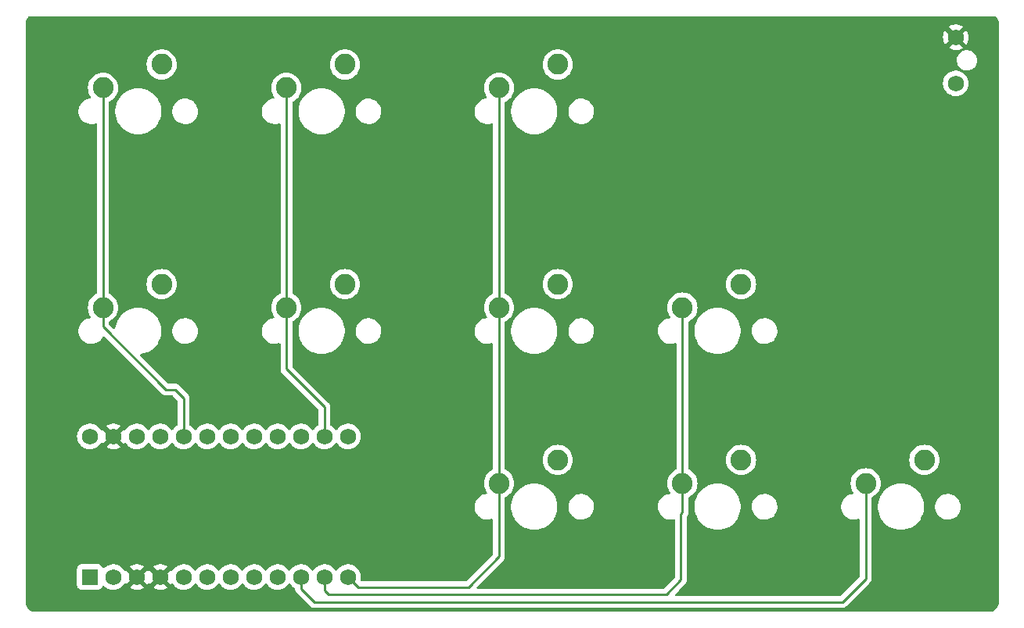
<source format=gbr>
%TF.GenerationSoftware,KiCad,Pcbnew,(6.0.4)*%
%TF.CreationDate,2022-05-06T19:17:35-04:00*%
%TF.ProjectId,F14-DDP,4631342d-4444-4502-9e6b-696361645f70,rev?*%
%TF.SameCoordinates,Original*%
%TF.FileFunction,Copper,L2,Bot*%
%TF.FilePolarity,Positive*%
%FSLAX46Y46*%
G04 Gerber Fmt 4.6, Leading zero omitted, Abs format (unit mm)*
G04 Created by KiCad (PCBNEW (6.0.4)) date 2022-05-06 19:17:35*
%MOMM*%
%LPD*%
G01*
G04 APERTURE LIST*
%TA.AperFunction,ComponentPad*%
%ADD10C,2.250000*%
%TD*%
%TA.AperFunction,ComponentPad*%
%ADD11R,1.752600X1.752600*%
%TD*%
%TA.AperFunction,ComponentPad*%
%ADD12C,1.752600*%
%TD*%
%TA.AperFunction,ComponentPad*%
%ADD13C,1.750000*%
%TD*%
%TA.AperFunction,Conductor*%
%ADD14C,0.254000*%
%TD*%
G04 APERTURE END LIST*
D10*
%TO.P,MX3,1,COL*%
%TO.N,/COL2*%
X180340000Y-46672500D03*
%TO.P,MX3,2,ROW*%
%TO.N,Net-(D3-Pad2)*%
X186690000Y-44132500D03*
%TD*%
%TO.P,MX7,1,COL*%
%TO.N,/COL3*%
X200183750Y-70485000D03*
%TO.P,MX7,2,ROW*%
%TO.N,Net-(D7-Pad2)*%
X206533750Y-67945000D03*
%TD*%
%TO.P,MX5,1,COL*%
%TO.N,/COL1*%
X157321250Y-70485000D03*
%TO.P,MX5,2,ROW*%
%TO.N,Net-(D5-Pad2)*%
X163671250Y-67945000D03*
%TD*%
%TO.P,MX2,1,COL*%
%TO.N,/COL1*%
X157321250Y-46672500D03*
%TO.P,MX2,2,ROW*%
%TO.N,Net-(D2-Pad2)*%
X163671250Y-44132500D03*
%TD*%
%TO.P,MX4,1,COL*%
%TO.N,/COL0*%
X137477500Y-70485000D03*
%TO.P,MX4,2,ROW*%
%TO.N,Net-(D4-Pad2)*%
X143827500Y-67945000D03*
%TD*%
%TO.P,MX6,1,COL*%
%TO.N,/COL2*%
X180340000Y-70485000D03*
%TO.P,MX6,2,ROW*%
%TO.N,Net-(D6-Pad2)*%
X186690000Y-67945000D03*
%TD*%
%TO.P,MX9,1,COL*%
%TO.N,/COL3*%
X200183750Y-89535000D03*
%TO.P,MX9,2,ROW*%
%TO.N,Net-(D9-Pad2)*%
X206533750Y-86995000D03*
%TD*%
%TO.P,MX8,1,COL*%
%TO.N,/COL2*%
X180340000Y-89535000D03*
%TO.P,MX8,2,ROW*%
%TO.N,Net-(D8-Pad2)*%
X186690000Y-86995000D03*
%TD*%
D11*
%TO.P,U1,1,TX0/PD3*%
%TO.N,unconnected-(U1-Pad1)*%
X136048750Y-99695000D03*
D12*
%TO.P,U1,2,RX1/PD2*%
%TO.N,unconnected-(U1-Pad2)*%
X138588750Y-99695000D03*
%TO.P,U1,3,GND*%
%TO.N,GND*%
X141128750Y-99695000D03*
%TO.P,U1,4,GND*%
X143668750Y-99695000D03*
%TO.P,U1,5,2/PD1*%
%TO.N,unconnected-(U1-Pad5)*%
X146208750Y-99695000D03*
%TO.P,U1,6,3/PD0*%
%TO.N,unconnected-(U1-Pad6)*%
X148748750Y-99695000D03*
%TO.P,U1,7,4/PD4*%
%TO.N,unconnected-(U1-Pad7)*%
X151288750Y-99695000D03*
%TO.P,U1,8,5/PC6*%
%TO.N,unconnected-(U1-Pad8)*%
X153828750Y-99695000D03*
%TO.P,U1,9,6/PD7*%
%TO.N,unconnected-(U1-Pad9)*%
X156368750Y-99695000D03*
%TO.P,U1,10,7/PE6*%
%TO.N,/COL4*%
X158908750Y-99695000D03*
%TO.P,U1,11,8/PB4*%
%TO.N,/COL3*%
X161448750Y-99695000D03*
%TO.P,U1,12,9/PB5*%
%TO.N,/COL2*%
X163988750Y-99695000D03*
%TO.P,U1,13,10/PB6*%
%TO.N,unconnected-(U1-Pad13)*%
X163988750Y-84455000D03*
%TO.P,U1,14,16/PB2*%
%TO.N,/COL1*%
X161448750Y-84455000D03*
%TO.P,U1,15,14/PB3*%
%TO.N,unconnected-(U1-Pad15)*%
X158908750Y-84455000D03*
%TO.P,U1,16,15/PB1*%
%TO.N,/ROW2*%
X156368750Y-84455000D03*
%TO.P,U1,17,A0/PF7*%
%TO.N,/ROW1*%
X153828750Y-84455000D03*
%TO.P,U1,18,A1/PF6*%
%TO.N,/ROW0*%
X151288750Y-84455000D03*
%TO.P,U1,19,A2/PF5*%
%TO.N,unconnected-(U1-Pad19)*%
X148748750Y-84455000D03*
%TO.P,U1,20,A3/PF4*%
%TO.N,/COL0*%
X146208750Y-84455000D03*
%TO.P,U1,21,VCC*%
%TO.N,+5V*%
X143668750Y-84455000D03*
%TO.P,U1,22,RST*%
%TO.N,Net-(SW1-Pad1)*%
X141128750Y-84455000D03*
%TO.P,U1,23,GND*%
%TO.N,GND*%
X138588750Y-84455000D03*
%TO.P,U1,24,RAW*%
%TO.N,unconnected-(U1-Pad24)*%
X136048750Y-84455000D03*
%TD*%
D10*
%TO.P,MX10,1,COL*%
%TO.N,/COL4*%
X220027500Y-89535000D03*
%TO.P,MX10,2,ROW*%
%TO.N,Net-(D10-Pad2)*%
X226377500Y-86995000D03*
%TD*%
%TO.P,MX1,1,COL*%
%TO.N,/COL0*%
X137477500Y-46672500D03*
%TO.P,MX1,2,ROW*%
%TO.N,Net-(D1-Pad2)*%
X143827500Y-44132500D03*
%TD*%
D13*
%TO.P,SW1,1,1*%
%TO.N,Net-(SW1-Pad1)*%
X229768750Y-46181250D03*
%TO.P,SW1,2,2*%
%TO.N,GND*%
X229768750Y-41181250D03*
%TD*%
D14*
%TO.N,/COL0*%
X137477500Y-72567283D02*
X144285217Y-79375000D01*
X145256250Y-79375000D02*
X146208750Y-80327500D01*
X144285217Y-79375000D02*
X145256250Y-79375000D01*
X146208750Y-80327500D02*
X146208750Y-84455000D01*
X137477500Y-46672500D02*
X137477500Y-70485000D01*
X137477500Y-70485000D02*
X137477500Y-72567283D01*
%TO.N,/COL1*%
X157321250Y-46672500D02*
X157321250Y-70485000D01*
X157321250Y-70485000D02*
X157321250Y-77152500D01*
X161448750Y-81280000D02*
X161448750Y-84455000D01*
X157321250Y-77152500D02*
X161448750Y-81280000D01*
%TO.N,/COL2*%
X180340000Y-97472500D02*
X177006250Y-100806250D01*
X165100000Y-100806250D02*
X163988750Y-99695000D01*
X180340000Y-89535000D02*
X180340000Y-97472500D01*
X180340000Y-46672500D02*
X180340000Y-89535000D01*
X177006250Y-100806250D02*
X165100000Y-100806250D01*
%TO.N,/COL3*%
X161925000Y-101600000D02*
X161448750Y-101123750D01*
X198437500Y-101600000D02*
X161925000Y-101600000D01*
X200183750Y-92710000D02*
X200025000Y-92868750D01*
X200183750Y-89535000D02*
X200183750Y-92710000D01*
X200025000Y-92868750D02*
X200025000Y-100012500D01*
X200025000Y-100012500D02*
X198437500Y-101600000D01*
X161448750Y-101123750D02*
X161448750Y-99695000D01*
X200183750Y-70485000D02*
X200183750Y-89535000D01*
%TO.N,/COL4*%
X158908750Y-100965000D02*
X158908750Y-99695000D01*
X160337500Y-102393750D02*
X158908750Y-100965000D01*
X217487500Y-102393750D02*
X160337500Y-102393750D01*
X220027500Y-99853750D02*
X217487500Y-102393750D01*
X220027500Y-89535000D02*
X220027500Y-99853750D01*
%TD*%
%TA.AperFunction,Conductor*%
%TO.N,GND*%
G36*
X234104811Y-38913752D02*
G01*
X234125785Y-38930655D01*
X234181266Y-38986136D01*
X234195384Y-39002961D01*
X234290616Y-39138967D01*
X234301598Y-39157987D01*
X234371769Y-39308468D01*
X234379281Y-39329107D01*
X234422255Y-39489487D01*
X234426069Y-39511117D01*
X234437947Y-39646892D01*
X234437394Y-39663371D01*
X234437800Y-39663376D01*
X234437690Y-39672353D01*
X234436309Y-39681224D01*
X234437473Y-39690126D01*
X234437473Y-39690128D01*
X234440436Y-39712783D01*
X234441500Y-39729121D01*
X234441500Y-102344375D01*
X234439999Y-102363765D01*
X234436309Y-102387458D01*
X234437473Y-102396360D01*
X234437966Y-102400131D01*
X234438549Y-102427450D01*
X234426063Y-102570114D01*
X234422249Y-102591742D01*
X234379271Y-102752123D01*
X234371765Y-102772745D01*
X234301586Y-102923237D01*
X234290610Y-102942245D01*
X234228140Y-103031458D01*
X234195372Y-103078254D01*
X234181254Y-103095078D01*
X234063849Y-103212479D01*
X234047024Y-103226596D01*
X233911020Y-103321824D01*
X233892000Y-103332805D01*
X233891908Y-103332848D01*
X233741522Y-103402973D01*
X233720888Y-103410483D01*
X233665204Y-103425403D01*
X233560513Y-103453454D01*
X233538885Y-103457268D01*
X233402902Y-103469165D01*
X233386628Y-103468618D01*
X233386623Y-103469050D01*
X233377647Y-103468940D01*
X233368776Y-103467559D01*
X233359874Y-103468723D01*
X233359872Y-103468723D01*
X233346293Y-103470499D01*
X233337214Y-103471686D01*
X233320879Y-103472750D01*
X130224367Y-103472750D01*
X130204982Y-103471250D01*
X130190149Y-103468940D01*
X130190145Y-103468940D01*
X130181276Y-103467559D01*
X130168602Y-103469216D01*
X130141289Y-103469800D01*
X129998607Y-103457316D01*
X129976979Y-103453503D01*
X129873994Y-103425910D01*
X129816594Y-103410530D01*
X129795964Y-103403022D01*
X129645473Y-103332847D01*
X129626455Y-103321867D01*
X129490444Y-103226634D01*
X129473619Y-103212517D01*
X129356208Y-103095110D01*
X129342090Y-103078286D01*
X129308146Y-103029810D01*
X129263611Y-102966211D01*
X129246851Y-102942276D01*
X129235870Y-102923256D01*
X129165693Y-102772771D01*
X129158180Y-102752132D01*
X129115201Y-102591749D01*
X129111387Y-102570120D01*
X129099522Y-102434549D01*
X129100083Y-102417860D01*
X129099701Y-102417855D01*
X129099810Y-102408880D01*
X129101191Y-102400010D01*
X129099550Y-102387458D01*
X129097064Y-102368456D01*
X129096000Y-102352115D01*
X129096000Y-100619434D01*
X134663950Y-100619434D01*
X134670705Y-100681616D01*
X134721835Y-100818005D01*
X134809189Y-100934561D01*
X134925745Y-101021915D01*
X135062134Y-101073045D01*
X135124316Y-101079800D01*
X136973184Y-101079800D01*
X137035366Y-101073045D01*
X137171755Y-101021915D01*
X137288311Y-100934561D01*
X137375665Y-100818005D01*
X137401382Y-100749405D01*
X137408303Y-100730944D01*
X137450944Y-100674179D01*
X137517506Y-100649479D01*
X137586855Y-100664686D01*
X137613892Y-100684741D01*
X137616536Y-100687793D01*
X137699089Y-100756330D01*
X137769185Y-100814524D01*
X137791739Y-100833249D01*
X137796191Y-100835851D01*
X137796196Y-100835854D01*
X137951734Y-100926743D01*
X137988347Y-100948138D01*
X138201079Y-101029372D01*
X138206145Y-101030403D01*
X138206146Y-101030403D01*
X138258380Y-101041030D01*
X138424222Y-101074771D01*
X138551297Y-101079431D01*
X138646620Y-101082927D01*
X138646625Y-101082927D01*
X138651784Y-101083116D01*
X138656904Y-101082460D01*
X138656906Y-101082460D01*
X138732179Y-101072817D01*
X138877653Y-101054181D01*
X138882602Y-101052696D01*
X138882608Y-101052695D01*
X139028236Y-101009004D01*
X139095763Y-100988745D01*
X139300257Y-100888564D01*
X139304461Y-100885566D01*
X139304465Y-100885563D01*
X139369631Y-100839080D01*
X140349500Y-100839080D01*
X140354781Y-100846134D01*
X140524103Y-100945078D01*
X140533390Y-100949528D01*
X140736388Y-101027045D01*
X140746290Y-101029922D01*
X140959206Y-101073240D01*
X140969458Y-101074463D01*
X141186597Y-101082425D01*
X141196883Y-101081958D01*
X141412420Y-101054347D01*
X141422498Y-101052205D01*
X141630627Y-100989763D01*
X141640225Y-100986002D01*
X141835365Y-100890404D01*
X141844204Y-100885135D01*
X141896854Y-100847580D01*
X141903528Y-100839080D01*
X142889500Y-100839080D01*
X142894781Y-100846134D01*
X143064103Y-100945078D01*
X143073390Y-100949528D01*
X143276388Y-101027045D01*
X143286290Y-101029922D01*
X143499206Y-101073240D01*
X143509458Y-101074463D01*
X143726597Y-101082425D01*
X143736883Y-101081958D01*
X143952420Y-101054347D01*
X143962498Y-101052205D01*
X144170627Y-100989763D01*
X144180225Y-100986002D01*
X144375365Y-100890404D01*
X144384204Y-100885135D01*
X144436854Y-100847580D01*
X144445254Y-100836881D01*
X144438265Y-100823725D01*
X143681562Y-100067022D01*
X143667618Y-100059408D01*
X143665785Y-100059539D01*
X143659170Y-100063790D01*
X142896260Y-100826700D01*
X142889500Y-100839080D01*
X141903528Y-100839080D01*
X141905254Y-100836881D01*
X141898265Y-100823725D01*
X141141562Y-100067022D01*
X141127618Y-100059408D01*
X141125785Y-100059539D01*
X141119170Y-100063790D01*
X140356260Y-100826700D01*
X140349500Y-100839080D01*
X139369631Y-100839080D01*
X139399177Y-100818005D01*
X139485643Y-100756330D01*
X139646943Y-100595592D01*
X139704370Y-100515674D01*
X139757595Y-100441603D01*
X139813590Y-100397955D01*
X139884293Y-100391509D01*
X139947258Y-100424312D01*
X139967351Y-100449295D01*
X139976083Y-100463545D01*
X139986540Y-100473006D01*
X139995318Y-100469222D01*
X140756728Y-99707812D01*
X140763106Y-99696132D01*
X141493158Y-99696132D01*
X141493289Y-99697965D01*
X141497540Y-99704580D01*
X142258070Y-100465110D01*
X142270080Y-100471669D01*
X142281820Y-100462700D01*
X142297313Y-100441140D01*
X142353307Y-100397493D01*
X142424011Y-100391047D01*
X142486975Y-100423850D01*
X142507068Y-100448833D01*
X142516083Y-100463545D01*
X142526540Y-100473006D01*
X142535318Y-100469222D01*
X143296728Y-99707812D01*
X143303106Y-99696132D01*
X144033158Y-99696132D01*
X144033289Y-99697965D01*
X144037540Y-99704580D01*
X144798070Y-100465110D01*
X144810080Y-100471669D01*
X144821821Y-100462700D01*
X144836995Y-100441582D01*
X144892989Y-100397934D01*
X144963692Y-100391487D01*
X145026657Y-100424289D01*
X145046750Y-100449271D01*
X145055497Y-100463545D01*
X145084740Y-100511264D01*
X145087442Y-100515674D01*
X145236536Y-100687793D01*
X145411739Y-100833249D01*
X145416191Y-100835851D01*
X145416196Y-100835854D01*
X145571734Y-100926743D01*
X145608347Y-100948138D01*
X145821079Y-101029372D01*
X145826145Y-101030403D01*
X145826146Y-101030403D01*
X145878380Y-101041030D01*
X146044222Y-101074771D01*
X146171297Y-101079431D01*
X146266620Y-101082927D01*
X146266625Y-101082927D01*
X146271784Y-101083116D01*
X146276904Y-101082460D01*
X146276906Y-101082460D01*
X146352179Y-101072817D01*
X146497653Y-101054181D01*
X146502602Y-101052696D01*
X146502608Y-101052695D01*
X146648236Y-101009004D01*
X146715763Y-100988745D01*
X146920257Y-100888564D01*
X146924461Y-100885566D01*
X146924465Y-100885563D01*
X147019177Y-100818005D01*
X147105643Y-100756330D01*
X147266943Y-100595592D01*
X147327386Y-100511477D01*
X147377278Y-100442044D01*
X147433273Y-100398396D01*
X147503976Y-100391950D01*
X147566941Y-100424753D01*
X147587033Y-100449735D01*
X147624739Y-100511264D01*
X147624742Y-100511269D01*
X147627442Y-100515674D01*
X147776536Y-100687793D01*
X147951739Y-100833249D01*
X147956191Y-100835851D01*
X147956196Y-100835854D01*
X148111734Y-100926743D01*
X148148347Y-100948138D01*
X148361079Y-101029372D01*
X148366145Y-101030403D01*
X148366146Y-101030403D01*
X148418380Y-101041030D01*
X148584222Y-101074771D01*
X148711297Y-101079431D01*
X148806620Y-101082927D01*
X148806625Y-101082927D01*
X148811784Y-101083116D01*
X148816904Y-101082460D01*
X148816906Y-101082460D01*
X148892179Y-101072817D01*
X149037653Y-101054181D01*
X149042602Y-101052696D01*
X149042608Y-101052695D01*
X149188236Y-101009004D01*
X149255763Y-100988745D01*
X149460257Y-100888564D01*
X149464461Y-100885566D01*
X149464465Y-100885563D01*
X149559177Y-100818005D01*
X149645643Y-100756330D01*
X149806943Y-100595592D01*
X149867386Y-100511477D01*
X149917278Y-100442044D01*
X149973273Y-100398396D01*
X150043976Y-100391950D01*
X150106941Y-100424753D01*
X150127033Y-100449735D01*
X150164739Y-100511264D01*
X150164742Y-100511269D01*
X150167442Y-100515674D01*
X150316536Y-100687793D01*
X150491739Y-100833249D01*
X150496191Y-100835851D01*
X150496196Y-100835854D01*
X150651734Y-100926743D01*
X150688347Y-100948138D01*
X150901079Y-101029372D01*
X150906145Y-101030403D01*
X150906146Y-101030403D01*
X150958380Y-101041030D01*
X151124222Y-101074771D01*
X151251297Y-101079431D01*
X151346620Y-101082927D01*
X151346625Y-101082927D01*
X151351784Y-101083116D01*
X151356904Y-101082460D01*
X151356906Y-101082460D01*
X151432179Y-101072817D01*
X151577653Y-101054181D01*
X151582602Y-101052696D01*
X151582608Y-101052695D01*
X151728236Y-101009004D01*
X151795763Y-100988745D01*
X152000257Y-100888564D01*
X152004461Y-100885566D01*
X152004465Y-100885563D01*
X152099177Y-100818005D01*
X152185643Y-100756330D01*
X152346943Y-100595592D01*
X152407386Y-100511477D01*
X152457278Y-100442044D01*
X152513273Y-100398396D01*
X152583976Y-100391950D01*
X152646941Y-100424753D01*
X152667033Y-100449735D01*
X152704739Y-100511264D01*
X152704742Y-100511269D01*
X152707442Y-100515674D01*
X152856536Y-100687793D01*
X153031739Y-100833249D01*
X153036191Y-100835851D01*
X153036196Y-100835854D01*
X153191734Y-100926743D01*
X153228347Y-100948138D01*
X153441079Y-101029372D01*
X153446145Y-101030403D01*
X153446146Y-101030403D01*
X153498380Y-101041030D01*
X153664222Y-101074771D01*
X153791297Y-101079431D01*
X153886620Y-101082927D01*
X153886625Y-101082927D01*
X153891784Y-101083116D01*
X153896904Y-101082460D01*
X153896906Y-101082460D01*
X153972179Y-101072817D01*
X154117653Y-101054181D01*
X154122602Y-101052696D01*
X154122608Y-101052695D01*
X154268236Y-101009004D01*
X154335763Y-100988745D01*
X154540257Y-100888564D01*
X154544461Y-100885566D01*
X154544465Y-100885563D01*
X154639177Y-100818005D01*
X154725643Y-100756330D01*
X154886943Y-100595592D01*
X154947386Y-100511477D01*
X154997278Y-100442044D01*
X155053273Y-100398396D01*
X155123976Y-100391950D01*
X155186941Y-100424753D01*
X155207033Y-100449735D01*
X155244739Y-100511264D01*
X155244742Y-100511269D01*
X155247442Y-100515674D01*
X155396536Y-100687793D01*
X155571739Y-100833249D01*
X155576191Y-100835851D01*
X155576196Y-100835854D01*
X155731734Y-100926743D01*
X155768347Y-100948138D01*
X155981079Y-101029372D01*
X155986145Y-101030403D01*
X155986146Y-101030403D01*
X156038380Y-101041030D01*
X156204222Y-101074771D01*
X156331297Y-101079431D01*
X156426620Y-101082927D01*
X156426625Y-101082927D01*
X156431784Y-101083116D01*
X156436904Y-101082460D01*
X156436906Y-101082460D01*
X156512179Y-101072817D01*
X156657653Y-101054181D01*
X156662602Y-101052696D01*
X156662608Y-101052695D01*
X156808236Y-101009004D01*
X156875763Y-100988745D01*
X157080257Y-100888564D01*
X157084461Y-100885566D01*
X157084465Y-100885563D01*
X157179177Y-100818005D01*
X157265643Y-100756330D01*
X157426943Y-100595592D01*
X157487386Y-100511477D01*
X157537278Y-100442044D01*
X157593273Y-100398396D01*
X157663976Y-100391950D01*
X157726941Y-100424753D01*
X157747033Y-100449735D01*
X157784739Y-100511264D01*
X157784742Y-100511269D01*
X157787442Y-100515674D01*
X157936536Y-100687793D01*
X158111739Y-100833249D01*
X158116191Y-100835851D01*
X158116196Y-100835854D01*
X158210821Y-100891148D01*
X158259544Y-100942787D01*
X158272569Y-100997097D01*
X158273001Y-100997070D01*
X158273157Y-100999548D01*
X158273250Y-100999936D01*
X158273250Y-101004983D01*
X158273746Y-101008908D01*
X158273746Y-101008909D01*
X158273758Y-101009004D01*
X158274691Y-101020849D01*
X158276085Y-101065205D01*
X158280952Y-101081958D01*
X158281763Y-101084748D01*
X158285773Y-101104112D01*
X158288323Y-101124299D01*
X158291239Y-101131663D01*
X158291240Y-101131668D01*
X158304657Y-101165556D01*
X158308502Y-101176785D01*
X158320881Y-101219393D01*
X158324919Y-101226220D01*
X158324920Y-101226223D01*
X158331238Y-101236906D01*
X158339938Y-101254664D01*
X158344511Y-101266215D01*
X158344515Y-101266221D01*
X158347431Y-101273588D01*
X158352089Y-101279999D01*
X158352090Y-101280001D01*
X158373514Y-101309488D01*
X158380031Y-101319410D01*
X158398576Y-101350768D01*
X158398579Y-101350772D01*
X158402616Y-101357598D01*
X158417000Y-101371982D01*
X158429841Y-101387016D01*
X158441808Y-101403487D01*
X158447916Y-101408540D01*
X158476005Y-101431777D01*
X158484785Y-101439767D01*
X159832250Y-102787233D01*
X159839826Y-102795559D01*
X159843947Y-102802053D01*
X159849722Y-102807476D01*
X159893765Y-102848835D01*
X159896607Y-102851590D01*
X159916406Y-102871389D01*
X159919537Y-102873818D01*
X159919542Y-102873822D01*
X159919628Y-102873889D01*
X159928653Y-102881597D01*
X159960994Y-102911967D01*
X159967939Y-102915785D01*
X159967943Y-102915788D01*
X159978834Y-102921776D01*
X159995355Y-102932628D01*
X160011434Y-102945100D01*
X160052155Y-102962721D01*
X160062811Y-102967942D01*
X160094745Y-102985498D01*
X160094751Y-102985500D01*
X160101697Y-102989319D01*
X160109372Y-102991290D01*
X160109378Y-102991292D01*
X160121411Y-102994381D01*
X160140113Y-103000784D01*
X160158792Y-103008867D01*
X160166618Y-103010107D01*
X160166623Y-103010108D01*
X160202620Y-103015810D01*
X160214240Y-103018216D01*
X160249537Y-103027278D01*
X160257218Y-103029250D01*
X160277566Y-103029250D01*
X160297278Y-103030801D01*
X160317380Y-103033985D01*
X160361555Y-103029809D01*
X160373414Y-103029250D01*
X217408480Y-103029250D01*
X217419714Y-103029780D01*
X217427219Y-103031458D01*
X217495512Y-103029312D01*
X217499469Y-103029250D01*
X217527483Y-103029250D01*
X217531408Y-103028754D01*
X217531409Y-103028754D01*
X217531504Y-103028742D01*
X217543349Y-103027809D01*
X217573170Y-103026872D01*
X217579782Y-103026664D01*
X217579783Y-103026664D01*
X217587705Y-103026415D01*
X217607249Y-103020737D01*
X217626612Y-103016727D01*
X217638940Y-103015170D01*
X217638942Y-103015170D01*
X217646799Y-103014177D01*
X217654163Y-103011261D01*
X217654168Y-103011260D01*
X217688056Y-102997843D01*
X217699285Y-102993998D01*
X217715965Y-102989152D01*
X217741893Y-102981619D01*
X217748720Y-102977581D01*
X217748723Y-102977580D01*
X217759406Y-102971262D01*
X217777164Y-102962562D01*
X217788715Y-102957989D01*
X217788721Y-102957985D01*
X217796088Y-102955069D01*
X217831991Y-102928984D01*
X217841910Y-102922469D01*
X217873268Y-102903924D01*
X217873272Y-102903921D01*
X217880098Y-102899884D01*
X217894482Y-102885500D01*
X217909516Y-102872659D01*
X217919573Y-102865352D01*
X217925987Y-102860692D01*
X217954278Y-102826494D01*
X217962267Y-102817715D01*
X220420977Y-100359005D01*
X220429303Y-100351428D01*
X220435803Y-100347303D01*
X220460020Y-100321515D01*
X220482600Y-100297469D01*
X220485355Y-100294627D01*
X220505138Y-100274844D01*
X220507629Y-100271633D01*
X220515338Y-100262606D01*
X220527375Y-100249788D01*
X220545717Y-100230256D01*
X220555522Y-100212421D01*
X220566376Y-100195897D01*
X220573991Y-100186080D01*
X220573992Y-100186079D01*
X220578849Y-100179817D01*
X220596469Y-100139100D01*
X220601692Y-100128439D01*
X220619249Y-100096503D01*
X220619251Y-100096498D01*
X220623069Y-100089553D01*
X220625039Y-100081879D01*
X220625042Y-100081872D01*
X220628132Y-100069837D01*
X220634536Y-100051132D01*
X220639467Y-100039737D01*
X220642617Y-100032458D01*
X220649560Y-99988623D01*
X220651967Y-99977001D01*
X220652074Y-99976586D01*
X220663000Y-99934032D01*
X220663000Y-99913685D01*
X220664551Y-99893974D01*
X220666495Y-99881700D01*
X220667735Y-99873871D01*
X220663559Y-99829694D01*
X220663000Y-99817836D01*
X220663000Y-92232438D01*
X221335100Y-92232438D01*
X221374564Y-92544830D01*
X221452870Y-92849813D01*
X221568784Y-93142577D01*
X221570686Y-93146036D01*
X221570687Y-93146039D01*
X221702612Y-93386009D01*
X221720476Y-93418504D01*
X221905555Y-93673244D01*
X222121102Y-93902778D01*
X222363718Y-94103487D01*
X222629576Y-94272206D01*
X222633155Y-94273890D01*
X222633162Y-94273894D01*
X222910894Y-94404584D01*
X222910898Y-94404586D01*
X222914484Y-94406273D01*
X223213948Y-94503575D01*
X223523246Y-94562577D01*
X223616800Y-94568463D01*
X223756858Y-94577275D01*
X223756874Y-94577276D01*
X223758853Y-94577400D01*
X223916147Y-94577400D01*
X223918126Y-94577276D01*
X223918142Y-94577275D01*
X224058200Y-94568463D01*
X224151754Y-94562577D01*
X224461052Y-94503575D01*
X224760516Y-94406273D01*
X224764102Y-94404586D01*
X224764106Y-94404584D01*
X225041838Y-94273894D01*
X225041845Y-94273890D01*
X225045424Y-94272206D01*
X225311282Y-94103487D01*
X225553898Y-93902778D01*
X225769445Y-93673244D01*
X225954524Y-93418504D01*
X225972389Y-93386009D01*
X226104313Y-93146039D01*
X226104314Y-93146036D01*
X226106216Y-93142577D01*
X226222130Y-92849813D01*
X226300436Y-92544830D01*
X226339900Y-92232438D01*
X226339900Y-92009593D01*
X227530539Y-92009593D01*
X227539348Y-92244216D01*
X227540443Y-92249434D01*
X227565294Y-92367871D01*
X227587562Y-92474001D01*
X227673802Y-92692377D01*
X227676571Y-92696940D01*
X227759287Y-92833251D01*
X227795604Y-92893100D01*
X227949485Y-93070432D01*
X227953617Y-93073820D01*
X228126916Y-93215917D01*
X228126922Y-93215921D01*
X228131044Y-93219301D01*
X228135680Y-93221940D01*
X228135683Y-93221942D01*
X228246908Y-93285255D01*
X228335090Y-93335451D01*
X228555789Y-93415561D01*
X228561038Y-93416510D01*
X228561041Y-93416511D01*
X228642115Y-93431171D01*
X228786830Y-93457340D01*
X228790969Y-93457535D01*
X228790976Y-93457536D01*
X228809940Y-93458430D01*
X228809949Y-93458430D01*
X228811429Y-93458500D01*
X228976450Y-93458500D01*
X229057799Y-93451597D01*
X229146137Y-93444102D01*
X229146141Y-93444101D01*
X229151448Y-93443651D01*
X229156603Y-93442313D01*
X229156609Y-93442312D01*
X229373535Y-93386009D01*
X229373534Y-93386009D01*
X229378706Y-93384667D01*
X229383572Y-93382475D01*
X229383575Y-93382474D01*
X229587917Y-93290424D01*
X229587920Y-93290423D01*
X229592778Y-93288234D01*
X229787541Y-93157112D01*
X229957427Y-92995049D01*
X229961263Y-92989894D01*
X230094392Y-92810961D01*
X230097578Y-92806679D01*
X230126282Y-92750224D01*
X230201569Y-92602144D01*
X230201569Y-92602143D01*
X230203987Y-92597388D01*
X230273611Y-92373160D01*
X230290702Y-92244216D01*
X230303761Y-92145690D01*
X230303761Y-92145687D01*
X230304461Y-92140407D01*
X230295652Y-91905784D01*
X230277858Y-91820978D01*
X230248535Y-91681226D01*
X230248534Y-91681223D01*
X230247438Y-91675999D01*
X230161198Y-91457623D01*
X230039396Y-91256900D01*
X229885515Y-91079568D01*
X229856680Y-91055925D01*
X229708084Y-90934083D01*
X229708078Y-90934079D01*
X229703956Y-90930699D01*
X229699320Y-90928060D01*
X229699317Y-90928058D01*
X229504553Y-90817192D01*
X229499910Y-90814549D01*
X229279211Y-90734439D01*
X229273962Y-90733490D01*
X229273959Y-90733489D01*
X229192885Y-90718829D01*
X229048170Y-90692660D01*
X229044031Y-90692465D01*
X229044024Y-90692464D01*
X229025060Y-90691570D01*
X229025051Y-90691570D01*
X229023571Y-90691500D01*
X228858550Y-90691500D01*
X228777201Y-90698403D01*
X228688863Y-90705898D01*
X228688859Y-90705899D01*
X228683552Y-90706349D01*
X228678397Y-90707687D01*
X228678391Y-90707688D01*
X228500677Y-90753814D01*
X228456294Y-90765333D01*
X228451428Y-90767525D01*
X228451425Y-90767526D01*
X228247083Y-90859576D01*
X228247080Y-90859577D01*
X228242222Y-90861766D01*
X228047459Y-90992888D01*
X228043602Y-90996567D01*
X228043600Y-90996569D01*
X228035851Y-91003961D01*
X227877573Y-91154951D01*
X227737422Y-91343321D01*
X227735006Y-91348072D01*
X227735004Y-91348076D01*
X227633431Y-91547856D01*
X227631013Y-91552612D01*
X227561389Y-91776840D01*
X227560688Y-91782129D01*
X227543592Y-91911116D01*
X227530539Y-92009593D01*
X226339900Y-92009593D01*
X226339900Y-91917562D01*
X226300436Y-91605170D01*
X226222130Y-91300187D01*
X226106216Y-91007423D01*
X226100249Y-90996569D01*
X225956433Y-90734968D01*
X225956431Y-90734965D01*
X225954524Y-90731496D01*
X225769445Y-90476756D01*
X225553898Y-90247222D01*
X225311282Y-90046513D01*
X225045424Y-89877794D01*
X225041845Y-89876110D01*
X225041838Y-89876106D01*
X224764106Y-89745416D01*
X224764102Y-89745414D01*
X224760516Y-89743727D01*
X224461052Y-89646425D01*
X224151754Y-89587423D01*
X224058200Y-89581537D01*
X223918142Y-89572725D01*
X223918126Y-89572724D01*
X223916147Y-89572600D01*
X223758853Y-89572600D01*
X223756874Y-89572724D01*
X223756858Y-89572725D01*
X223616800Y-89581537D01*
X223523246Y-89587423D01*
X223213948Y-89646425D01*
X222914484Y-89743727D01*
X222910898Y-89745414D01*
X222910894Y-89745416D01*
X222633162Y-89876106D01*
X222633155Y-89876110D01*
X222629576Y-89877794D01*
X222363718Y-90046513D01*
X222121102Y-90247222D01*
X221905555Y-90476756D01*
X221720476Y-90731496D01*
X221718569Y-90734965D01*
X221718567Y-90734968D01*
X221574751Y-90996569D01*
X221568784Y-91007423D01*
X221452870Y-91300187D01*
X221374564Y-91605170D01*
X221335100Y-91917562D01*
X221335100Y-92232438D01*
X220663000Y-92232438D01*
X220663000Y-91124046D01*
X220683002Y-91055925D01*
X220740782Y-91007637D01*
X220766813Y-90996855D01*
X220766817Y-90996853D01*
X220771387Y-90994960D01*
X220990616Y-90860616D01*
X221186131Y-90693631D01*
X221353116Y-90498116D01*
X221487460Y-90278887D01*
X221499381Y-90250109D01*
X221583961Y-90045913D01*
X221583962Y-90045911D01*
X221585855Y-90041340D01*
X221645878Y-89791326D01*
X221666051Y-89535000D01*
X221645878Y-89278674D01*
X221585855Y-89028660D01*
X221487460Y-88791113D01*
X221353116Y-88571884D01*
X221186131Y-88376369D01*
X220990616Y-88209384D01*
X220771387Y-88075040D01*
X220766817Y-88073147D01*
X220766813Y-88073145D01*
X220538413Y-87978539D01*
X220538411Y-87978538D01*
X220533840Y-87976645D01*
X220406003Y-87945954D01*
X220288639Y-87917777D01*
X220288633Y-87917776D01*
X220283826Y-87916622D01*
X220027500Y-87896449D01*
X219771174Y-87916622D01*
X219766367Y-87917776D01*
X219766361Y-87917777D01*
X219648997Y-87945954D01*
X219521160Y-87976645D01*
X219516589Y-87978538D01*
X219516587Y-87978539D01*
X219288187Y-88073145D01*
X219288183Y-88073147D01*
X219283613Y-88075040D01*
X219064384Y-88209384D01*
X218868869Y-88376369D01*
X218701884Y-88571884D01*
X218567540Y-88791113D01*
X218469145Y-89028660D01*
X218409122Y-89278674D01*
X218388949Y-89535000D01*
X218409122Y-89791326D01*
X218469145Y-90041340D01*
X218471038Y-90045911D01*
X218471039Y-90045913D01*
X218555620Y-90250109D01*
X218567540Y-90278887D01*
X218701884Y-90498116D01*
X218703419Y-90499914D01*
X218727041Y-90566098D01*
X218710967Y-90635251D01*
X218660058Y-90684736D01*
X218611901Y-90698852D01*
X218528863Y-90705898D01*
X218528859Y-90705899D01*
X218523552Y-90706349D01*
X218518397Y-90707687D01*
X218518391Y-90707688D01*
X218340677Y-90753814D01*
X218296294Y-90765333D01*
X218291428Y-90767525D01*
X218291425Y-90767526D01*
X218087083Y-90859576D01*
X218087080Y-90859577D01*
X218082222Y-90861766D01*
X217887459Y-90992888D01*
X217883602Y-90996567D01*
X217883600Y-90996569D01*
X217875851Y-91003961D01*
X217717573Y-91154951D01*
X217577422Y-91343321D01*
X217575006Y-91348072D01*
X217575004Y-91348076D01*
X217473431Y-91547856D01*
X217471013Y-91552612D01*
X217401389Y-91776840D01*
X217400688Y-91782129D01*
X217383592Y-91911116D01*
X217370539Y-92009593D01*
X217379348Y-92244216D01*
X217380443Y-92249434D01*
X217405294Y-92367871D01*
X217427562Y-92474001D01*
X217513802Y-92692377D01*
X217516571Y-92696940D01*
X217599287Y-92833251D01*
X217635604Y-92893100D01*
X217789485Y-93070432D01*
X217793617Y-93073820D01*
X217966916Y-93215917D01*
X217966922Y-93215921D01*
X217971044Y-93219301D01*
X217975680Y-93221940D01*
X217975683Y-93221942D01*
X218086908Y-93285255D01*
X218175090Y-93335451D01*
X218395789Y-93415561D01*
X218401038Y-93416510D01*
X218401041Y-93416511D01*
X218482115Y-93431171D01*
X218626830Y-93457340D01*
X218630969Y-93457535D01*
X218630976Y-93457536D01*
X218649940Y-93458430D01*
X218649949Y-93458430D01*
X218651429Y-93458500D01*
X218816450Y-93458500D01*
X218897799Y-93451597D01*
X218986137Y-93444102D01*
X218986141Y-93444101D01*
X218991448Y-93443651D01*
X218996603Y-93442313D01*
X218996609Y-93442312D01*
X219213544Y-93386007D01*
X219213546Y-93386006D01*
X219218706Y-93384667D01*
X219223570Y-93382476D01*
X219224146Y-93382273D01*
X219295043Y-93378511D01*
X219356719Y-93413676D01*
X219389592Y-93476603D01*
X219392000Y-93501118D01*
X219392000Y-99538327D01*
X219371998Y-99606448D01*
X219355095Y-99627422D01*
X217261172Y-101721345D01*
X217198860Y-101755371D01*
X217172077Y-101758250D01*
X199482172Y-101758250D01*
X199414051Y-101738248D01*
X199367558Y-101684592D01*
X199357454Y-101614318D01*
X199386948Y-101549738D01*
X199393077Y-101543155D01*
X199802498Y-101133735D01*
X200418483Y-100517750D01*
X200426809Y-100510174D01*
X200433303Y-100506053D01*
X200480086Y-100456234D01*
X200482840Y-100453393D01*
X200502639Y-100433594D01*
X200505063Y-100430469D01*
X200505071Y-100430460D01*
X200505137Y-100430374D01*
X200512845Y-100421349D01*
X200537790Y-100394785D01*
X200543217Y-100389006D01*
X200553023Y-100371169D01*
X200563873Y-100354653D01*
X200576350Y-100338567D01*
X200593976Y-100297834D01*
X200599193Y-100287186D01*
X200607702Y-100271708D01*
X200620569Y-100248303D01*
X200622540Y-100240628D01*
X200622542Y-100240622D01*
X200625631Y-100228589D01*
X200632034Y-100209887D01*
X200640117Y-100191208D01*
X200647060Y-100147373D01*
X200649467Y-100135751D01*
X200660500Y-100092782D01*
X200660500Y-100072435D01*
X200662051Y-100052724D01*
X200663995Y-100040450D01*
X200665235Y-100032621D01*
X200661059Y-99988444D01*
X200660500Y-99976586D01*
X200660500Y-93180551D01*
X200680502Y-93112430D01*
X200694649Y-93094299D01*
X200696539Y-93092286D01*
X200701967Y-93086506D01*
X200711772Y-93068671D01*
X200722626Y-93052147D01*
X200730241Y-93042330D01*
X200730242Y-93042329D01*
X200735099Y-93036067D01*
X200752719Y-92995350D01*
X200757942Y-92984689D01*
X200775499Y-92952753D01*
X200775501Y-92952748D01*
X200779319Y-92945803D01*
X200781289Y-92938129D01*
X200781292Y-92938122D01*
X200784382Y-92926087D01*
X200790786Y-92907382D01*
X200795717Y-92895987D01*
X200798867Y-92888708D01*
X200804446Y-92853483D01*
X200805810Y-92844873D01*
X200808217Y-92833251D01*
X200819250Y-92790282D01*
X200819250Y-92769935D01*
X200820801Y-92750224D01*
X200822745Y-92737950D01*
X200823985Y-92730121D01*
X200819809Y-92685944D01*
X200819250Y-92674086D01*
X200819250Y-92232438D01*
X201491350Y-92232438D01*
X201530814Y-92544830D01*
X201609120Y-92849813D01*
X201725034Y-93142577D01*
X201726936Y-93146036D01*
X201726937Y-93146039D01*
X201858862Y-93386009D01*
X201876726Y-93418504D01*
X202061805Y-93673244D01*
X202277352Y-93902778D01*
X202519968Y-94103487D01*
X202785826Y-94272206D01*
X202789405Y-94273890D01*
X202789412Y-94273894D01*
X203067144Y-94404584D01*
X203067148Y-94404586D01*
X203070734Y-94406273D01*
X203370198Y-94503575D01*
X203679496Y-94562577D01*
X203773050Y-94568463D01*
X203913108Y-94577275D01*
X203913124Y-94577276D01*
X203915103Y-94577400D01*
X204072397Y-94577400D01*
X204074376Y-94577276D01*
X204074392Y-94577275D01*
X204214450Y-94568463D01*
X204308004Y-94562577D01*
X204617302Y-94503575D01*
X204916766Y-94406273D01*
X204920352Y-94404586D01*
X204920356Y-94404584D01*
X205198088Y-94273894D01*
X205198095Y-94273890D01*
X205201674Y-94272206D01*
X205467532Y-94103487D01*
X205710148Y-93902778D01*
X205925695Y-93673244D01*
X206110774Y-93418504D01*
X206128639Y-93386009D01*
X206260563Y-93146039D01*
X206260564Y-93146036D01*
X206262466Y-93142577D01*
X206378380Y-92849813D01*
X206456686Y-92544830D01*
X206496150Y-92232438D01*
X206496150Y-92009593D01*
X207686789Y-92009593D01*
X207695598Y-92244216D01*
X207696693Y-92249434D01*
X207721544Y-92367871D01*
X207743812Y-92474001D01*
X207830052Y-92692377D01*
X207832821Y-92696940D01*
X207915537Y-92833251D01*
X207951854Y-92893100D01*
X208105735Y-93070432D01*
X208109867Y-93073820D01*
X208283166Y-93215917D01*
X208283172Y-93215921D01*
X208287294Y-93219301D01*
X208291930Y-93221940D01*
X208291933Y-93221942D01*
X208403158Y-93285255D01*
X208491340Y-93335451D01*
X208712039Y-93415561D01*
X208717288Y-93416510D01*
X208717291Y-93416511D01*
X208798365Y-93431171D01*
X208943080Y-93457340D01*
X208947219Y-93457535D01*
X208947226Y-93457536D01*
X208966190Y-93458430D01*
X208966199Y-93458430D01*
X208967679Y-93458500D01*
X209132700Y-93458500D01*
X209214049Y-93451597D01*
X209302387Y-93444102D01*
X209302391Y-93444101D01*
X209307698Y-93443651D01*
X209312853Y-93442313D01*
X209312859Y-93442312D01*
X209529785Y-93386009D01*
X209529784Y-93386009D01*
X209534956Y-93384667D01*
X209539822Y-93382475D01*
X209539825Y-93382474D01*
X209744167Y-93290424D01*
X209744170Y-93290423D01*
X209749028Y-93288234D01*
X209943791Y-93157112D01*
X210113677Y-92995049D01*
X210117513Y-92989894D01*
X210250642Y-92810961D01*
X210253828Y-92806679D01*
X210282532Y-92750224D01*
X210357819Y-92602144D01*
X210357819Y-92602143D01*
X210360237Y-92597388D01*
X210429861Y-92373160D01*
X210446952Y-92244216D01*
X210460011Y-92145690D01*
X210460011Y-92145687D01*
X210460711Y-92140407D01*
X210451902Y-91905784D01*
X210434108Y-91820978D01*
X210404785Y-91681226D01*
X210404784Y-91681223D01*
X210403688Y-91675999D01*
X210317448Y-91457623D01*
X210195646Y-91256900D01*
X210041765Y-91079568D01*
X210012930Y-91055925D01*
X209864334Y-90934083D01*
X209864328Y-90934079D01*
X209860206Y-90930699D01*
X209855570Y-90928060D01*
X209855567Y-90928058D01*
X209660803Y-90817192D01*
X209656160Y-90814549D01*
X209435461Y-90734439D01*
X209430212Y-90733490D01*
X209430209Y-90733489D01*
X209349135Y-90718829D01*
X209204420Y-90692660D01*
X209200281Y-90692465D01*
X209200274Y-90692464D01*
X209181310Y-90691570D01*
X209181301Y-90691570D01*
X209179821Y-90691500D01*
X209014800Y-90691500D01*
X208933451Y-90698403D01*
X208845113Y-90705898D01*
X208845109Y-90705899D01*
X208839802Y-90706349D01*
X208834647Y-90707687D01*
X208834641Y-90707688D01*
X208656927Y-90753814D01*
X208612544Y-90765333D01*
X208607678Y-90767525D01*
X208607675Y-90767526D01*
X208403333Y-90859576D01*
X208403330Y-90859577D01*
X208398472Y-90861766D01*
X208203709Y-90992888D01*
X208199852Y-90996567D01*
X208199850Y-90996569D01*
X208192101Y-91003961D01*
X208033823Y-91154951D01*
X207893672Y-91343321D01*
X207891256Y-91348072D01*
X207891254Y-91348076D01*
X207789681Y-91547856D01*
X207787263Y-91552612D01*
X207717639Y-91776840D01*
X207716938Y-91782129D01*
X207699842Y-91911116D01*
X207686789Y-92009593D01*
X206496150Y-92009593D01*
X206496150Y-91917562D01*
X206456686Y-91605170D01*
X206378380Y-91300187D01*
X206262466Y-91007423D01*
X206256499Y-90996569D01*
X206112683Y-90734968D01*
X206112681Y-90734965D01*
X206110774Y-90731496D01*
X205925695Y-90476756D01*
X205710148Y-90247222D01*
X205467532Y-90046513D01*
X205201674Y-89877794D01*
X205198095Y-89876110D01*
X205198088Y-89876106D01*
X204920356Y-89745416D01*
X204920352Y-89745414D01*
X204916766Y-89743727D01*
X204617302Y-89646425D01*
X204308004Y-89587423D01*
X204214450Y-89581537D01*
X204074392Y-89572725D01*
X204074376Y-89572724D01*
X204072397Y-89572600D01*
X203915103Y-89572600D01*
X203913124Y-89572724D01*
X203913108Y-89572725D01*
X203773050Y-89581537D01*
X203679496Y-89587423D01*
X203370198Y-89646425D01*
X203070734Y-89743727D01*
X203067148Y-89745414D01*
X203067144Y-89745416D01*
X202789412Y-89876106D01*
X202789405Y-89876110D01*
X202785826Y-89877794D01*
X202519968Y-90046513D01*
X202277352Y-90247222D01*
X202061805Y-90476756D01*
X201876726Y-90731496D01*
X201874819Y-90734965D01*
X201874817Y-90734968D01*
X201731001Y-90996569D01*
X201725034Y-91007423D01*
X201609120Y-91300187D01*
X201530814Y-91605170D01*
X201491350Y-91917562D01*
X201491350Y-92232438D01*
X200819250Y-92232438D01*
X200819250Y-91124046D01*
X200839252Y-91055925D01*
X200897032Y-91007637D01*
X200923063Y-90996855D01*
X200923067Y-90996853D01*
X200927637Y-90994960D01*
X201146866Y-90860616D01*
X201342381Y-90693631D01*
X201509366Y-90498116D01*
X201643710Y-90278887D01*
X201655631Y-90250109D01*
X201740211Y-90045913D01*
X201740212Y-90045911D01*
X201742105Y-90041340D01*
X201802128Y-89791326D01*
X201822301Y-89535000D01*
X201802128Y-89278674D01*
X201742105Y-89028660D01*
X201643710Y-88791113D01*
X201509366Y-88571884D01*
X201342381Y-88376369D01*
X201146866Y-88209384D01*
X200927637Y-88075040D01*
X200923067Y-88073147D01*
X200923063Y-88073145D01*
X200897032Y-88062363D01*
X200841751Y-88017815D01*
X200819250Y-87945954D01*
X200819250Y-86995000D01*
X204895199Y-86995000D01*
X204915372Y-87251326D01*
X204975395Y-87501340D01*
X205073790Y-87738887D01*
X205208134Y-87958116D01*
X205375119Y-88153631D01*
X205570634Y-88320616D01*
X205789863Y-88454960D01*
X205794433Y-88456853D01*
X205794437Y-88456855D01*
X206022837Y-88551461D01*
X206027410Y-88553355D01*
X206088907Y-88568119D01*
X206272611Y-88612223D01*
X206272617Y-88612224D01*
X206277424Y-88613378D01*
X206533750Y-88633551D01*
X206790076Y-88613378D01*
X206794883Y-88612224D01*
X206794889Y-88612223D01*
X206978593Y-88568119D01*
X207040090Y-88553355D01*
X207044663Y-88551461D01*
X207273063Y-88456855D01*
X207273067Y-88456853D01*
X207277637Y-88454960D01*
X207496866Y-88320616D01*
X207692381Y-88153631D01*
X207859366Y-87958116D01*
X207993710Y-87738887D01*
X208092105Y-87501340D01*
X208152128Y-87251326D01*
X208172301Y-86995000D01*
X224738949Y-86995000D01*
X224759122Y-87251326D01*
X224819145Y-87501340D01*
X224917540Y-87738887D01*
X225051884Y-87958116D01*
X225218869Y-88153631D01*
X225414384Y-88320616D01*
X225633613Y-88454960D01*
X225638183Y-88456853D01*
X225638187Y-88456855D01*
X225866587Y-88551461D01*
X225871160Y-88553355D01*
X225932657Y-88568119D01*
X226116361Y-88612223D01*
X226116367Y-88612224D01*
X226121174Y-88613378D01*
X226377500Y-88633551D01*
X226633826Y-88613378D01*
X226638633Y-88612224D01*
X226638639Y-88612223D01*
X226822343Y-88568119D01*
X226883840Y-88553355D01*
X226888413Y-88551461D01*
X227116813Y-88456855D01*
X227116817Y-88456853D01*
X227121387Y-88454960D01*
X227340616Y-88320616D01*
X227536131Y-88153631D01*
X227703116Y-87958116D01*
X227837460Y-87738887D01*
X227935855Y-87501340D01*
X227995878Y-87251326D01*
X228016051Y-86995000D01*
X227995878Y-86738674D01*
X227935855Y-86488660D01*
X227837460Y-86251113D01*
X227703116Y-86031884D01*
X227536131Y-85836369D01*
X227340616Y-85669384D01*
X227121387Y-85535040D01*
X227116817Y-85533147D01*
X227116813Y-85533145D01*
X226888413Y-85438539D01*
X226888411Y-85438538D01*
X226883840Y-85436645D01*
X226796998Y-85415796D01*
X226638639Y-85377777D01*
X226638633Y-85377776D01*
X226633826Y-85376622D01*
X226377500Y-85356449D01*
X226121174Y-85376622D01*
X226116367Y-85377776D01*
X226116361Y-85377777D01*
X225958002Y-85415796D01*
X225871160Y-85436645D01*
X225866589Y-85438538D01*
X225866587Y-85438539D01*
X225638187Y-85533145D01*
X225638183Y-85533147D01*
X225633613Y-85535040D01*
X225414384Y-85669384D01*
X225218869Y-85836369D01*
X225051884Y-86031884D01*
X224917540Y-86251113D01*
X224819145Y-86488660D01*
X224759122Y-86738674D01*
X224738949Y-86995000D01*
X208172301Y-86995000D01*
X208152128Y-86738674D01*
X208092105Y-86488660D01*
X207993710Y-86251113D01*
X207859366Y-86031884D01*
X207692381Y-85836369D01*
X207496866Y-85669384D01*
X207277637Y-85535040D01*
X207273067Y-85533147D01*
X207273063Y-85533145D01*
X207044663Y-85438539D01*
X207044661Y-85438538D01*
X207040090Y-85436645D01*
X206953248Y-85415796D01*
X206794889Y-85377777D01*
X206794883Y-85377776D01*
X206790076Y-85376622D01*
X206533750Y-85356449D01*
X206277424Y-85376622D01*
X206272617Y-85377776D01*
X206272611Y-85377777D01*
X206114252Y-85415796D01*
X206027410Y-85436645D01*
X206022839Y-85438538D01*
X206022837Y-85438539D01*
X205794437Y-85533145D01*
X205794433Y-85533147D01*
X205789863Y-85535040D01*
X205570634Y-85669384D01*
X205375119Y-85836369D01*
X205208134Y-86031884D01*
X205073790Y-86251113D01*
X204975395Y-86488660D01*
X204915372Y-86738674D01*
X204895199Y-86995000D01*
X200819250Y-86995000D01*
X200819250Y-73182438D01*
X201491350Y-73182438D01*
X201530814Y-73494830D01*
X201609120Y-73799813D01*
X201725034Y-74092577D01*
X201726936Y-74096036D01*
X201726937Y-74096039D01*
X201858862Y-74336009D01*
X201876726Y-74368504D01*
X202061805Y-74623244D01*
X202277352Y-74852778D01*
X202519968Y-75053487D01*
X202785826Y-75222206D01*
X202789405Y-75223890D01*
X202789412Y-75223894D01*
X203067144Y-75354584D01*
X203067148Y-75354586D01*
X203070734Y-75356273D01*
X203370198Y-75453575D01*
X203679496Y-75512577D01*
X203773050Y-75518463D01*
X203913108Y-75527275D01*
X203913124Y-75527276D01*
X203915103Y-75527400D01*
X204072397Y-75527400D01*
X204074376Y-75527276D01*
X204074392Y-75527275D01*
X204214450Y-75518463D01*
X204308004Y-75512577D01*
X204617302Y-75453575D01*
X204916766Y-75356273D01*
X204920352Y-75354586D01*
X204920356Y-75354584D01*
X205198088Y-75223894D01*
X205198095Y-75223890D01*
X205201674Y-75222206D01*
X205467532Y-75053487D01*
X205710148Y-74852778D01*
X205925695Y-74623244D01*
X206110774Y-74368504D01*
X206128639Y-74336009D01*
X206260563Y-74096039D01*
X206260564Y-74096036D01*
X206262466Y-74092577D01*
X206378380Y-73799813D01*
X206456686Y-73494830D01*
X206496150Y-73182438D01*
X206496150Y-72959593D01*
X207686789Y-72959593D01*
X207695598Y-73194216D01*
X207696693Y-73199434D01*
X207721544Y-73317871D01*
X207743812Y-73424001D01*
X207830052Y-73642377D01*
X207951854Y-73843100D01*
X208105735Y-74020432D01*
X208109867Y-74023820D01*
X208283166Y-74165917D01*
X208283172Y-74165921D01*
X208287294Y-74169301D01*
X208291930Y-74171940D01*
X208291933Y-74171942D01*
X208403158Y-74235255D01*
X208491340Y-74285451D01*
X208712039Y-74365561D01*
X208717288Y-74366510D01*
X208717291Y-74366511D01*
X208798365Y-74381171D01*
X208943080Y-74407340D01*
X208947219Y-74407535D01*
X208947226Y-74407536D01*
X208966190Y-74408430D01*
X208966199Y-74408430D01*
X208967679Y-74408500D01*
X209132700Y-74408500D01*
X209214049Y-74401597D01*
X209302387Y-74394102D01*
X209302391Y-74394101D01*
X209307698Y-74393651D01*
X209312853Y-74392313D01*
X209312859Y-74392312D01*
X209529785Y-74336009D01*
X209529784Y-74336009D01*
X209534956Y-74334667D01*
X209539822Y-74332475D01*
X209539825Y-74332474D01*
X209744167Y-74240424D01*
X209744170Y-74240423D01*
X209749028Y-74238234D01*
X209943791Y-74107112D01*
X210113677Y-73945049D01*
X210253828Y-73756679D01*
X210314469Y-73637408D01*
X210357819Y-73552144D01*
X210357819Y-73552143D01*
X210360237Y-73547388D01*
X210429861Y-73323160D01*
X210446952Y-73194216D01*
X210460011Y-73095690D01*
X210460011Y-73095687D01*
X210460711Y-73090407D01*
X210451902Y-72855784D01*
X210434108Y-72770978D01*
X210404785Y-72631226D01*
X210404784Y-72631223D01*
X210403688Y-72625999D01*
X210317448Y-72407623D01*
X210224232Y-72254008D01*
X210198414Y-72211461D01*
X210198412Y-72211458D01*
X210195646Y-72206900D01*
X210041765Y-72029568D01*
X210012930Y-72005925D01*
X209864334Y-71884083D01*
X209864328Y-71884079D01*
X209860206Y-71880699D01*
X209855570Y-71878060D01*
X209855567Y-71878058D01*
X209660803Y-71767192D01*
X209656160Y-71764549D01*
X209435461Y-71684439D01*
X209430212Y-71683490D01*
X209430209Y-71683489D01*
X209349135Y-71668829D01*
X209204420Y-71642660D01*
X209200281Y-71642465D01*
X209200274Y-71642464D01*
X209181310Y-71641570D01*
X209181301Y-71641570D01*
X209179821Y-71641500D01*
X209014800Y-71641500D01*
X208933451Y-71648403D01*
X208845113Y-71655898D01*
X208845109Y-71655899D01*
X208839802Y-71656349D01*
X208834647Y-71657687D01*
X208834641Y-71657688D01*
X208656927Y-71703814D01*
X208612544Y-71715333D01*
X208607678Y-71717525D01*
X208607675Y-71717526D01*
X208403333Y-71809576D01*
X208403330Y-71809577D01*
X208398472Y-71811766D01*
X208203709Y-71942888D01*
X208199852Y-71946567D01*
X208199850Y-71946569D01*
X208192101Y-71953961D01*
X208033823Y-72104951D01*
X207893672Y-72293321D01*
X207891256Y-72298072D01*
X207891254Y-72298076D01*
X207789681Y-72497856D01*
X207787263Y-72502612D01*
X207717639Y-72726840D01*
X207716938Y-72732129D01*
X207699842Y-72861116D01*
X207686789Y-72959593D01*
X206496150Y-72959593D01*
X206496150Y-72867562D01*
X206456686Y-72555170D01*
X206378380Y-72250187D01*
X206262466Y-71957423D01*
X206256499Y-71946569D01*
X206112683Y-71684968D01*
X206112681Y-71684965D01*
X206110774Y-71681496D01*
X205925695Y-71426756D01*
X205710148Y-71197222D01*
X205467532Y-70996513D01*
X205201674Y-70827794D01*
X205198095Y-70826110D01*
X205198088Y-70826106D01*
X204920356Y-70695416D01*
X204920352Y-70695414D01*
X204916766Y-70693727D01*
X204617302Y-70596425D01*
X204308004Y-70537423D01*
X204214450Y-70531537D01*
X204074392Y-70522725D01*
X204074376Y-70522724D01*
X204072397Y-70522600D01*
X203915103Y-70522600D01*
X203913124Y-70522724D01*
X203913108Y-70522725D01*
X203773050Y-70531537D01*
X203679496Y-70537423D01*
X203370198Y-70596425D01*
X203070734Y-70693727D01*
X203067148Y-70695414D01*
X203067144Y-70695416D01*
X202789412Y-70826106D01*
X202789405Y-70826110D01*
X202785826Y-70827794D01*
X202519968Y-70996513D01*
X202277352Y-71197222D01*
X202061805Y-71426756D01*
X201876726Y-71681496D01*
X201874819Y-71684965D01*
X201874817Y-71684968D01*
X201731001Y-71946569D01*
X201725034Y-71957423D01*
X201609120Y-72250187D01*
X201530814Y-72555170D01*
X201491350Y-72867562D01*
X201491350Y-73182438D01*
X200819250Y-73182438D01*
X200819250Y-72074046D01*
X200839252Y-72005925D01*
X200897032Y-71957637D01*
X200923063Y-71946855D01*
X200923067Y-71946853D01*
X200927637Y-71944960D01*
X201146866Y-71810616D01*
X201342381Y-71643631D01*
X201509366Y-71448116D01*
X201643710Y-71228887D01*
X201655631Y-71200109D01*
X201740211Y-70995913D01*
X201740212Y-70995911D01*
X201742105Y-70991340D01*
X201802128Y-70741326D01*
X201822301Y-70485000D01*
X201802128Y-70228674D01*
X201742105Y-69978660D01*
X201643710Y-69741113D01*
X201509366Y-69521884D01*
X201342381Y-69326369D01*
X201146866Y-69159384D01*
X200927637Y-69025040D01*
X200923067Y-69023147D01*
X200923063Y-69023145D01*
X200694663Y-68928539D01*
X200694661Y-68928538D01*
X200690090Y-68926645D01*
X200562253Y-68895954D01*
X200444889Y-68867777D01*
X200444883Y-68867776D01*
X200440076Y-68866622D01*
X200183750Y-68846449D01*
X199927424Y-68866622D01*
X199922617Y-68867776D01*
X199922611Y-68867777D01*
X199805247Y-68895954D01*
X199677410Y-68926645D01*
X199672839Y-68928538D01*
X199672837Y-68928539D01*
X199444437Y-69023145D01*
X199444433Y-69023147D01*
X199439863Y-69025040D01*
X199220634Y-69159384D01*
X199025119Y-69326369D01*
X198858134Y-69521884D01*
X198723790Y-69741113D01*
X198625395Y-69978660D01*
X198565372Y-70228674D01*
X198545199Y-70485000D01*
X198565372Y-70741326D01*
X198625395Y-70991340D01*
X198627288Y-70995911D01*
X198627289Y-70995913D01*
X198711870Y-71200109D01*
X198723790Y-71228887D01*
X198858134Y-71448116D01*
X198859669Y-71449914D01*
X198883291Y-71516098D01*
X198867217Y-71585251D01*
X198816308Y-71634736D01*
X198768151Y-71648852D01*
X198685113Y-71655898D01*
X198685109Y-71655899D01*
X198679802Y-71656349D01*
X198674647Y-71657687D01*
X198674641Y-71657688D01*
X198496927Y-71703814D01*
X198452544Y-71715333D01*
X198447678Y-71717525D01*
X198447675Y-71717526D01*
X198243333Y-71809576D01*
X198243330Y-71809577D01*
X198238472Y-71811766D01*
X198043709Y-71942888D01*
X198039852Y-71946567D01*
X198039850Y-71946569D01*
X198032101Y-71953961D01*
X197873823Y-72104951D01*
X197733672Y-72293321D01*
X197731256Y-72298072D01*
X197731254Y-72298076D01*
X197629681Y-72497856D01*
X197627263Y-72502612D01*
X197557639Y-72726840D01*
X197556938Y-72732129D01*
X197539842Y-72861116D01*
X197526789Y-72959593D01*
X197535598Y-73194216D01*
X197536693Y-73199434D01*
X197561544Y-73317871D01*
X197583812Y-73424001D01*
X197670052Y-73642377D01*
X197791854Y-73843100D01*
X197945735Y-74020432D01*
X197949867Y-74023820D01*
X198123166Y-74165917D01*
X198123172Y-74165921D01*
X198127294Y-74169301D01*
X198131930Y-74171940D01*
X198131933Y-74171942D01*
X198243158Y-74235255D01*
X198331340Y-74285451D01*
X198552039Y-74365561D01*
X198557288Y-74366510D01*
X198557291Y-74366511D01*
X198638365Y-74381171D01*
X198783080Y-74407340D01*
X198787219Y-74407535D01*
X198787226Y-74407536D01*
X198806190Y-74408430D01*
X198806199Y-74408430D01*
X198807679Y-74408500D01*
X198972700Y-74408500D01*
X199054049Y-74401597D01*
X199142387Y-74394102D01*
X199142391Y-74394101D01*
X199147698Y-74393651D01*
X199152853Y-74392313D01*
X199152859Y-74392312D01*
X199369794Y-74336007D01*
X199369796Y-74336006D01*
X199374956Y-74334667D01*
X199379820Y-74332476D01*
X199380396Y-74332273D01*
X199451293Y-74328511D01*
X199512969Y-74363676D01*
X199545842Y-74426603D01*
X199548250Y-74451118D01*
X199548250Y-87945954D01*
X199528248Y-88014075D01*
X199470468Y-88062363D01*
X199444437Y-88073145D01*
X199444433Y-88073147D01*
X199439863Y-88075040D01*
X199220634Y-88209384D01*
X199025119Y-88376369D01*
X198858134Y-88571884D01*
X198723790Y-88791113D01*
X198625395Y-89028660D01*
X198565372Y-89278674D01*
X198545199Y-89535000D01*
X198565372Y-89791326D01*
X198625395Y-90041340D01*
X198627288Y-90045911D01*
X198627289Y-90045913D01*
X198711870Y-90250109D01*
X198723790Y-90278887D01*
X198858134Y-90498116D01*
X198859669Y-90499914D01*
X198883291Y-90566098D01*
X198867217Y-90635251D01*
X198816308Y-90684736D01*
X198768151Y-90698852D01*
X198685113Y-90705898D01*
X198685109Y-90705899D01*
X198679802Y-90706349D01*
X198674647Y-90707687D01*
X198674641Y-90707688D01*
X198496927Y-90753814D01*
X198452544Y-90765333D01*
X198447678Y-90767525D01*
X198447675Y-90767526D01*
X198243333Y-90859576D01*
X198243330Y-90859577D01*
X198238472Y-90861766D01*
X198043709Y-90992888D01*
X198039852Y-90996567D01*
X198039850Y-90996569D01*
X198032101Y-91003961D01*
X197873823Y-91154951D01*
X197733672Y-91343321D01*
X197731256Y-91348072D01*
X197731254Y-91348076D01*
X197629681Y-91547856D01*
X197627263Y-91552612D01*
X197557639Y-91776840D01*
X197556938Y-91782129D01*
X197539842Y-91911116D01*
X197526789Y-92009593D01*
X197535598Y-92244216D01*
X197536693Y-92249434D01*
X197561544Y-92367871D01*
X197583812Y-92474001D01*
X197670052Y-92692377D01*
X197672821Y-92696940D01*
X197755537Y-92833251D01*
X197791854Y-92893100D01*
X197945735Y-93070432D01*
X197949867Y-93073820D01*
X198123166Y-93215917D01*
X198123172Y-93215921D01*
X198127294Y-93219301D01*
X198131930Y-93221940D01*
X198131933Y-93221942D01*
X198243158Y-93285255D01*
X198331340Y-93335451D01*
X198552039Y-93415561D01*
X198557288Y-93416510D01*
X198557291Y-93416511D01*
X198638365Y-93431171D01*
X198783080Y-93457340D01*
X198787219Y-93457535D01*
X198787226Y-93457536D01*
X198806190Y-93458430D01*
X198806199Y-93458430D01*
X198807679Y-93458500D01*
X198972700Y-93458500D01*
X199054049Y-93451597D01*
X199142387Y-93444102D01*
X199142391Y-93444101D01*
X199147698Y-93443651D01*
X199152853Y-93442313D01*
X199152859Y-93442312D01*
X199231846Y-93421811D01*
X199302807Y-93424058D01*
X199361289Y-93464313D01*
X199388723Y-93529795D01*
X199389500Y-93543770D01*
X199389500Y-99697078D01*
X199369498Y-99765199D01*
X199352595Y-99786173D01*
X198211172Y-100927595D01*
X198148860Y-100961621D01*
X198122077Y-100964500D01*
X178050922Y-100964500D01*
X177982801Y-100944498D01*
X177936308Y-100890842D01*
X177926204Y-100820568D01*
X177955698Y-100755988D01*
X177961827Y-100749405D01*
X180733477Y-97977755D01*
X180741803Y-97970178D01*
X180748303Y-97966053D01*
X180795101Y-97916218D01*
X180797855Y-97913377D01*
X180817638Y-97893594D01*
X180820129Y-97890383D01*
X180827838Y-97881356D01*
X180852789Y-97854786D01*
X180858217Y-97849006D01*
X180868022Y-97831171D01*
X180878876Y-97814647D01*
X180886491Y-97804830D01*
X180886492Y-97804829D01*
X180891349Y-97798567D01*
X180908969Y-97757850D01*
X180914192Y-97747189D01*
X180931749Y-97715253D01*
X180931751Y-97715248D01*
X180935569Y-97708303D01*
X180937539Y-97700629D01*
X180937542Y-97700622D01*
X180940632Y-97688587D01*
X180947036Y-97669882D01*
X180951967Y-97658487D01*
X180955117Y-97651208D01*
X180962060Y-97607373D01*
X180964467Y-97595751D01*
X180975500Y-97552782D01*
X180975500Y-97532435D01*
X180977051Y-97512724D01*
X180978995Y-97500450D01*
X180980235Y-97492621D01*
X180976059Y-97448444D01*
X180975500Y-97436586D01*
X180975500Y-92232438D01*
X181647600Y-92232438D01*
X181687064Y-92544830D01*
X181765370Y-92849813D01*
X181881284Y-93142577D01*
X181883186Y-93146036D01*
X181883187Y-93146039D01*
X182015112Y-93386009D01*
X182032976Y-93418504D01*
X182218055Y-93673244D01*
X182433602Y-93902778D01*
X182676218Y-94103487D01*
X182942076Y-94272206D01*
X182945655Y-94273890D01*
X182945662Y-94273894D01*
X183223394Y-94404584D01*
X183223398Y-94404586D01*
X183226984Y-94406273D01*
X183526448Y-94503575D01*
X183835746Y-94562577D01*
X183929300Y-94568463D01*
X184069358Y-94577275D01*
X184069374Y-94577276D01*
X184071353Y-94577400D01*
X184228647Y-94577400D01*
X184230626Y-94577276D01*
X184230642Y-94577275D01*
X184370700Y-94568463D01*
X184464254Y-94562577D01*
X184773552Y-94503575D01*
X185073016Y-94406273D01*
X185076602Y-94404586D01*
X185076606Y-94404584D01*
X185354338Y-94273894D01*
X185354345Y-94273890D01*
X185357924Y-94272206D01*
X185623782Y-94103487D01*
X185866398Y-93902778D01*
X186081945Y-93673244D01*
X186267024Y-93418504D01*
X186284889Y-93386009D01*
X186416813Y-93146039D01*
X186416814Y-93146036D01*
X186418716Y-93142577D01*
X186534630Y-92849813D01*
X186612936Y-92544830D01*
X186652400Y-92232438D01*
X186652400Y-92009593D01*
X187843039Y-92009593D01*
X187851848Y-92244216D01*
X187852943Y-92249434D01*
X187877794Y-92367871D01*
X187900062Y-92474001D01*
X187986302Y-92692377D01*
X187989071Y-92696940D01*
X188071787Y-92833251D01*
X188108104Y-92893100D01*
X188261985Y-93070432D01*
X188266117Y-93073820D01*
X188439416Y-93215917D01*
X188439422Y-93215921D01*
X188443544Y-93219301D01*
X188448180Y-93221940D01*
X188448183Y-93221942D01*
X188559408Y-93285255D01*
X188647590Y-93335451D01*
X188868289Y-93415561D01*
X188873538Y-93416510D01*
X188873541Y-93416511D01*
X188954615Y-93431171D01*
X189099330Y-93457340D01*
X189103469Y-93457535D01*
X189103476Y-93457536D01*
X189122440Y-93458430D01*
X189122449Y-93458430D01*
X189123929Y-93458500D01*
X189288950Y-93458500D01*
X189370299Y-93451597D01*
X189458637Y-93444102D01*
X189458641Y-93444101D01*
X189463948Y-93443651D01*
X189469103Y-93442313D01*
X189469109Y-93442312D01*
X189686035Y-93386009D01*
X189686034Y-93386009D01*
X189691206Y-93384667D01*
X189696072Y-93382475D01*
X189696075Y-93382474D01*
X189900417Y-93290424D01*
X189900420Y-93290423D01*
X189905278Y-93288234D01*
X190100041Y-93157112D01*
X190269927Y-92995049D01*
X190273763Y-92989894D01*
X190406892Y-92810961D01*
X190410078Y-92806679D01*
X190438782Y-92750224D01*
X190514069Y-92602144D01*
X190514069Y-92602143D01*
X190516487Y-92597388D01*
X190586111Y-92373160D01*
X190603202Y-92244216D01*
X190616261Y-92145690D01*
X190616261Y-92145687D01*
X190616961Y-92140407D01*
X190608152Y-91905784D01*
X190590358Y-91820978D01*
X190561035Y-91681226D01*
X190561034Y-91681223D01*
X190559938Y-91675999D01*
X190473698Y-91457623D01*
X190351896Y-91256900D01*
X190198015Y-91079568D01*
X190169180Y-91055925D01*
X190020584Y-90934083D01*
X190020578Y-90934079D01*
X190016456Y-90930699D01*
X190011820Y-90928060D01*
X190011817Y-90928058D01*
X189817053Y-90817192D01*
X189812410Y-90814549D01*
X189591711Y-90734439D01*
X189586462Y-90733490D01*
X189586459Y-90733489D01*
X189505385Y-90718829D01*
X189360670Y-90692660D01*
X189356531Y-90692465D01*
X189356524Y-90692464D01*
X189337560Y-90691570D01*
X189337551Y-90691570D01*
X189336071Y-90691500D01*
X189171050Y-90691500D01*
X189089701Y-90698403D01*
X189001363Y-90705898D01*
X189001359Y-90705899D01*
X188996052Y-90706349D01*
X188990897Y-90707687D01*
X188990891Y-90707688D01*
X188813177Y-90753814D01*
X188768794Y-90765333D01*
X188763928Y-90767525D01*
X188763925Y-90767526D01*
X188559583Y-90859576D01*
X188559580Y-90859577D01*
X188554722Y-90861766D01*
X188359959Y-90992888D01*
X188356102Y-90996567D01*
X188356100Y-90996569D01*
X188348351Y-91003961D01*
X188190073Y-91154951D01*
X188049922Y-91343321D01*
X188047506Y-91348072D01*
X188047504Y-91348076D01*
X187945931Y-91547856D01*
X187943513Y-91552612D01*
X187873889Y-91776840D01*
X187873188Y-91782129D01*
X187856092Y-91911116D01*
X187843039Y-92009593D01*
X186652400Y-92009593D01*
X186652400Y-91917562D01*
X186612936Y-91605170D01*
X186534630Y-91300187D01*
X186418716Y-91007423D01*
X186412749Y-90996569D01*
X186268933Y-90734968D01*
X186268931Y-90734965D01*
X186267024Y-90731496D01*
X186081945Y-90476756D01*
X185866398Y-90247222D01*
X185623782Y-90046513D01*
X185357924Y-89877794D01*
X185354345Y-89876110D01*
X185354338Y-89876106D01*
X185076606Y-89745416D01*
X185076602Y-89745414D01*
X185073016Y-89743727D01*
X184773552Y-89646425D01*
X184464254Y-89587423D01*
X184370700Y-89581537D01*
X184230642Y-89572725D01*
X184230626Y-89572724D01*
X184228647Y-89572600D01*
X184071353Y-89572600D01*
X184069374Y-89572724D01*
X184069358Y-89572725D01*
X183929300Y-89581537D01*
X183835746Y-89587423D01*
X183526448Y-89646425D01*
X183226984Y-89743727D01*
X183223398Y-89745414D01*
X183223394Y-89745416D01*
X182945662Y-89876106D01*
X182945655Y-89876110D01*
X182942076Y-89877794D01*
X182676218Y-90046513D01*
X182433602Y-90247222D01*
X182218055Y-90476756D01*
X182032976Y-90731496D01*
X182031069Y-90734965D01*
X182031067Y-90734968D01*
X181887251Y-90996569D01*
X181881284Y-91007423D01*
X181765370Y-91300187D01*
X181687064Y-91605170D01*
X181647600Y-91917562D01*
X181647600Y-92232438D01*
X180975500Y-92232438D01*
X180975500Y-91124046D01*
X180995502Y-91055925D01*
X181053282Y-91007637D01*
X181079313Y-90996855D01*
X181079317Y-90996853D01*
X181083887Y-90994960D01*
X181303116Y-90860616D01*
X181498631Y-90693631D01*
X181665616Y-90498116D01*
X181799960Y-90278887D01*
X181811881Y-90250109D01*
X181896461Y-90045913D01*
X181896462Y-90045911D01*
X181898355Y-90041340D01*
X181958378Y-89791326D01*
X181978551Y-89535000D01*
X181958378Y-89278674D01*
X181898355Y-89028660D01*
X181799960Y-88791113D01*
X181665616Y-88571884D01*
X181498631Y-88376369D01*
X181303116Y-88209384D01*
X181083887Y-88075040D01*
X181079317Y-88073147D01*
X181079313Y-88073145D01*
X181053282Y-88062363D01*
X180998001Y-88017815D01*
X180975500Y-87945954D01*
X180975500Y-86995000D01*
X185051449Y-86995000D01*
X185071622Y-87251326D01*
X185131645Y-87501340D01*
X185230040Y-87738887D01*
X185364384Y-87958116D01*
X185531369Y-88153631D01*
X185726884Y-88320616D01*
X185946113Y-88454960D01*
X185950683Y-88456853D01*
X185950687Y-88456855D01*
X186179087Y-88551461D01*
X186183660Y-88553355D01*
X186245157Y-88568119D01*
X186428861Y-88612223D01*
X186428867Y-88612224D01*
X186433674Y-88613378D01*
X186690000Y-88633551D01*
X186946326Y-88613378D01*
X186951133Y-88612224D01*
X186951139Y-88612223D01*
X187134843Y-88568119D01*
X187196340Y-88553355D01*
X187200913Y-88551461D01*
X187429313Y-88456855D01*
X187429317Y-88456853D01*
X187433887Y-88454960D01*
X187653116Y-88320616D01*
X187848631Y-88153631D01*
X188015616Y-87958116D01*
X188149960Y-87738887D01*
X188248355Y-87501340D01*
X188308378Y-87251326D01*
X188328551Y-86995000D01*
X188308378Y-86738674D01*
X188248355Y-86488660D01*
X188149960Y-86251113D01*
X188015616Y-86031884D01*
X187848631Y-85836369D01*
X187653116Y-85669384D01*
X187433887Y-85535040D01*
X187429317Y-85533147D01*
X187429313Y-85533145D01*
X187200913Y-85438539D01*
X187200911Y-85438538D01*
X187196340Y-85436645D01*
X187109498Y-85415796D01*
X186951139Y-85377777D01*
X186951133Y-85377776D01*
X186946326Y-85376622D01*
X186690000Y-85356449D01*
X186433674Y-85376622D01*
X186428867Y-85377776D01*
X186428861Y-85377777D01*
X186270502Y-85415796D01*
X186183660Y-85436645D01*
X186179089Y-85438538D01*
X186179087Y-85438539D01*
X185950687Y-85533145D01*
X185950683Y-85533147D01*
X185946113Y-85535040D01*
X185726884Y-85669384D01*
X185531369Y-85836369D01*
X185364384Y-86031884D01*
X185230040Y-86251113D01*
X185131645Y-86488660D01*
X185071622Y-86738674D01*
X185051449Y-86995000D01*
X180975500Y-86995000D01*
X180975500Y-73182438D01*
X181647600Y-73182438D01*
X181687064Y-73494830D01*
X181765370Y-73799813D01*
X181881284Y-74092577D01*
X181883186Y-74096036D01*
X181883187Y-74096039D01*
X182015112Y-74336009D01*
X182032976Y-74368504D01*
X182218055Y-74623244D01*
X182433602Y-74852778D01*
X182676218Y-75053487D01*
X182942076Y-75222206D01*
X182945655Y-75223890D01*
X182945662Y-75223894D01*
X183223394Y-75354584D01*
X183223398Y-75354586D01*
X183226984Y-75356273D01*
X183526448Y-75453575D01*
X183835746Y-75512577D01*
X183929300Y-75518463D01*
X184069358Y-75527275D01*
X184069374Y-75527276D01*
X184071353Y-75527400D01*
X184228647Y-75527400D01*
X184230626Y-75527276D01*
X184230642Y-75527275D01*
X184370700Y-75518463D01*
X184464254Y-75512577D01*
X184773552Y-75453575D01*
X185073016Y-75356273D01*
X185076602Y-75354586D01*
X185076606Y-75354584D01*
X185354338Y-75223894D01*
X185354345Y-75223890D01*
X185357924Y-75222206D01*
X185623782Y-75053487D01*
X185866398Y-74852778D01*
X186081945Y-74623244D01*
X186267024Y-74368504D01*
X186284889Y-74336009D01*
X186416813Y-74096039D01*
X186416814Y-74096036D01*
X186418716Y-74092577D01*
X186534630Y-73799813D01*
X186612936Y-73494830D01*
X186652400Y-73182438D01*
X186652400Y-72959593D01*
X187843039Y-72959593D01*
X187851848Y-73194216D01*
X187852943Y-73199434D01*
X187877794Y-73317871D01*
X187900062Y-73424001D01*
X187986302Y-73642377D01*
X188108104Y-73843100D01*
X188261985Y-74020432D01*
X188266117Y-74023820D01*
X188439416Y-74165917D01*
X188439422Y-74165921D01*
X188443544Y-74169301D01*
X188448180Y-74171940D01*
X188448183Y-74171942D01*
X188559408Y-74235255D01*
X188647590Y-74285451D01*
X188868289Y-74365561D01*
X188873538Y-74366510D01*
X188873541Y-74366511D01*
X188954615Y-74381171D01*
X189099330Y-74407340D01*
X189103469Y-74407535D01*
X189103476Y-74407536D01*
X189122440Y-74408430D01*
X189122449Y-74408430D01*
X189123929Y-74408500D01*
X189288950Y-74408500D01*
X189370299Y-74401597D01*
X189458637Y-74394102D01*
X189458641Y-74394101D01*
X189463948Y-74393651D01*
X189469103Y-74392313D01*
X189469109Y-74392312D01*
X189686035Y-74336009D01*
X189686034Y-74336009D01*
X189691206Y-74334667D01*
X189696072Y-74332475D01*
X189696075Y-74332474D01*
X189900417Y-74240424D01*
X189900420Y-74240423D01*
X189905278Y-74238234D01*
X190100041Y-74107112D01*
X190269927Y-73945049D01*
X190410078Y-73756679D01*
X190470719Y-73637408D01*
X190514069Y-73552144D01*
X190514069Y-73552143D01*
X190516487Y-73547388D01*
X190586111Y-73323160D01*
X190603202Y-73194216D01*
X190616261Y-73095690D01*
X190616261Y-73095687D01*
X190616961Y-73090407D01*
X190608152Y-72855784D01*
X190590358Y-72770978D01*
X190561035Y-72631226D01*
X190561034Y-72631223D01*
X190559938Y-72625999D01*
X190473698Y-72407623D01*
X190380482Y-72254008D01*
X190354664Y-72211461D01*
X190354662Y-72211458D01*
X190351896Y-72206900D01*
X190198015Y-72029568D01*
X190169180Y-72005925D01*
X190020584Y-71884083D01*
X190020578Y-71884079D01*
X190016456Y-71880699D01*
X190011820Y-71878060D01*
X190011817Y-71878058D01*
X189817053Y-71767192D01*
X189812410Y-71764549D01*
X189591711Y-71684439D01*
X189586462Y-71683490D01*
X189586459Y-71683489D01*
X189505385Y-71668829D01*
X189360670Y-71642660D01*
X189356531Y-71642465D01*
X189356524Y-71642464D01*
X189337560Y-71641570D01*
X189337551Y-71641570D01*
X189336071Y-71641500D01*
X189171050Y-71641500D01*
X189089701Y-71648403D01*
X189001363Y-71655898D01*
X189001359Y-71655899D01*
X188996052Y-71656349D01*
X188990897Y-71657687D01*
X188990891Y-71657688D01*
X188813177Y-71703814D01*
X188768794Y-71715333D01*
X188763928Y-71717525D01*
X188763925Y-71717526D01*
X188559583Y-71809576D01*
X188559580Y-71809577D01*
X188554722Y-71811766D01*
X188359959Y-71942888D01*
X188356102Y-71946567D01*
X188356100Y-71946569D01*
X188348351Y-71953961D01*
X188190073Y-72104951D01*
X188049922Y-72293321D01*
X188047506Y-72298072D01*
X188047504Y-72298076D01*
X187945931Y-72497856D01*
X187943513Y-72502612D01*
X187873889Y-72726840D01*
X187873188Y-72732129D01*
X187856092Y-72861116D01*
X187843039Y-72959593D01*
X186652400Y-72959593D01*
X186652400Y-72867562D01*
X186612936Y-72555170D01*
X186534630Y-72250187D01*
X186418716Y-71957423D01*
X186412749Y-71946569D01*
X186268933Y-71684968D01*
X186268931Y-71684965D01*
X186267024Y-71681496D01*
X186081945Y-71426756D01*
X185866398Y-71197222D01*
X185623782Y-70996513D01*
X185357924Y-70827794D01*
X185354345Y-70826110D01*
X185354338Y-70826106D01*
X185076606Y-70695416D01*
X185076602Y-70695414D01*
X185073016Y-70693727D01*
X184773552Y-70596425D01*
X184464254Y-70537423D01*
X184370700Y-70531537D01*
X184230642Y-70522725D01*
X184230626Y-70522724D01*
X184228647Y-70522600D01*
X184071353Y-70522600D01*
X184069374Y-70522724D01*
X184069358Y-70522725D01*
X183929300Y-70531537D01*
X183835746Y-70537423D01*
X183526448Y-70596425D01*
X183226984Y-70693727D01*
X183223398Y-70695414D01*
X183223394Y-70695416D01*
X182945662Y-70826106D01*
X182945655Y-70826110D01*
X182942076Y-70827794D01*
X182676218Y-70996513D01*
X182433602Y-71197222D01*
X182218055Y-71426756D01*
X182032976Y-71681496D01*
X182031069Y-71684965D01*
X182031067Y-71684968D01*
X181887251Y-71946569D01*
X181881284Y-71957423D01*
X181765370Y-72250187D01*
X181687064Y-72555170D01*
X181647600Y-72867562D01*
X181647600Y-73182438D01*
X180975500Y-73182438D01*
X180975500Y-72074046D01*
X180995502Y-72005925D01*
X181053282Y-71957637D01*
X181079313Y-71946855D01*
X181079317Y-71946853D01*
X181083887Y-71944960D01*
X181303116Y-71810616D01*
X181498631Y-71643631D01*
X181665616Y-71448116D01*
X181799960Y-71228887D01*
X181811881Y-71200109D01*
X181896461Y-70995913D01*
X181896462Y-70995911D01*
X181898355Y-70991340D01*
X181958378Y-70741326D01*
X181978551Y-70485000D01*
X181958378Y-70228674D01*
X181898355Y-69978660D01*
X181799960Y-69741113D01*
X181665616Y-69521884D01*
X181498631Y-69326369D01*
X181303116Y-69159384D01*
X181083887Y-69025040D01*
X181079317Y-69023147D01*
X181079313Y-69023145D01*
X181053282Y-69012363D01*
X180998001Y-68967815D01*
X180975500Y-68895954D01*
X180975500Y-67945000D01*
X185051449Y-67945000D01*
X185071622Y-68201326D01*
X185131645Y-68451340D01*
X185230040Y-68688887D01*
X185364384Y-68908116D01*
X185531369Y-69103631D01*
X185726884Y-69270616D01*
X185946113Y-69404960D01*
X185950683Y-69406853D01*
X185950687Y-69406855D01*
X186179087Y-69501461D01*
X186183660Y-69503355D01*
X186245157Y-69518119D01*
X186428861Y-69562223D01*
X186428867Y-69562224D01*
X186433674Y-69563378D01*
X186690000Y-69583551D01*
X186946326Y-69563378D01*
X186951133Y-69562224D01*
X186951139Y-69562223D01*
X187134843Y-69518119D01*
X187196340Y-69503355D01*
X187200913Y-69501461D01*
X187429313Y-69406855D01*
X187429317Y-69406853D01*
X187433887Y-69404960D01*
X187653116Y-69270616D01*
X187848631Y-69103631D01*
X188015616Y-68908116D01*
X188149960Y-68688887D01*
X188248355Y-68451340D01*
X188308378Y-68201326D01*
X188328551Y-67945000D01*
X204895199Y-67945000D01*
X204915372Y-68201326D01*
X204975395Y-68451340D01*
X205073790Y-68688887D01*
X205208134Y-68908116D01*
X205375119Y-69103631D01*
X205570634Y-69270616D01*
X205789863Y-69404960D01*
X205794433Y-69406853D01*
X205794437Y-69406855D01*
X206022837Y-69501461D01*
X206027410Y-69503355D01*
X206088907Y-69518119D01*
X206272611Y-69562223D01*
X206272617Y-69562224D01*
X206277424Y-69563378D01*
X206533750Y-69583551D01*
X206790076Y-69563378D01*
X206794883Y-69562224D01*
X206794889Y-69562223D01*
X206978593Y-69518119D01*
X207040090Y-69503355D01*
X207044663Y-69501461D01*
X207273063Y-69406855D01*
X207273067Y-69406853D01*
X207277637Y-69404960D01*
X207496866Y-69270616D01*
X207692381Y-69103631D01*
X207859366Y-68908116D01*
X207993710Y-68688887D01*
X208092105Y-68451340D01*
X208152128Y-68201326D01*
X208172301Y-67945000D01*
X208152128Y-67688674D01*
X208092105Y-67438660D01*
X207993710Y-67201113D01*
X207859366Y-66981884D01*
X207692381Y-66786369D01*
X207496866Y-66619384D01*
X207277637Y-66485040D01*
X207273067Y-66483147D01*
X207273063Y-66483145D01*
X207044663Y-66388539D01*
X207044661Y-66388538D01*
X207040090Y-66386645D01*
X206953248Y-66365796D01*
X206794889Y-66327777D01*
X206794883Y-66327776D01*
X206790076Y-66326622D01*
X206533750Y-66306449D01*
X206277424Y-66326622D01*
X206272617Y-66327776D01*
X206272611Y-66327777D01*
X206114252Y-66365796D01*
X206027410Y-66386645D01*
X206022839Y-66388538D01*
X206022837Y-66388539D01*
X205794437Y-66483145D01*
X205794433Y-66483147D01*
X205789863Y-66485040D01*
X205570634Y-66619384D01*
X205375119Y-66786369D01*
X205208134Y-66981884D01*
X205073790Y-67201113D01*
X204975395Y-67438660D01*
X204915372Y-67688674D01*
X204895199Y-67945000D01*
X188328551Y-67945000D01*
X188308378Y-67688674D01*
X188248355Y-67438660D01*
X188149960Y-67201113D01*
X188015616Y-66981884D01*
X187848631Y-66786369D01*
X187653116Y-66619384D01*
X187433887Y-66485040D01*
X187429317Y-66483147D01*
X187429313Y-66483145D01*
X187200913Y-66388539D01*
X187200911Y-66388538D01*
X187196340Y-66386645D01*
X187109498Y-66365796D01*
X186951139Y-66327777D01*
X186951133Y-66327776D01*
X186946326Y-66326622D01*
X186690000Y-66306449D01*
X186433674Y-66326622D01*
X186428867Y-66327776D01*
X186428861Y-66327777D01*
X186270502Y-66365796D01*
X186183660Y-66386645D01*
X186179089Y-66388538D01*
X186179087Y-66388539D01*
X185950687Y-66483145D01*
X185950683Y-66483147D01*
X185946113Y-66485040D01*
X185726884Y-66619384D01*
X185531369Y-66786369D01*
X185364384Y-66981884D01*
X185230040Y-67201113D01*
X185131645Y-67438660D01*
X185071622Y-67688674D01*
X185051449Y-67945000D01*
X180975500Y-67945000D01*
X180975500Y-49369938D01*
X181647600Y-49369938D01*
X181687064Y-49682330D01*
X181765370Y-49987313D01*
X181881284Y-50280077D01*
X181883186Y-50283536D01*
X181883187Y-50283539D01*
X182015112Y-50523509D01*
X182032976Y-50556004D01*
X182218055Y-50810744D01*
X182433602Y-51040278D01*
X182676218Y-51240987D01*
X182942076Y-51409706D01*
X182945655Y-51411390D01*
X182945662Y-51411394D01*
X183223394Y-51542084D01*
X183223398Y-51542086D01*
X183226984Y-51543773D01*
X183526448Y-51641075D01*
X183835746Y-51700077D01*
X183929300Y-51705963D01*
X184069358Y-51714775D01*
X184069374Y-51714776D01*
X184071353Y-51714900D01*
X184228647Y-51714900D01*
X184230626Y-51714776D01*
X184230642Y-51714775D01*
X184370700Y-51705963D01*
X184464254Y-51700077D01*
X184773552Y-51641075D01*
X185073016Y-51543773D01*
X185076602Y-51542086D01*
X185076606Y-51542084D01*
X185354338Y-51411394D01*
X185354345Y-51411390D01*
X185357924Y-51409706D01*
X185623782Y-51240987D01*
X185866398Y-51040278D01*
X186081945Y-50810744D01*
X186267024Y-50556004D01*
X186284889Y-50523509D01*
X186416813Y-50283539D01*
X186416814Y-50283536D01*
X186418716Y-50280077D01*
X186534630Y-49987313D01*
X186612936Y-49682330D01*
X186652400Y-49369938D01*
X186652400Y-49147093D01*
X187843039Y-49147093D01*
X187851848Y-49381716D01*
X187852943Y-49386934D01*
X187877794Y-49505371D01*
X187900062Y-49611501D01*
X187986302Y-49829877D01*
X188108104Y-50030600D01*
X188261985Y-50207932D01*
X188266117Y-50211320D01*
X188439416Y-50353417D01*
X188439422Y-50353421D01*
X188443544Y-50356801D01*
X188448180Y-50359440D01*
X188448183Y-50359442D01*
X188559408Y-50422755D01*
X188647590Y-50472951D01*
X188868289Y-50553061D01*
X188873538Y-50554010D01*
X188873541Y-50554011D01*
X188954615Y-50568671D01*
X189099330Y-50594840D01*
X189103469Y-50595035D01*
X189103476Y-50595036D01*
X189122440Y-50595930D01*
X189122449Y-50595930D01*
X189123929Y-50596000D01*
X189288950Y-50596000D01*
X189370299Y-50589097D01*
X189458637Y-50581602D01*
X189458641Y-50581601D01*
X189463948Y-50581151D01*
X189469103Y-50579813D01*
X189469109Y-50579812D01*
X189686035Y-50523509D01*
X189686034Y-50523509D01*
X189691206Y-50522167D01*
X189696072Y-50519975D01*
X189696075Y-50519974D01*
X189900417Y-50427924D01*
X189900420Y-50427923D01*
X189905278Y-50425734D01*
X190100041Y-50294612D01*
X190269927Y-50132549D01*
X190410078Y-49944179D01*
X190470719Y-49824908D01*
X190514069Y-49739644D01*
X190514069Y-49739643D01*
X190516487Y-49734888D01*
X190586111Y-49510660D01*
X190603202Y-49381716D01*
X190616261Y-49283190D01*
X190616261Y-49283187D01*
X190616961Y-49277907D01*
X190608152Y-49043284D01*
X190590358Y-48958478D01*
X190561035Y-48818726D01*
X190561034Y-48818723D01*
X190559938Y-48813499D01*
X190473698Y-48595123D01*
X190351896Y-48394400D01*
X190198015Y-48217068D01*
X190169180Y-48193425D01*
X190020584Y-48071583D01*
X190020578Y-48071579D01*
X190016456Y-48068199D01*
X190011820Y-48065560D01*
X190011817Y-48065558D01*
X189817053Y-47954692D01*
X189812410Y-47952049D01*
X189591711Y-47871939D01*
X189586462Y-47870990D01*
X189586459Y-47870989D01*
X189505385Y-47856329D01*
X189360670Y-47830160D01*
X189356531Y-47829965D01*
X189356524Y-47829964D01*
X189337560Y-47829070D01*
X189337551Y-47829070D01*
X189336071Y-47829000D01*
X189171050Y-47829000D01*
X189089701Y-47835903D01*
X189001363Y-47843398D01*
X189001359Y-47843399D01*
X188996052Y-47843849D01*
X188990897Y-47845187D01*
X188990891Y-47845188D01*
X188813177Y-47891314D01*
X188768794Y-47902833D01*
X188763928Y-47905025D01*
X188763925Y-47905026D01*
X188559583Y-47997076D01*
X188559580Y-47997077D01*
X188554722Y-47999266D01*
X188359959Y-48130388D01*
X188356102Y-48134067D01*
X188356100Y-48134069D01*
X188348351Y-48141461D01*
X188190073Y-48292451D01*
X188049922Y-48480821D01*
X188047506Y-48485572D01*
X188047504Y-48485576D01*
X187945931Y-48685356D01*
X187943513Y-48690112D01*
X187873889Y-48914340D01*
X187873188Y-48919629D01*
X187856092Y-49048616D01*
X187843039Y-49147093D01*
X186652400Y-49147093D01*
X186652400Y-49055062D01*
X186612936Y-48742670D01*
X186534630Y-48437687D01*
X186418716Y-48144923D01*
X186412749Y-48134069D01*
X186268933Y-47872468D01*
X186268931Y-47872465D01*
X186267024Y-47868996D01*
X186081945Y-47614256D01*
X185866398Y-47384722D01*
X185623782Y-47184013D01*
X185357924Y-47015294D01*
X185354345Y-47013610D01*
X185354338Y-47013606D01*
X185076606Y-46882916D01*
X185076602Y-46882914D01*
X185073016Y-46881227D01*
X184773552Y-46783925D01*
X184464254Y-46724923D01*
X184370700Y-46719037D01*
X184230642Y-46710225D01*
X184230626Y-46710224D01*
X184228647Y-46710100D01*
X184071353Y-46710100D01*
X184069374Y-46710224D01*
X184069358Y-46710225D01*
X183929300Y-46719037D01*
X183835746Y-46724923D01*
X183526448Y-46783925D01*
X183226984Y-46881227D01*
X183223398Y-46882914D01*
X183223394Y-46882916D01*
X182945662Y-47013606D01*
X182945655Y-47013610D01*
X182942076Y-47015294D01*
X182676218Y-47184013D01*
X182433602Y-47384722D01*
X182218055Y-47614256D01*
X182032976Y-47868996D01*
X182031069Y-47872465D01*
X182031067Y-47872468D01*
X181887251Y-48134069D01*
X181881284Y-48144923D01*
X181765370Y-48437687D01*
X181687064Y-48742670D01*
X181647600Y-49055062D01*
X181647600Y-49369938D01*
X180975500Y-49369938D01*
X180975500Y-48261546D01*
X180995502Y-48193425D01*
X181053282Y-48145137D01*
X181079313Y-48134355D01*
X181079317Y-48134353D01*
X181083887Y-48132460D01*
X181303116Y-47998116D01*
X181498631Y-47831131D01*
X181665616Y-47635616D01*
X181799960Y-47416387D01*
X181811881Y-47387609D01*
X181896461Y-47183413D01*
X181896462Y-47183411D01*
X181898355Y-47178840D01*
X181938024Y-47013606D01*
X181957223Y-46933639D01*
X181957224Y-46933633D01*
X181958378Y-46928826D01*
X181978551Y-46672500D01*
X181958378Y-46416174D01*
X181949576Y-46379508D01*
X181917454Y-46245713D01*
X181898355Y-46166160D01*
X181890556Y-46147332D01*
X228380922Y-46147332D01*
X228381219Y-46152484D01*
X228381219Y-46152488D01*
X228386595Y-46245713D01*
X228394018Y-46374456D01*
X228395155Y-46379502D01*
X228395156Y-46379508D01*
X228404531Y-46421108D01*
X228444033Y-46596391D01*
X228529625Y-46807177D01*
X228648494Y-47001154D01*
X228797448Y-47173111D01*
X228972487Y-47318431D01*
X228976939Y-47321033D01*
X228976944Y-47321036D01*
X229147339Y-47420607D01*
X229168910Y-47433212D01*
X229381443Y-47514370D01*
X229386509Y-47515401D01*
X229386510Y-47515401D01*
X229485611Y-47535563D01*
X229604377Y-47559726D01*
X229732187Y-47564413D01*
X229826561Y-47567874D01*
X229826565Y-47567874D01*
X229831725Y-47568063D01*
X229836845Y-47567407D01*
X229836847Y-47567407D01*
X230052254Y-47539813D01*
X230052255Y-47539813D01*
X230057382Y-47539156D01*
X230139998Y-47514370D01*
X230270341Y-47475265D01*
X230270342Y-47475264D01*
X230275287Y-47473781D01*
X230479589Y-47373694D01*
X230483793Y-47370696D01*
X230483797Y-47370693D01*
X230660597Y-47244583D01*
X230660599Y-47244581D01*
X230664801Y-47241584D01*
X230825949Y-47080997D01*
X230832483Y-47071904D01*
X230955688Y-46900448D01*
X230955692Y-46900442D01*
X230958706Y-46896247D01*
X231059505Y-46692296D01*
X231125640Y-46474620D01*
X231138827Y-46374456D01*
X231154898Y-46252386D01*
X231154898Y-46252382D01*
X231155335Y-46249065D01*
X231156992Y-46181250D01*
X231138351Y-45954514D01*
X231082928Y-45733867D01*
X230992212Y-45525235D01*
X230876832Y-45346884D01*
X230871448Y-45338561D01*
X230871446Y-45338558D01*
X230868640Y-45334221D01*
X230715529Y-45165954D01*
X230536991Y-45024954D01*
X230499287Y-45004140D01*
X230484619Y-44996043D01*
X230337822Y-44915007D01*
X230332953Y-44913283D01*
X230332949Y-44913281D01*
X230128246Y-44840791D01*
X230128242Y-44840790D01*
X230123371Y-44839065D01*
X230118278Y-44838158D01*
X230118275Y-44838157D01*
X229904484Y-44800075D01*
X229904478Y-44800074D01*
X229899395Y-44799169D01*
X229825946Y-44798272D01*
X229677081Y-44796453D01*
X229677079Y-44796453D01*
X229671911Y-44796390D01*
X229447028Y-44830802D01*
X229230785Y-44901481D01*
X229226197Y-44903869D01*
X229226193Y-44903871D01*
X229033578Y-45004140D01*
X229028989Y-45006529D01*
X229024856Y-45009632D01*
X229024853Y-45009634D01*
X228883135Y-45116039D01*
X228847060Y-45143125D01*
X228689883Y-45307601D01*
X228561681Y-45495539D01*
X228559508Y-45500221D01*
X228559506Y-45500224D01*
X228470483Y-45692010D01*
X228465895Y-45701893D01*
X228405098Y-45921119D01*
X228380922Y-46147332D01*
X181890556Y-46147332D01*
X181801855Y-45933187D01*
X181801853Y-45933183D01*
X181799960Y-45928613D01*
X181665616Y-45709384D01*
X181498631Y-45513869D01*
X181303116Y-45346884D01*
X181083887Y-45212540D01*
X181079317Y-45210647D01*
X181079313Y-45210645D01*
X180850913Y-45116039D01*
X180850911Y-45116038D01*
X180846340Y-45114145D01*
X180751596Y-45091399D01*
X180601139Y-45055277D01*
X180601133Y-45055276D01*
X180596326Y-45054122D01*
X180340000Y-45033949D01*
X180083674Y-45054122D01*
X180078867Y-45055276D01*
X180078861Y-45055277D01*
X179928404Y-45091399D01*
X179833660Y-45114145D01*
X179829089Y-45116038D01*
X179829087Y-45116039D01*
X179600687Y-45210645D01*
X179600683Y-45210647D01*
X179596113Y-45212540D01*
X179376884Y-45346884D01*
X179181369Y-45513869D01*
X179014384Y-45709384D01*
X178880040Y-45928613D01*
X178878147Y-45933183D01*
X178878145Y-45933187D01*
X178789444Y-46147332D01*
X178781645Y-46166160D01*
X178762546Y-46245713D01*
X178730425Y-46379508D01*
X178721622Y-46416174D01*
X178701449Y-46672500D01*
X178721622Y-46928826D01*
X178722776Y-46933633D01*
X178722777Y-46933639D01*
X178741976Y-47013606D01*
X178781645Y-47178840D01*
X178783538Y-47183411D01*
X178783539Y-47183413D01*
X178868120Y-47387609D01*
X178880040Y-47416387D01*
X179014384Y-47635616D01*
X179015919Y-47637414D01*
X179039541Y-47703598D01*
X179023467Y-47772751D01*
X178972558Y-47822236D01*
X178924401Y-47836352D01*
X178841363Y-47843398D01*
X178841359Y-47843399D01*
X178836052Y-47843849D01*
X178830897Y-47845187D01*
X178830891Y-47845188D01*
X178653177Y-47891314D01*
X178608794Y-47902833D01*
X178603928Y-47905025D01*
X178603925Y-47905026D01*
X178399583Y-47997076D01*
X178399580Y-47997077D01*
X178394722Y-47999266D01*
X178199959Y-48130388D01*
X178196102Y-48134067D01*
X178196100Y-48134069D01*
X178188351Y-48141461D01*
X178030073Y-48292451D01*
X177889922Y-48480821D01*
X177887506Y-48485572D01*
X177887504Y-48485576D01*
X177785931Y-48685356D01*
X177783513Y-48690112D01*
X177713889Y-48914340D01*
X177713188Y-48919629D01*
X177696092Y-49048616D01*
X177683039Y-49147093D01*
X177691848Y-49381716D01*
X177692943Y-49386934D01*
X177717794Y-49505371D01*
X177740062Y-49611501D01*
X177826302Y-49829877D01*
X177948104Y-50030600D01*
X178101985Y-50207932D01*
X178106117Y-50211320D01*
X178279416Y-50353417D01*
X178279422Y-50353421D01*
X178283544Y-50356801D01*
X178288180Y-50359440D01*
X178288183Y-50359442D01*
X178399408Y-50422755D01*
X178487590Y-50472951D01*
X178708289Y-50553061D01*
X178713538Y-50554010D01*
X178713541Y-50554011D01*
X178794615Y-50568671D01*
X178939330Y-50594840D01*
X178943469Y-50595035D01*
X178943476Y-50595036D01*
X178962440Y-50595930D01*
X178962449Y-50595930D01*
X178963929Y-50596000D01*
X179128950Y-50596000D01*
X179210299Y-50589097D01*
X179298637Y-50581602D01*
X179298641Y-50581601D01*
X179303948Y-50581151D01*
X179309103Y-50579813D01*
X179309109Y-50579812D01*
X179526044Y-50523507D01*
X179526046Y-50523506D01*
X179531206Y-50522167D01*
X179536070Y-50519976D01*
X179536646Y-50519773D01*
X179607543Y-50516011D01*
X179669219Y-50551176D01*
X179702092Y-50614103D01*
X179704500Y-50638618D01*
X179704500Y-68895954D01*
X179684498Y-68964075D01*
X179626718Y-69012363D01*
X179600687Y-69023145D01*
X179600683Y-69023147D01*
X179596113Y-69025040D01*
X179376884Y-69159384D01*
X179181369Y-69326369D01*
X179014384Y-69521884D01*
X178880040Y-69741113D01*
X178781645Y-69978660D01*
X178721622Y-70228674D01*
X178701449Y-70485000D01*
X178721622Y-70741326D01*
X178781645Y-70991340D01*
X178783538Y-70995911D01*
X178783539Y-70995913D01*
X178868120Y-71200109D01*
X178880040Y-71228887D01*
X179014384Y-71448116D01*
X179015919Y-71449914D01*
X179039541Y-71516098D01*
X179023467Y-71585251D01*
X178972558Y-71634736D01*
X178924401Y-71648852D01*
X178841363Y-71655898D01*
X178841359Y-71655899D01*
X178836052Y-71656349D01*
X178830897Y-71657687D01*
X178830891Y-71657688D01*
X178653177Y-71703814D01*
X178608794Y-71715333D01*
X178603928Y-71717525D01*
X178603925Y-71717526D01*
X178399583Y-71809576D01*
X178399580Y-71809577D01*
X178394722Y-71811766D01*
X178199959Y-71942888D01*
X178196102Y-71946567D01*
X178196100Y-71946569D01*
X178188351Y-71953961D01*
X178030073Y-72104951D01*
X177889922Y-72293321D01*
X177887506Y-72298072D01*
X177887504Y-72298076D01*
X177785931Y-72497856D01*
X177783513Y-72502612D01*
X177713889Y-72726840D01*
X177713188Y-72732129D01*
X177696092Y-72861116D01*
X177683039Y-72959593D01*
X177691848Y-73194216D01*
X177692943Y-73199434D01*
X177717794Y-73317871D01*
X177740062Y-73424001D01*
X177826302Y-73642377D01*
X177948104Y-73843100D01*
X178101985Y-74020432D01*
X178106117Y-74023820D01*
X178279416Y-74165917D01*
X178279422Y-74165921D01*
X178283544Y-74169301D01*
X178288180Y-74171940D01*
X178288183Y-74171942D01*
X178399408Y-74235255D01*
X178487590Y-74285451D01*
X178708289Y-74365561D01*
X178713538Y-74366510D01*
X178713541Y-74366511D01*
X178794615Y-74381171D01*
X178939330Y-74407340D01*
X178943469Y-74407535D01*
X178943476Y-74407536D01*
X178962440Y-74408430D01*
X178962449Y-74408430D01*
X178963929Y-74408500D01*
X179128950Y-74408500D01*
X179210299Y-74401597D01*
X179298637Y-74394102D01*
X179298641Y-74394101D01*
X179303948Y-74393651D01*
X179309103Y-74392313D01*
X179309109Y-74392312D01*
X179526044Y-74336007D01*
X179526046Y-74336006D01*
X179531206Y-74334667D01*
X179536070Y-74332476D01*
X179536646Y-74332273D01*
X179607543Y-74328511D01*
X179669219Y-74363676D01*
X179702092Y-74426603D01*
X179704500Y-74451118D01*
X179704500Y-87945954D01*
X179684498Y-88014075D01*
X179626718Y-88062363D01*
X179600687Y-88073145D01*
X179600683Y-88073147D01*
X179596113Y-88075040D01*
X179376884Y-88209384D01*
X179181369Y-88376369D01*
X179014384Y-88571884D01*
X178880040Y-88791113D01*
X178781645Y-89028660D01*
X178721622Y-89278674D01*
X178701449Y-89535000D01*
X178721622Y-89791326D01*
X178781645Y-90041340D01*
X178783538Y-90045911D01*
X178783539Y-90045913D01*
X178868120Y-90250109D01*
X178880040Y-90278887D01*
X179014384Y-90498116D01*
X179015919Y-90499914D01*
X179039541Y-90566098D01*
X179023467Y-90635251D01*
X178972558Y-90684736D01*
X178924401Y-90698852D01*
X178841363Y-90705898D01*
X178841359Y-90705899D01*
X178836052Y-90706349D01*
X178830897Y-90707687D01*
X178830891Y-90707688D01*
X178653177Y-90753814D01*
X178608794Y-90765333D01*
X178603928Y-90767525D01*
X178603925Y-90767526D01*
X178399583Y-90859576D01*
X178399580Y-90859577D01*
X178394722Y-90861766D01*
X178199959Y-90992888D01*
X178196102Y-90996567D01*
X178196100Y-90996569D01*
X178188351Y-91003961D01*
X178030073Y-91154951D01*
X177889922Y-91343321D01*
X177887506Y-91348072D01*
X177887504Y-91348076D01*
X177785931Y-91547856D01*
X177783513Y-91552612D01*
X177713889Y-91776840D01*
X177713188Y-91782129D01*
X177696092Y-91911116D01*
X177683039Y-92009593D01*
X177691848Y-92244216D01*
X177692943Y-92249434D01*
X177717794Y-92367871D01*
X177740062Y-92474001D01*
X177826302Y-92692377D01*
X177829071Y-92696940D01*
X177911787Y-92833251D01*
X177948104Y-92893100D01*
X178101985Y-93070432D01*
X178106117Y-93073820D01*
X178279416Y-93215917D01*
X178279422Y-93215921D01*
X178283544Y-93219301D01*
X178288180Y-93221940D01*
X178288183Y-93221942D01*
X178399408Y-93285255D01*
X178487590Y-93335451D01*
X178708289Y-93415561D01*
X178713538Y-93416510D01*
X178713541Y-93416511D01*
X178794615Y-93431171D01*
X178939330Y-93457340D01*
X178943469Y-93457535D01*
X178943476Y-93457536D01*
X178962440Y-93458430D01*
X178962449Y-93458430D01*
X178963929Y-93458500D01*
X179128950Y-93458500D01*
X179210299Y-93451597D01*
X179298637Y-93444102D01*
X179298641Y-93444101D01*
X179303948Y-93443651D01*
X179309103Y-93442313D01*
X179309109Y-93442312D01*
X179526044Y-93386007D01*
X179526046Y-93386006D01*
X179531206Y-93384667D01*
X179536070Y-93382476D01*
X179536646Y-93382273D01*
X179607543Y-93378511D01*
X179669219Y-93413676D01*
X179702092Y-93476603D01*
X179704500Y-93501118D01*
X179704500Y-97157077D01*
X179684498Y-97225198D01*
X179667595Y-97246172D01*
X176779922Y-100133845D01*
X176717610Y-100167871D01*
X176690827Y-100170750D01*
X165461556Y-100170750D01*
X165393435Y-100150748D01*
X165346942Y-100097092D01*
X165336838Y-100026818D01*
X165340997Y-100008123D01*
X165345411Y-99993594D01*
X165345412Y-99993591D01*
X165346914Y-99988646D01*
X165359378Y-99893974D01*
X165376200Y-99766201D01*
X165376201Y-99766194D01*
X165376637Y-99762879D01*
X165378296Y-99695000D01*
X165365415Y-99538327D01*
X165360061Y-99473202D01*
X165360060Y-99473196D01*
X165359637Y-99468051D01*
X165325077Y-99330461D01*
X165305422Y-99252208D01*
X165305421Y-99252204D01*
X165304163Y-99247197D01*
X165290247Y-99215192D01*
X165215422Y-99043106D01*
X165215420Y-99043103D01*
X165213362Y-99038369D01*
X165089673Y-98847175D01*
X164936418Y-98678750D01*
X164757713Y-98537618D01*
X164558357Y-98427567D01*
X164442348Y-98386486D01*
X164348579Y-98353280D01*
X164348575Y-98353279D01*
X164343704Y-98351554D01*
X164338611Y-98350647D01*
X164338608Y-98350646D01*
X164124607Y-98312527D01*
X164124601Y-98312526D01*
X164119518Y-98311621D01*
X164032448Y-98310557D01*
X163896989Y-98308902D01*
X163896987Y-98308902D01*
X163891820Y-98308839D01*
X163666726Y-98343283D01*
X163450279Y-98414029D01*
X163248294Y-98519176D01*
X163244161Y-98522279D01*
X163244158Y-98522281D01*
X163166744Y-98580405D01*
X163066194Y-98655900D01*
X162908870Y-98820530D01*
X162905961Y-98824795D01*
X162905959Y-98824798D01*
X162822534Y-98947094D01*
X162767623Y-98992096D01*
X162697098Y-99000267D01*
X162633351Y-98969013D01*
X162612654Y-98944529D01*
X162552481Y-98851515D01*
X162552479Y-98851512D01*
X162549673Y-98847175D01*
X162396418Y-98678750D01*
X162217713Y-98537618D01*
X162018357Y-98427567D01*
X161902348Y-98386486D01*
X161808579Y-98353280D01*
X161808575Y-98353279D01*
X161803704Y-98351554D01*
X161798611Y-98350647D01*
X161798608Y-98350646D01*
X161584607Y-98312527D01*
X161584601Y-98312526D01*
X161579518Y-98311621D01*
X161492448Y-98310557D01*
X161356989Y-98308902D01*
X161356987Y-98308902D01*
X161351820Y-98308839D01*
X161126726Y-98343283D01*
X160910279Y-98414029D01*
X160708294Y-98519176D01*
X160704161Y-98522279D01*
X160704158Y-98522281D01*
X160626744Y-98580405D01*
X160526194Y-98655900D01*
X160368870Y-98820530D01*
X160365961Y-98824795D01*
X160365959Y-98824798D01*
X160282534Y-98947094D01*
X160227623Y-98992096D01*
X160157098Y-99000267D01*
X160093351Y-98969013D01*
X160072654Y-98944529D01*
X160012481Y-98851515D01*
X160012479Y-98851512D01*
X160009673Y-98847175D01*
X159856418Y-98678750D01*
X159677713Y-98537618D01*
X159478357Y-98427567D01*
X159362348Y-98386486D01*
X159268579Y-98353280D01*
X159268575Y-98353279D01*
X159263704Y-98351554D01*
X159258611Y-98350647D01*
X159258608Y-98350646D01*
X159044607Y-98312527D01*
X159044601Y-98312526D01*
X159039518Y-98311621D01*
X158952448Y-98310557D01*
X158816989Y-98308902D01*
X158816987Y-98308902D01*
X158811820Y-98308839D01*
X158586726Y-98343283D01*
X158370279Y-98414029D01*
X158168294Y-98519176D01*
X158164161Y-98522279D01*
X158164158Y-98522281D01*
X158086744Y-98580405D01*
X157986194Y-98655900D01*
X157828870Y-98820530D01*
X157825961Y-98824795D01*
X157825959Y-98824798D01*
X157742534Y-98947094D01*
X157687623Y-98992096D01*
X157617098Y-99000267D01*
X157553351Y-98969013D01*
X157532654Y-98944529D01*
X157472481Y-98851515D01*
X157472479Y-98851512D01*
X157469673Y-98847175D01*
X157316418Y-98678750D01*
X157137713Y-98537618D01*
X156938357Y-98427567D01*
X156822348Y-98386486D01*
X156728579Y-98353280D01*
X156728575Y-98353279D01*
X156723704Y-98351554D01*
X156718611Y-98350647D01*
X156718608Y-98350646D01*
X156504607Y-98312527D01*
X156504601Y-98312526D01*
X156499518Y-98311621D01*
X156412448Y-98310557D01*
X156276989Y-98308902D01*
X156276987Y-98308902D01*
X156271820Y-98308839D01*
X156046726Y-98343283D01*
X155830279Y-98414029D01*
X155628294Y-98519176D01*
X155624161Y-98522279D01*
X155624158Y-98522281D01*
X155546744Y-98580405D01*
X155446194Y-98655900D01*
X155288870Y-98820530D01*
X155285961Y-98824795D01*
X155285959Y-98824798D01*
X155202534Y-98947094D01*
X155147623Y-98992096D01*
X155077098Y-99000267D01*
X155013351Y-98969013D01*
X154992654Y-98944529D01*
X154932481Y-98851515D01*
X154932479Y-98851512D01*
X154929673Y-98847175D01*
X154776418Y-98678750D01*
X154597713Y-98537618D01*
X154398357Y-98427567D01*
X154282348Y-98386486D01*
X154188579Y-98353280D01*
X154188575Y-98353279D01*
X154183704Y-98351554D01*
X154178611Y-98350647D01*
X154178608Y-98350646D01*
X153964607Y-98312527D01*
X153964601Y-98312526D01*
X153959518Y-98311621D01*
X153872448Y-98310557D01*
X153736989Y-98308902D01*
X153736987Y-98308902D01*
X153731820Y-98308839D01*
X153506726Y-98343283D01*
X153290279Y-98414029D01*
X153088294Y-98519176D01*
X153084161Y-98522279D01*
X153084158Y-98522281D01*
X153006744Y-98580405D01*
X152906194Y-98655900D01*
X152748870Y-98820530D01*
X152745961Y-98824795D01*
X152745959Y-98824798D01*
X152662534Y-98947094D01*
X152607623Y-98992096D01*
X152537098Y-99000267D01*
X152473351Y-98969013D01*
X152452654Y-98944529D01*
X152392481Y-98851515D01*
X152392479Y-98851512D01*
X152389673Y-98847175D01*
X152236418Y-98678750D01*
X152057713Y-98537618D01*
X151858357Y-98427567D01*
X151742348Y-98386486D01*
X151648579Y-98353280D01*
X151648575Y-98353279D01*
X151643704Y-98351554D01*
X151638611Y-98350647D01*
X151638608Y-98350646D01*
X151424607Y-98312527D01*
X151424601Y-98312526D01*
X151419518Y-98311621D01*
X151332448Y-98310557D01*
X151196989Y-98308902D01*
X151196987Y-98308902D01*
X151191820Y-98308839D01*
X150966726Y-98343283D01*
X150750279Y-98414029D01*
X150548294Y-98519176D01*
X150544161Y-98522279D01*
X150544158Y-98522281D01*
X150466744Y-98580405D01*
X150366194Y-98655900D01*
X150208870Y-98820530D01*
X150205961Y-98824795D01*
X150205959Y-98824798D01*
X150122534Y-98947094D01*
X150067623Y-98992096D01*
X149997098Y-99000267D01*
X149933351Y-98969013D01*
X149912654Y-98944529D01*
X149852481Y-98851515D01*
X149852479Y-98851512D01*
X149849673Y-98847175D01*
X149696418Y-98678750D01*
X149517713Y-98537618D01*
X149318357Y-98427567D01*
X149202348Y-98386486D01*
X149108579Y-98353280D01*
X149108575Y-98353279D01*
X149103704Y-98351554D01*
X149098611Y-98350647D01*
X149098608Y-98350646D01*
X148884607Y-98312527D01*
X148884601Y-98312526D01*
X148879518Y-98311621D01*
X148792448Y-98310557D01*
X148656989Y-98308902D01*
X148656987Y-98308902D01*
X148651820Y-98308839D01*
X148426726Y-98343283D01*
X148210279Y-98414029D01*
X148008294Y-98519176D01*
X148004161Y-98522279D01*
X148004158Y-98522281D01*
X147926744Y-98580405D01*
X147826194Y-98655900D01*
X147668870Y-98820530D01*
X147665961Y-98824795D01*
X147665959Y-98824798D01*
X147582534Y-98947094D01*
X147527623Y-98992096D01*
X147457098Y-99000267D01*
X147393351Y-98969013D01*
X147372654Y-98944529D01*
X147312481Y-98851515D01*
X147312479Y-98851512D01*
X147309673Y-98847175D01*
X147156418Y-98678750D01*
X146977713Y-98537618D01*
X146778357Y-98427567D01*
X146662348Y-98386486D01*
X146568579Y-98353280D01*
X146568575Y-98353279D01*
X146563704Y-98351554D01*
X146558611Y-98350647D01*
X146558608Y-98350646D01*
X146344607Y-98312527D01*
X146344601Y-98312526D01*
X146339518Y-98311621D01*
X146252448Y-98310557D01*
X146116989Y-98308902D01*
X146116987Y-98308902D01*
X146111820Y-98308839D01*
X145886726Y-98343283D01*
X145670279Y-98414029D01*
X145468294Y-98519176D01*
X145464161Y-98522279D01*
X145464158Y-98522281D01*
X145386744Y-98580405D01*
X145286194Y-98655900D01*
X145128870Y-98820530D01*
X145042227Y-98947545D01*
X144987318Y-98992545D01*
X144916794Y-99000716D01*
X144853046Y-98969462D01*
X144832349Y-98944978D01*
X144820833Y-98927178D01*
X144810148Y-98917975D01*
X144800581Y-98922379D01*
X144040772Y-99682188D01*
X144033158Y-99696132D01*
X143303106Y-99696132D01*
X143304342Y-99693868D01*
X143304211Y-99692035D01*
X143299960Y-99685420D01*
X142539672Y-98925132D01*
X142528136Y-98918832D01*
X142515852Y-98928456D01*
X142502524Y-98947995D01*
X142447613Y-98992999D01*
X142377088Y-99001171D01*
X142313341Y-98969917D01*
X142292644Y-98945433D01*
X142280835Y-98927179D01*
X142270148Y-98917975D01*
X142260581Y-98922379D01*
X141500772Y-99682188D01*
X141493158Y-99696132D01*
X140763106Y-99696132D01*
X140764342Y-99693868D01*
X140764211Y-99692035D01*
X140759960Y-99685420D01*
X139999672Y-98925132D01*
X139988136Y-98918832D01*
X139975851Y-98928457D01*
X139962828Y-98947548D01*
X139907917Y-98992551D01*
X139837392Y-99000722D01*
X139773645Y-98969468D01*
X139752950Y-98944987D01*
X139689673Y-98847175D01*
X139536418Y-98678750D01*
X139376734Y-98552640D01*
X140351186Y-98552640D01*
X140357930Y-98564970D01*
X141115938Y-99322978D01*
X141129882Y-99330592D01*
X141131715Y-99330461D01*
X141138330Y-99326210D01*
X141900865Y-98563675D01*
X141906892Y-98552640D01*
X142891186Y-98552640D01*
X142897930Y-98564970D01*
X143655938Y-99322978D01*
X143669882Y-99330592D01*
X143671715Y-99330461D01*
X143678330Y-99326210D01*
X144440865Y-98563675D01*
X144447886Y-98550819D01*
X144440357Y-98540486D01*
X144432906Y-98535536D01*
X144242682Y-98430526D01*
X144233273Y-98426298D01*
X144028447Y-98353765D01*
X144018484Y-98351133D01*
X143804560Y-98313027D01*
X143794307Y-98312058D01*
X143577024Y-98309403D01*
X143566741Y-98310123D01*
X143351955Y-98342990D01*
X143341927Y-98345379D01*
X143135388Y-98412886D01*
X143125891Y-98416878D01*
X142933150Y-98517211D01*
X142924422Y-98522708D01*
X142899639Y-98541315D01*
X142891186Y-98552640D01*
X141906892Y-98552640D01*
X141907886Y-98550819D01*
X141900357Y-98540486D01*
X141892906Y-98535536D01*
X141702682Y-98430526D01*
X141693273Y-98426298D01*
X141488447Y-98353765D01*
X141478484Y-98351133D01*
X141264560Y-98313027D01*
X141254307Y-98312058D01*
X141037024Y-98309403D01*
X141026741Y-98310123D01*
X140811955Y-98342990D01*
X140801927Y-98345379D01*
X140595388Y-98412886D01*
X140585891Y-98416878D01*
X140393150Y-98517211D01*
X140384422Y-98522708D01*
X140359639Y-98541315D01*
X140351186Y-98552640D01*
X139376734Y-98552640D01*
X139357713Y-98537618D01*
X139158357Y-98427567D01*
X139042348Y-98386486D01*
X138948579Y-98353280D01*
X138948575Y-98353279D01*
X138943704Y-98351554D01*
X138938611Y-98350647D01*
X138938608Y-98350646D01*
X138724607Y-98312527D01*
X138724601Y-98312526D01*
X138719518Y-98311621D01*
X138632448Y-98310557D01*
X138496989Y-98308902D01*
X138496987Y-98308902D01*
X138491820Y-98308839D01*
X138266726Y-98343283D01*
X138050279Y-98414029D01*
X137848294Y-98519176D01*
X137844161Y-98522279D01*
X137844158Y-98522281D01*
X137766744Y-98580405D01*
X137666194Y-98655900D01*
X137662622Y-98659638D01*
X137618753Y-98705544D01*
X137557228Y-98740974D01*
X137486316Y-98737517D01*
X137428530Y-98696271D01*
X137409677Y-98662722D01*
X137378818Y-98580405D01*
X137378817Y-98580403D01*
X137375665Y-98571995D01*
X137288311Y-98455439D01*
X137171755Y-98368085D01*
X137035366Y-98316955D01*
X136973184Y-98310200D01*
X135124316Y-98310200D01*
X135062134Y-98316955D01*
X134925745Y-98368085D01*
X134809189Y-98455439D01*
X134721835Y-98571995D01*
X134670705Y-98708384D01*
X134663950Y-98770566D01*
X134663950Y-100619434D01*
X129096000Y-100619434D01*
X129096000Y-84421050D01*
X134659619Y-84421050D01*
X134659916Y-84426202D01*
X134659916Y-84426206D01*
X134662129Y-84464580D01*
X134672727Y-84648387D01*
X134673862Y-84653424D01*
X134673863Y-84653430D01*
X134712984Y-84827022D01*
X134722789Y-84870531D01*
X134724733Y-84875317D01*
X134724734Y-84875322D01*
X134806517Y-85076728D01*
X134808461Y-85081515D01*
X134882038Y-85201582D01*
X134924740Y-85271264D01*
X134927442Y-85275674D01*
X135076536Y-85447793D01*
X135251739Y-85593249D01*
X135256191Y-85595851D01*
X135256196Y-85595854D01*
X135387531Y-85672600D01*
X135448347Y-85708138D01*
X135661079Y-85789372D01*
X135666145Y-85790403D01*
X135666146Y-85790403D01*
X135718380Y-85801030D01*
X135884222Y-85834771D01*
X136012038Y-85839458D01*
X136106620Y-85842927D01*
X136106625Y-85842927D01*
X136111784Y-85843116D01*
X136116904Y-85842460D01*
X136116906Y-85842460D01*
X136189533Y-85833156D01*
X136337653Y-85814181D01*
X136342602Y-85812696D01*
X136342608Y-85812695D01*
X136468954Y-85774789D01*
X136555763Y-85748745D01*
X136760257Y-85648564D01*
X136764461Y-85645566D01*
X136764465Y-85645563D01*
X136829631Y-85599080D01*
X137809500Y-85599080D01*
X137814781Y-85606134D01*
X137984103Y-85705078D01*
X137993390Y-85709528D01*
X138196388Y-85787045D01*
X138206290Y-85789922D01*
X138419206Y-85833240D01*
X138429458Y-85834463D01*
X138646597Y-85842425D01*
X138656883Y-85841958D01*
X138872420Y-85814347D01*
X138882498Y-85812205D01*
X139090627Y-85749763D01*
X139100225Y-85746002D01*
X139295365Y-85650404D01*
X139304204Y-85645135D01*
X139356854Y-85607580D01*
X139365254Y-85596881D01*
X139358265Y-85583725D01*
X138601562Y-84827022D01*
X138587618Y-84819408D01*
X138585785Y-84819539D01*
X138579170Y-84823790D01*
X137816260Y-85586700D01*
X137809500Y-85599080D01*
X136829631Y-85599080D01*
X136851158Y-85583725D01*
X136945643Y-85516330D01*
X137106943Y-85355592D01*
X137197749Y-85229222D01*
X137217595Y-85201603D01*
X137273590Y-85157955D01*
X137344293Y-85151509D01*
X137407258Y-85184312D01*
X137427351Y-85209295D01*
X137436083Y-85223545D01*
X137446540Y-85233006D01*
X137455318Y-85229222D01*
X138216728Y-84467812D01*
X138224342Y-84453868D01*
X138224211Y-84452035D01*
X138219960Y-84445420D01*
X137459672Y-83685132D01*
X137448136Y-83678832D01*
X137435851Y-83688457D01*
X137422828Y-83707548D01*
X137367917Y-83752551D01*
X137297392Y-83760722D01*
X137233645Y-83729468D01*
X137212950Y-83704987D01*
X137149673Y-83607175D01*
X136996418Y-83438750D01*
X136836734Y-83312640D01*
X137811186Y-83312640D01*
X137817930Y-83324970D01*
X138575938Y-84082978D01*
X138589882Y-84090592D01*
X138591715Y-84090461D01*
X138598330Y-84086210D01*
X139360865Y-83323675D01*
X139367886Y-83310819D01*
X139360357Y-83300486D01*
X139352906Y-83295536D01*
X139162682Y-83190526D01*
X139153273Y-83186298D01*
X138948447Y-83113765D01*
X138938484Y-83111133D01*
X138724560Y-83073027D01*
X138714307Y-83072058D01*
X138497024Y-83069403D01*
X138486741Y-83070123D01*
X138271955Y-83102990D01*
X138261927Y-83105379D01*
X138055388Y-83172886D01*
X138045891Y-83176878D01*
X137853150Y-83277211D01*
X137844422Y-83282708D01*
X137819639Y-83301315D01*
X137811186Y-83312640D01*
X136836734Y-83312640D01*
X136817713Y-83297618D01*
X136618357Y-83187567D01*
X136502348Y-83146486D01*
X136408579Y-83113280D01*
X136408575Y-83113279D01*
X136403704Y-83111554D01*
X136398611Y-83110647D01*
X136398608Y-83110646D01*
X136184607Y-83072527D01*
X136184601Y-83072526D01*
X136179518Y-83071621D01*
X136092448Y-83070557D01*
X135956989Y-83068902D01*
X135956987Y-83068902D01*
X135951820Y-83068839D01*
X135726726Y-83103283D01*
X135510279Y-83174029D01*
X135308294Y-83279176D01*
X135304161Y-83282279D01*
X135304158Y-83282281D01*
X135130329Y-83412795D01*
X135126194Y-83415900D01*
X134968870Y-83580530D01*
X134965961Y-83584795D01*
X134965955Y-83584803D01*
X134902398Y-83677975D01*
X134840547Y-83768645D01*
X134744671Y-83975192D01*
X134683817Y-84194625D01*
X134659619Y-84421050D01*
X129096000Y-84421050D01*
X129096000Y-72959593D01*
X134820539Y-72959593D01*
X134829348Y-73194216D01*
X134830443Y-73199434D01*
X134855294Y-73317871D01*
X134877562Y-73424001D01*
X134963802Y-73642377D01*
X135085604Y-73843100D01*
X135239485Y-74020432D01*
X135243617Y-74023820D01*
X135416916Y-74165917D01*
X135416922Y-74165921D01*
X135421044Y-74169301D01*
X135425680Y-74171940D01*
X135425683Y-74171942D01*
X135536908Y-74235255D01*
X135625090Y-74285451D01*
X135845789Y-74365561D01*
X135851038Y-74366510D01*
X135851041Y-74366511D01*
X135932115Y-74381171D01*
X136076830Y-74407340D01*
X136080969Y-74407535D01*
X136080976Y-74407536D01*
X136099940Y-74408430D01*
X136099949Y-74408430D01*
X136101429Y-74408500D01*
X136266450Y-74408500D01*
X136347799Y-74401597D01*
X136436137Y-74394102D01*
X136436141Y-74394101D01*
X136441448Y-74393651D01*
X136446603Y-74392313D01*
X136446609Y-74392312D01*
X136663535Y-74336009D01*
X136663534Y-74336009D01*
X136668706Y-74334667D01*
X136673572Y-74332475D01*
X136673575Y-74332474D01*
X136877917Y-74240424D01*
X136877920Y-74240423D01*
X136882778Y-74238234D01*
X137077541Y-74107112D01*
X137247427Y-73945049D01*
X137387578Y-73756679D01*
X137437187Y-73659105D01*
X137485890Y-73607447D01*
X137554790Y-73590320D01*
X137622011Y-73613162D01*
X137638599Y-73627114D01*
X143779967Y-79768483D01*
X143787543Y-79776809D01*
X143791664Y-79783303D01*
X143797439Y-79788726D01*
X143841482Y-79830085D01*
X143844324Y-79832840D01*
X143864123Y-79852639D01*
X143867248Y-79855063D01*
X143867257Y-79855071D01*
X143867343Y-79855137D01*
X143876368Y-79862845D01*
X143908711Y-79893217D01*
X143915655Y-79897035D01*
X143915657Y-79897036D01*
X143926546Y-79903022D01*
X143943064Y-79913873D01*
X143959150Y-79926350D01*
X143999883Y-79943976D01*
X144010531Y-79949193D01*
X144049414Y-79970569D01*
X144057089Y-79972540D01*
X144057095Y-79972542D01*
X144069128Y-79975631D01*
X144087830Y-79982034D01*
X144106509Y-79990117D01*
X144140345Y-79995476D01*
X144150344Y-79997060D01*
X144161957Y-79999465D01*
X144204935Y-80010500D01*
X144225282Y-80010500D01*
X144244994Y-80012051D01*
X144265096Y-80015235D01*
X144272988Y-80014489D01*
X144309273Y-80011059D01*
X144321131Y-80010500D01*
X144940828Y-80010500D01*
X145008949Y-80030502D01*
X145029923Y-80047405D01*
X145536345Y-80553827D01*
X145570371Y-80616139D01*
X145573250Y-80642922D01*
X145573250Y-83148081D01*
X145553248Y-83216202D01*
X145505432Y-83259843D01*
X145468294Y-83279176D01*
X145286194Y-83415900D01*
X145128870Y-83580530D01*
X145113300Y-83603355D01*
X145042534Y-83707094D01*
X144987623Y-83752096D01*
X144917098Y-83760267D01*
X144853351Y-83729013D01*
X144832654Y-83704529D01*
X144772481Y-83611515D01*
X144772479Y-83611512D01*
X144769673Y-83607175D01*
X144616418Y-83438750D01*
X144437713Y-83297618D01*
X144238357Y-83187567D01*
X144122348Y-83146486D01*
X144028579Y-83113280D01*
X144028575Y-83113279D01*
X144023704Y-83111554D01*
X144018611Y-83110647D01*
X144018608Y-83110646D01*
X143804607Y-83072527D01*
X143804601Y-83072526D01*
X143799518Y-83071621D01*
X143712448Y-83070557D01*
X143576989Y-83068902D01*
X143576987Y-83068902D01*
X143571820Y-83068839D01*
X143346726Y-83103283D01*
X143130279Y-83174029D01*
X142928294Y-83279176D01*
X142924161Y-83282279D01*
X142924158Y-83282281D01*
X142750329Y-83412795D01*
X142746194Y-83415900D01*
X142588870Y-83580530D01*
X142573300Y-83603355D01*
X142502534Y-83707094D01*
X142447623Y-83752096D01*
X142377098Y-83760267D01*
X142313351Y-83729013D01*
X142292654Y-83704529D01*
X142232481Y-83611515D01*
X142232479Y-83611512D01*
X142229673Y-83607175D01*
X142076418Y-83438750D01*
X141897713Y-83297618D01*
X141698357Y-83187567D01*
X141582348Y-83146486D01*
X141488579Y-83113280D01*
X141488575Y-83113279D01*
X141483704Y-83111554D01*
X141478611Y-83110647D01*
X141478608Y-83110646D01*
X141264607Y-83072527D01*
X141264601Y-83072526D01*
X141259518Y-83071621D01*
X141172448Y-83070557D01*
X141036989Y-83068902D01*
X141036987Y-83068902D01*
X141031820Y-83068839D01*
X140806726Y-83103283D01*
X140590279Y-83174029D01*
X140388294Y-83279176D01*
X140384161Y-83282279D01*
X140384158Y-83282281D01*
X140210329Y-83412795D01*
X140206194Y-83415900D01*
X140048870Y-83580530D01*
X139962227Y-83707545D01*
X139907318Y-83752545D01*
X139836794Y-83760716D01*
X139773046Y-83729462D01*
X139752349Y-83704978D01*
X139740833Y-83687178D01*
X139730148Y-83677975D01*
X139720581Y-83682379D01*
X138960772Y-84442188D01*
X138953158Y-84456132D01*
X138953289Y-84457965D01*
X138957540Y-84464580D01*
X139718070Y-85225110D01*
X139730080Y-85231669D01*
X139741821Y-85222700D01*
X139756995Y-85201582D01*
X139812989Y-85157934D01*
X139883692Y-85151487D01*
X139946657Y-85184289D01*
X139966750Y-85209271D01*
X139975497Y-85223545D01*
X140004740Y-85271264D01*
X140007442Y-85275674D01*
X140156536Y-85447793D01*
X140331739Y-85593249D01*
X140336191Y-85595851D01*
X140336196Y-85595854D01*
X140467531Y-85672600D01*
X140528347Y-85708138D01*
X140741079Y-85789372D01*
X140746145Y-85790403D01*
X140746146Y-85790403D01*
X140798380Y-85801030D01*
X140964222Y-85834771D01*
X141092038Y-85839458D01*
X141186620Y-85842927D01*
X141186625Y-85842927D01*
X141191784Y-85843116D01*
X141196904Y-85842460D01*
X141196906Y-85842460D01*
X141269533Y-85833156D01*
X141417653Y-85814181D01*
X141422602Y-85812696D01*
X141422608Y-85812695D01*
X141548954Y-85774789D01*
X141635763Y-85748745D01*
X141840257Y-85648564D01*
X141844461Y-85645566D01*
X141844465Y-85645563D01*
X141931158Y-85583725D01*
X142025643Y-85516330D01*
X142186943Y-85355592D01*
X142297278Y-85202044D01*
X142353273Y-85158396D01*
X142423976Y-85151950D01*
X142486941Y-85184753D01*
X142507033Y-85209735D01*
X142544739Y-85271264D01*
X142544742Y-85271269D01*
X142547442Y-85275674D01*
X142696536Y-85447793D01*
X142871739Y-85593249D01*
X142876191Y-85595851D01*
X142876196Y-85595854D01*
X143007531Y-85672600D01*
X143068347Y-85708138D01*
X143281079Y-85789372D01*
X143286145Y-85790403D01*
X143286146Y-85790403D01*
X143338380Y-85801030D01*
X143504222Y-85834771D01*
X143632038Y-85839458D01*
X143726620Y-85842927D01*
X143726625Y-85842927D01*
X143731784Y-85843116D01*
X143736904Y-85842460D01*
X143736906Y-85842460D01*
X143809533Y-85833156D01*
X143957653Y-85814181D01*
X143962602Y-85812696D01*
X143962608Y-85812695D01*
X144088954Y-85774789D01*
X144175763Y-85748745D01*
X144380257Y-85648564D01*
X144384461Y-85645566D01*
X144384465Y-85645563D01*
X144471158Y-85583725D01*
X144565643Y-85516330D01*
X144726943Y-85355592D01*
X144837278Y-85202044D01*
X144893273Y-85158396D01*
X144963976Y-85151950D01*
X145026941Y-85184753D01*
X145047033Y-85209735D01*
X145084739Y-85271264D01*
X145084742Y-85271269D01*
X145087442Y-85275674D01*
X145236536Y-85447793D01*
X145411739Y-85593249D01*
X145416191Y-85595851D01*
X145416196Y-85595854D01*
X145547531Y-85672600D01*
X145608347Y-85708138D01*
X145821079Y-85789372D01*
X145826145Y-85790403D01*
X145826146Y-85790403D01*
X145878380Y-85801030D01*
X146044222Y-85834771D01*
X146172038Y-85839458D01*
X146266620Y-85842927D01*
X146266625Y-85842927D01*
X146271784Y-85843116D01*
X146276904Y-85842460D01*
X146276906Y-85842460D01*
X146349533Y-85833156D01*
X146497653Y-85814181D01*
X146502602Y-85812696D01*
X146502608Y-85812695D01*
X146628954Y-85774789D01*
X146715763Y-85748745D01*
X146920257Y-85648564D01*
X146924461Y-85645566D01*
X146924465Y-85645563D01*
X147011158Y-85583725D01*
X147105643Y-85516330D01*
X147266943Y-85355592D01*
X147377278Y-85202044D01*
X147433273Y-85158396D01*
X147503976Y-85151950D01*
X147566941Y-85184753D01*
X147587033Y-85209735D01*
X147624739Y-85271264D01*
X147624742Y-85271269D01*
X147627442Y-85275674D01*
X147776536Y-85447793D01*
X147951739Y-85593249D01*
X147956191Y-85595851D01*
X147956196Y-85595854D01*
X148087531Y-85672600D01*
X148148347Y-85708138D01*
X148361079Y-85789372D01*
X148366145Y-85790403D01*
X148366146Y-85790403D01*
X148418380Y-85801030D01*
X148584222Y-85834771D01*
X148712038Y-85839458D01*
X148806620Y-85842927D01*
X148806625Y-85842927D01*
X148811784Y-85843116D01*
X148816904Y-85842460D01*
X148816906Y-85842460D01*
X148889533Y-85833156D01*
X149037653Y-85814181D01*
X149042602Y-85812696D01*
X149042608Y-85812695D01*
X149168954Y-85774789D01*
X149255763Y-85748745D01*
X149460257Y-85648564D01*
X149464461Y-85645566D01*
X149464465Y-85645563D01*
X149551158Y-85583725D01*
X149645643Y-85516330D01*
X149806943Y-85355592D01*
X149917278Y-85202044D01*
X149973273Y-85158396D01*
X150043976Y-85151950D01*
X150106941Y-85184753D01*
X150127033Y-85209735D01*
X150164739Y-85271264D01*
X150164742Y-85271269D01*
X150167442Y-85275674D01*
X150316536Y-85447793D01*
X150491739Y-85593249D01*
X150496191Y-85595851D01*
X150496196Y-85595854D01*
X150627531Y-85672600D01*
X150688347Y-85708138D01*
X150901079Y-85789372D01*
X150906145Y-85790403D01*
X150906146Y-85790403D01*
X150958380Y-85801030D01*
X151124222Y-85834771D01*
X151252038Y-85839458D01*
X151346620Y-85842927D01*
X151346625Y-85842927D01*
X151351784Y-85843116D01*
X151356904Y-85842460D01*
X151356906Y-85842460D01*
X151429533Y-85833156D01*
X151577653Y-85814181D01*
X151582602Y-85812696D01*
X151582608Y-85812695D01*
X151708954Y-85774789D01*
X151795763Y-85748745D01*
X152000257Y-85648564D01*
X152004461Y-85645566D01*
X152004465Y-85645563D01*
X152091158Y-85583725D01*
X152185643Y-85516330D01*
X152346943Y-85355592D01*
X152457278Y-85202044D01*
X152513273Y-85158396D01*
X152583976Y-85151950D01*
X152646941Y-85184753D01*
X152667033Y-85209735D01*
X152704739Y-85271264D01*
X152704742Y-85271269D01*
X152707442Y-85275674D01*
X152856536Y-85447793D01*
X153031739Y-85593249D01*
X153036191Y-85595851D01*
X153036196Y-85595854D01*
X153167531Y-85672600D01*
X153228347Y-85708138D01*
X153441079Y-85789372D01*
X153446145Y-85790403D01*
X153446146Y-85790403D01*
X153498380Y-85801030D01*
X153664222Y-85834771D01*
X153792038Y-85839458D01*
X153886620Y-85842927D01*
X153886625Y-85842927D01*
X153891784Y-85843116D01*
X153896904Y-85842460D01*
X153896906Y-85842460D01*
X153969533Y-85833156D01*
X154117653Y-85814181D01*
X154122602Y-85812696D01*
X154122608Y-85812695D01*
X154248954Y-85774789D01*
X154335763Y-85748745D01*
X154540257Y-85648564D01*
X154544461Y-85645566D01*
X154544465Y-85645563D01*
X154631158Y-85583725D01*
X154725643Y-85516330D01*
X154886943Y-85355592D01*
X154997278Y-85202044D01*
X155053273Y-85158396D01*
X155123976Y-85151950D01*
X155186941Y-85184753D01*
X155207033Y-85209735D01*
X155244739Y-85271264D01*
X155244742Y-85271269D01*
X155247442Y-85275674D01*
X155396536Y-85447793D01*
X155571739Y-85593249D01*
X155576191Y-85595851D01*
X155576196Y-85595854D01*
X155707531Y-85672600D01*
X155768347Y-85708138D01*
X155981079Y-85789372D01*
X155986145Y-85790403D01*
X155986146Y-85790403D01*
X156038380Y-85801030D01*
X156204222Y-85834771D01*
X156332038Y-85839458D01*
X156426620Y-85842927D01*
X156426625Y-85842927D01*
X156431784Y-85843116D01*
X156436904Y-85842460D01*
X156436906Y-85842460D01*
X156509533Y-85833156D01*
X156657653Y-85814181D01*
X156662602Y-85812696D01*
X156662608Y-85812695D01*
X156788954Y-85774789D01*
X156875763Y-85748745D01*
X157080257Y-85648564D01*
X157084461Y-85645566D01*
X157084465Y-85645563D01*
X157171158Y-85583725D01*
X157265643Y-85516330D01*
X157426943Y-85355592D01*
X157537278Y-85202044D01*
X157593273Y-85158396D01*
X157663976Y-85151950D01*
X157726941Y-85184753D01*
X157747033Y-85209735D01*
X157784739Y-85271264D01*
X157784742Y-85271269D01*
X157787442Y-85275674D01*
X157936536Y-85447793D01*
X158111739Y-85593249D01*
X158116191Y-85595851D01*
X158116196Y-85595854D01*
X158247531Y-85672600D01*
X158308347Y-85708138D01*
X158521079Y-85789372D01*
X158526145Y-85790403D01*
X158526146Y-85790403D01*
X158578380Y-85801030D01*
X158744222Y-85834771D01*
X158872038Y-85839458D01*
X158966620Y-85842927D01*
X158966625Y-85842927D01*
X158971784Y-85843116D01*
X158976904Y-85842460D01*
X158976906Y-85842460D01*
X159049533Y-85833156D01*
X159197653Y-85814181D01*
X159202602Y-85812696D01*
X159202608Y-85812695D01*
X159328954Y-85774789D01*
X159415763Y-85748745D01*
X159620257Y-85648564D01*
X159624461Y-85645566D01*
X159624465Y-85645563D01*
X159711158Y-85583725D01*
X159805643Y-85516330D01*
X159966943Y-85355592D01*
X160077278Y-85202044D01*
X160133273Y-85158396D01*
X160203976Y-85151950D01*
X160266941Y-85184753D01*
X160287033Y-85209735D01*
X160324739Y-85271264D01*
X160324742Y-85271269D01*
X160327442Y-85275674D01*
X160476536Y-85447793D01*
X160651739Y-85593249D01*
X160656191Y-85595851D01*
X160656196Y-85595854D01*
X160787531Y-85672600D01*
X160848347Y-85708138D01*
X161061079Y-85789372D01*
X161066145Y-85790403D01*
X161066146Y-85790403D01*
X161118380Y-85801030D01*
X161284222Y-85834771D01*
X161412038Y-85839458D01*
X161506620Y-85842927D01*
X161506625Y-85842927D01*
X161511784Y-85843116D01*
X161516904Y-85842460D01*
X161516906Y-85842460D01*
X161589533Y-85833156D01*
X161737653Y-85814181D01*
X161742602Y-85812696D01*
X161742608Y-85812695D01*
X161868954Y-85774789D01*
X161955763Y-85748745D01*
X162160257Y-85648564D01*
X162164461Y-85645566D01*
X162164465Y-85645563D01*
X162251158Y-85583725D01*
X162345643Y-85516330D01*
X162506943Y-85355592D01*
X162617278Y-85202044D01*
X162673273Y-85158396D01*
X162743976Y-85151950D01*
X162806941Y-85184753D01*
X162827033Y-85209735D01*
X162864739Y-85271264D01*
X162864742Y-85271269D01*
X162867442Y-85275674D01*
X163016536Y-85447793D01*
X163191739Y-85593249D01*
X163196191Y-85595851D01*
X163196196Y-85595854D01*
X163327531Y-85672600D01*
X163388347Y-85708138D01*
X163601079Y-85789372D01*
X163606145Y-85790403D01*
X163606146Y-85790403D01*
X163658380Y-85801030D01*
X163824222Y-85834771D01*
X163952038Y-85839458D01*
X164046620Y-85842927D01*
X164046625Y-85842927D01*
X164051784Y-85843116D01*
X164056904Y-85842460D01*
X164056906Y-85842460D01*
X164129533Y-85833156D01*
X164277653Y-85814181D01*
X164282602Y-85812696D01*
X164282608Y-85812695D01*
X164408954Y-85774789D01*
X164495763Y-85748745D01*
X164700257Y-85648564D01*
X164704461Y-85645566D01*
X164704465Y-85645563D01*
X164791158Y-85583725D01*
X164885643Y-85516330D01*
X165046943Y-85355592D01*
X165179823Y-85170669D01*
X165189293Y-85151509D01*
X165278423Y-84971168D01*
X165278424Y-84971166D01*
X165280717Y-84966526D01*
X165346914Y-84748646D01*
X165359450Y-84653430D01*
X165376200Y-84526201D01*
X165376201Y-84526194D01*
X165376637Y-84522879D01*
X165378296Y-84455000D01*
X165370929Y-84365393D01*
X165360061Y-84233202D01*
X165360060Y-84233196D01*
X165359637Y-84228051D01*
X165325077Y-84090461D01*
X165305422Y-84012208D01*
X165305421Y-84012204D01*
X165304163Y-84007197D01*
X165302104Y-84002461D01*
X165215422Y-83803106D01*
X165215420Y-83803103D01*
X165213362Y-83798369D01*
X165089673Y-83607175D01*
X164936418Y-83438750D01*
X164757713Y-83297618D01*
X164558357Y-83187567D01*
X164442348Y-83146486D01*
X164348579Y-83113280D01*
X164348575Y-83113279D01*
X164343704Y-83111554D01*
X164338611Y-83110647D01*
X164338608Y-83110646D01*
X164124607Y-83072527D01*
X164124601Y-83072526D01*
X164119518Y-83071621D01*
X164032448Y-83070557D01*
X163896989Y-83068902D01*
X163896987Y-83068902D01*
X163891820Y-83068839D01*
X163666726Y-83103283D01*
X163450279Y-83174029D01*
X163248294Y-83279176D01*
X163244161Y-83282279D01*
X163244158Y-83282281D01*
X163070329Y-83412795D01*
X163066194Y-83415900D01*
X162908870Y-83580530D01*
X162893300Y-83603355D01*
X162822534Y-83707094D01*
X162767623Y-83752096D01*
X162697098Y-83760267D01*
X162633351Y-83729013D01*
X162612654Y-83704529D01*
X162552481Y-83611515D01*
X162552479Y-83611512D01*
X162549673Y-83607175D01*
X162396418Y-83438750D01*
X162217713Y-83297618D01*
X162149355Y-83259882D01*
X162099386Y-83209451D01*
X162084250Y-83149575D01*
X162084250Y-81359020D01*
X162084779Y-81347791D01*
X162086458Y-81340281D01*
X162084312Y-81272001D01*
X162084250Y-81268044D01*
X162084250Y-81240017D01*
X162083739Y-81235971D01*
X162082807Y-81224136D01*
X162081663Y-81187720D01*
X162081414Y-81179795D01*
X162075737Y-81160253D01*
X162071728Y-81140894D01*
X162071569Y-81139633D01*
X162069177Y-81120701D01*
X162066261Y-81113337D01*
X162066260Y-81113332D01*
X162052838Y-81079435D01*
X162048999Y-81068224D01*
X162036618Y-81025607D01*
X162026261Y-81008093D01*
X162017565Y-80990343D01*
X162012989Y-80978785D01*
X162012986Y-80978780D01*
X162010069Y-80971412D01*
X161983983Y-80935507D01*
X161977466Y-80925585D01*
X161958922Y-80894228D01*
X161958920Y-80894225D01*
X161954884Y-80887401D01*
X161940497Y-80873014D01*
X161927656Y-80857980D01*
X161920352Y-80847927D01*
X161915692Y-80841513D01*
X161881500Y-80813227D01*
X161872721Y-80805238D01*
X157993655Y-76926172D01*
X157959629Y-76863860D01*
X157956750Y-76837077D01*
X157956750Y-73182438D01*
X158628850Y-73182438D01*
X158668314Y-73494830D01*
X158746620Y-73799813D01*
X158862534Y-74092577D01*
X158864436Y-74096036D01*
X158864437Y-74096039D01*
X158996362Y-74336009D01*
X159014226Y-74368504D01*
X159199305Y-74623244D01*
X159414852Y-74852778D01*
X159657468Y-75053487D01*
X159923326Y-75222206D01*
X159926905Y-75223890D01*
X159926912Y-75223894D01*
X160204644Y-75354584D01*
X160204648Y-75354586D01*
X160208234Y-75356273D01*
X160507698Y-75453575D01*
X160816996Y-75512577D01*
X160910550Y-75518463D01*
X161050608Y-75527275D01*
X161050624Y-75527276D01*
X161052603Y-75527400D01*
X161209897Y-75527400D01*
X161211876Y-75527276D01*
X161211892Y-75527275D01*
X161351950Y-75518463D01*
X161445504Y-75512577D01*
X161754802Y-75453575D01*
X162054266Y-75356273D01*
X162057852Y-75354586D01*
X162057856Y-75354584D01*
X162335588Y-75223894D01*
X162335595Y-75223890D01*
X162339174Y-75222206D01*
X162605032Y-75053487D01*
X162847648Y-74852778D01*
X163063195Y-74623244D01*
X163248274Y-74368504D01*
X163266139Y-74336009D01*
X163398063Y-74096039D01*
X163398064Y-74096036D01*
X163399966Y-74092577D01*
X163515880Y-73799813D01*
X163594186Y-73494830D01*
X163633650Y-73182438D01*
X163633650Y-72959593D01*
X164824289Y-72959593D01*
X164833098Y-73194216D01*
X164834193Y-73199434D01*
X164859044Y-73317871D01*
X164881312Y-73424001D01*
X164967552Y-73642377D01*
X165089354Y-73843100D01*
X165243235Y-74020432D01*
X165247367Y-74023820D01*
X165420666Y-74165917D01*
X165420672Y-74165921D01*
X165424794Y-74169301D01*
X165429430Y-74171940D01*
X165429433Y-74171942D01*
X165540658Y-74235255D01*
X165628840Y-74285451D01*
X165849539Y-74365561D01*
X165854788Y-74366510D01*
X165854791Y-74366511D01*
X165935865Y-74381171D01*
X166080580Y-74407340D01*
X166084719Y-74407535D01*
X166084726Y-74407536D01*
X166103690Y-74408430D01*
X166103699Y-74408430D01*
X166105179Y-74408500D01*
X166270200Y-74408500D01*
X166351549Y-74401597D01*
X166439887Y-74394102D01*
X166439891Y-74394101D01*
X166445198Y-74393651D01*
X166450353Y-74392313D01*
X166450359Y-74392312D01*
X166667285Y-74336009D01*
X166667284Y-74336009D01*
X166672456Y-74334667D01*
X166677322Y-74332475D01*
X166677325Y-74332474D01*
X166881667Y-74240424D01*
X166881670Y-74240423D01*
X166886528Y-74238234D01*
X167081291Y-74107112D01*
X167251177Y-73945049D01*
X167391328Y-73756679D01*
X167451969Y-73637408D01*
X167495319Y-73552144D01*
X167495319Y-73552143D01*
X167497737Y-73547388D01*
X167567361Y-73323160D01*
X167584452Y-73194216D01*
X167597511Y-73095690D01*
X167597511Y-73095687D01*
X167598211Y-73090407D01*
X167589402Y-72855784D01*
X167571608Y-72770978D01*
X167542285Y-72631226D01*
X167542284Y-72631223D01*
X167541188Y-72625999D01*
X167454948Y-72407623D01*
X167361732Y-72254008D01*
X167335914Y-72211461D01*
X167335912Y-72211458D01*
X167333146Y-72206900D01*
X167179265Y-72029568D01*
X167150430Y-72005925D01*
X167001834Y-71884083D01*
X167001828Y-71884079D01*
X166997706Y-71880699D01*
X166993070Y-71878060D01*
X166993067Y-71878058D01*
X166798303Y-71767192D01*
X166793660Y-71764549D01*
X166572961Y-71684439D01*
X166567712Y-71683490D01*
X166567709Y-71683489D01*
X166486635Y-71668829D01*
X166341920Y-71642660D01*
X166337781Y-71642465D01*
X166337774Y-71642464D01*
X166318810Y-71641570D01*
X166318801Y-71641570D01*
X166317321Y-71641500D01*
X166152300Y-71641500D01*
X166070951Y-71648403D01*
X165982613Y-71655898D01*
X165982609Y-71655899D01*
X165977302Y-71656349D01*
X165972147Y-71657687D01*
X165972141Y-71657688D01*
X165794427Y-71703814D01*
X165750044Y-71715333D01*
X165745178Y-71717525D01*
X165745175Y-71717526D01*
X165540833Y-71809576D01*
X165540830Y-71809577D01*
X165535972Y-71811766D01*
X165341209Y-71942888D01*
X165337352Y-71946567D01*
X165337350Y-71946569D01*
X165329601Y-71953961D01*
X165171323Y-72104951D01*
X165031172Y-72293321D01*
X165028756Y-72298072D01*
X165028754Y-72298076D01*
X164927181Y-72497856D01*
X164924763Y-72502612D01*
X164855139Y-72726840D01*
X164854438Y-72732129D01*
X164837342Y-72861116D01*
X164824289Y-72959593D01*
X163633650Y-72959593D01*
X163633650Y-72867562D01*
X163594186Y-72555170D01*
X163515880Y-72250187D01*
X163399966Y-71957423D01*
X163393999Y-71946569D01*
X163250183Y-71684968D01*
X163250181Y-71684965D01*
X163248274Y-71681496D01*
X163063195Y-71426756D01*
X162847648Y-71197222D01*
X162605032Y-70996513D01*
X162339174Y-70827794D01*
X162335595Y-70826110D01*
X162335588Y-70826106D01*
X162057856Y-70695416D01*
X162057852Y-70695414D01*
X162054266Y-70693727D01*
X161754802Y-70596425D01*
X161445504Y-70537423D01*
X161351950Y-70531537D01*
X161211892Y-70522725D01*
X161211876Y-70522724D01*
X161209897Y-70522600D01*
X161052603Y-70522600D01*
X161050624Y-70522724D01*
X161050608Y-70522725D01*
X160910550Y-70531537D01*
X160816996Y-70537423D01*
X160507698Y-70596425D01*
X160208234Y-70693727D01*
X160204648Y-70695414D01*
X160204644Y-70695416D01*
X159926912Y-70826106D01*
X159926905Y-70826110D01*
X159923326Y-70827794D01*
X159657468Y-70996513D01*
X159414852Y-71197222D01*
X159199305Y-71426756D01*
X159014226Y-71681496D01*
X159012319Y-71684965D01*
X159012317Y-71684968D01*
X158868501Y-71946569D01*
X158862534Y-71957423D01*
X158746620Y-72250187D01*
X158668314Y-72555170D01*
X158628850Y-72867562D01*
X158628850Y-73182438D01*
X157956750Y-73182438D01*
X157956750Y-72074046D01*
X157976752Y-72005925D01*
X158034532Y-71957637D01*
X158060563Y-71946855D01*
X158060567Y-71946853D01*
X158065137Y-71944960D01*
X158284366Y-71810616D01*
X158479881Y-71643631D01*
X158646866Y-71448116D01*
X158781210Y-71228887D01*
X158793131Y-71200109D01*
X158877711Y-70995913D01*
X158877712Y-70995911D01*
X158879605Y-70991340D01*
X158939628Y-70741326D01*
X158959801Y-70485000D01*
X158939628Y-70228674D01*
X158879605Y-69978660D01*
X158781210Y-69741113D01*
X158646866Y-69521884D01*
X158479881Y-69326369D01*
X158284366Y-69159384D01*
X158065137Y-69025040D01*
X158060567Y-69023147D01*
X158060563Y-69023145D01*
X158034532Y-69012363D01*
X157979251Y-68967815D01*
X157956750Y-68895954D01*
X157956750Y-67945000D01*
X162032699Y-67945000D01*
X162052872Y-68201326D01*
X162112895Y-68451340D01*
X162211290Y-68688887D01*
X162345634Y-68908116D01*
X162512619Y-69103631D01*
X162708134Y-69270616D01*
X162927363Y-69404960D01*
X162931933Y-69406853D01*
X162931937Y-69406855D01*
X163160337Y-69501461D01*
X163164910Y-69503355D01*
X163226407Y-69518119D01*
X163410111Y-69562223D01*
X163410117Y-69562224D01*
X163414924Y-69563378D01*
X163671250Y-69583551D01*
X163927576Y-69563378D01*
X163932383Y-69562224D01*
X163932389Y-69562223D01*
X164116093Y-69518119D01*
X164177590Y-69503355D01*
X164182163Y-69501461D01*
X164410563Y-69406855D01*
X164410567Y-69406853D01*
X164415137Y-69404960D01*
X164634366Y-69270616D01*
X164829881Y-69103631D01*
X164996866Y-68908116D01*
X165131210Y-68688887D01*
X165229605Y-68451340D01*
X165289628Y-68201326D01*
X165309801Y-67945000D01*
X165289628Y-67688674D01*
X165229605Y-67438660D01*
X165131210Y-67201113D01*
X164996866Y-66981884D01*
X164829881Y-66786369D01*
X164634366Y-66619384D01*
X164415137Y-66485040D01*
X164410567Y-66483147D01*
X164410563Y-66483145D01*
X164182163Y-66388539D01*
X164182161Y-66388538D01*
X164177590Y-66386645D01*
X164090748Y-66365796D01*
X163932389Y-66327777D01*
X163932383Y-66327776D01*
X163927576Y-66326622D01*
X163671250Y-66306449D01*
X163414924Y-66326622D01*
X163410117Y-66327776D01*
X163410111Y-66327777D01*
X163251752Y-66365796D01*
X163164910Y-66386645D01*
X163160339Y-66388538D01*
X163160337Y-66388539D01*
X162931937Y-66483145D01*
X162931933Y-66483147D01*
X162927363Y-66485040D01*
X162708134Y-66619384D01*
X162512619Y-66786369D01*
X162345634Y-66981884D01*
X162211290Y-67201113D01*
X162112895Y-67438660D01*
X162052872Y-67688674D01*
X162032699Y-67945000D01*
X157956750Y-67945000D01*
X157956750Y-49369938D01*
X158628850Y-49369938D01*
X158668314Y-49682330D01*
X158746620Y-49987313D01*
X158862534Y-50280077D01*
X158864436Y-50283536D01*
X158864437Y-50283539D01*
X158996362Y-50523509D01*
X159014226Y-50556004D01*
X159199305Y-50810744D01*
X159414852Y-51040278D01*
X159657468Y-51240987D01*
X159923326Y-51409706D01*
X159926905Y-51411390D01*
X159926912Y-51411394D01*
X160204644Y-51542084D01*
X160204648Y-51542086D01*
X160208234Y-51543773D01*
X160507698Y-51641075D01*
X160816996Y-51700077D01*
X160910550Y-51705963D01*
X161050608Y-51714775D01*
X161050624Y-51714776D01*
X161052603Y-51714900D01*
X161209897Y-51714900D01*
X161211876Y-51714776D01*
X161211892Y-51714775D01*
X161351950Y-51705963D01*
X161445504Y-51700077D01*
X161754802Y-51641075D01*
X162054266Y-51543773D01*
X162057852Y-51542086D01*
X162057856Y-51542084D01*
X162335588Y-51411394D01*
X162335595Y-51411390D01*
X162339174Y-51409706D01*
X162605032Y-51240987D01*
X162847648Y-51040278D01*
X163063195Y-50810744D01*
X163248274Y-50556004D01*
X163266139Y-50523509D01*
X163398063Y-50283539D01*
X163398064Y-50283536D01*
X163399966Y-50280077D01*
X163515880Y-49987313D01*
X163594186Y-49682330D01*
X163633650Y-49369938D01*
X163633650Y-49147093D01*
X164824289Y-49147093D01*
X164833098Y-49381716D01*
X164834193Y-49386934D01*
X164859044Y-49505371D01*
X164881312Y-49611501D01*
X164967552Y-49829877D01*
X165089354Y-50030600D01*
X165243235Y-50207932D01*
X165247367Y-50211320D01*
X165420666Y-50353417D01*
X165420672Y-50353421D01*
X165424794Y-50356801D01*
X165429430Y-50359440D01*
X165429433Y-50359442D01*
X165540658Y-50422755D01*
X165628840Y-50472951D01*
X165849539Y-50553061D01*
X165854788Y-50554010D01*
X165854791Y-50554011D01*
X165935865Y-50568671D01*
X166080580Y-50594840D01*
X166084719Y-50595035D01*
X166084726Y-50595036D01*
X166103690Y-50595930D01*
X166103699Y-50595930D01*
X166105179Y-50596000D01*
X166270200Y-50596000D01*
X166351549Y-50589097D01*
X166439887Y-50581602D01*
X166439891Y-50581601D01*
X166445198Y-50581151D01*
X166450353Y-50579813D01*
X166450359Y-50579812D01*
X166667285Y-50523509D01*
X166667284Y-50523509D01*
X166672456Y-50522167D01*
X166677322Y-50519975D01*
X166677325Y-50519974D01*
X166881667Y-50427924D01*
X166881670Y-50427923D01*
X166886528Y-50425734D01*
X167081291Y-50294612D01*
X167251177Y-50132549D01*
X167391328Y-49944179D01*
X167451969Y-49824908D01*
X167495319Y-49739644D01*
X167495319Y-49739643D01*
X167497737Y-49734888D01*
X167567361Y-49510660D01*
X167584452Y-49381716D01*
X167597511Y-49283190D01*
X167597511Y-49283187D01*
X167598211Y-49277907D01*
X167589402Y-49043284D01*
X167571608Y-48958478D01*
X167542285Y-48818726D01*
X167542284Y-48818723D01*
X167541188Y-48813499D01*
X167454948Y-48595123D01*
X167333146Y-48394400D01*
X167179265Y-48217068D01*
X167150430Y-48193425D01*
X167001834Y-48071583D01*
X167001828Y-48071579D01*
X166997706Y-48068199D01*
X166993070Y-48065560D01*
X166993067Y-48065558D01*
X166798303Y-47954692D01*
X166793660Y-47952049D01*
X166572961Y-47871939D01*
X166567712Y-47870990D01*
X166567709Y-47870989D01*
X166486635Y-47856329D01*
X166341920Y-47830160D01*
X166337781Y-47829965D01*
X166337774Y-47829964D01*
X166318810Y-47829070D01*
X166318801Y-47829070D01*
X166317321Y-47829000D01*
X166152300Y-47829000D01*
X166070951Y-47835903D01*
X165982613Y-47843398D01*
X165982609Y-47843399D01*
X165977302Y-47843849D01*
X165972147Y-47845187D01*
X165972141Y-47845188D01*
X165794427Y-47891314D01*
X165750044Y-47902833D01*
X165745178Y-47905025D01*
X165745175Y-47905026D01*
X165540833Y-47997076D01*
X165540830Y-47997077D01*
X165535972Y-47999266D01*
X165341209Y-48130388D01*
X165337352Y-48134067D01*
X165337350Y-48134069D01*
X165329601Y-48141461D01*
X165171323Y-48292451D01*
X165031172Y-48480821D01*
X165028756Y-48485572D01*
X165028754Y-48485576D01*
X164927181Y-48685356D01*
X164924763Y-48690112D01*
X164855139Y-48914340D01*
X164854438Y-48919629D01*
X164837342Y-49048616D01*
X164824289Y-49147093D01*
X163633650Y-49147093D01*
X163633650Y-49055062D01*
X163594186Y-48742670D01*
X163515880Y-48437687D01*
X163399966Y-48144923D01*
X163393999Y-48134069D01*
X163250183Y-47872468D01*
X163250181Y-47872465D01*
X163248274Y-47868996D01*
X163063195Y-47614256D01*
X162847648Y-47384722D01*
X162605032Y-47184013D01*
X162339174Y-47015294D01*
X162335595Y-47013610D01*
X162335588Y-47013606D01*
X162057856Y-46882916D01*
X162057852Y-46882914D01*
X162054266Y-46881227D01*
X161754802Y-46783925D01*
X161445504Y-46724923D01*
X161351950Y-46719037D01*
X161211892Y-46710225D01*
X161211876Y-46710224D01*
X161209897Y-46710100D01*
X161052603Y-46710100D01*
X161050624Y-46710224D01*
X161050608Y-46710225D01*
X160910550Y-46719037D01*
X160816996Y-46724923D01*
X160507698Y-46783925D01*
X160208234Y-46881227D01*
X160204648Y-46882914D01*
X160204644Y-46882916D01*
X159926912Y-47013606D01*
X159926905Y-47013610D01*
X159923326Y-47015294D01*
X159657468Y-47184013D01*
X159414852Y-47384722D01*
X159199305Y-47614256D01*
X159014226Y-47868996D01*
X159012319Y-47872465D01*
X159012317Y-47872468D01*
X158868501Y-48134069D01*
X158862534Y-48144923D01*
X158746620Y-48437687D01*
X158668314Y-48742670D01*
X158628850Y-49055062D01*
X158628850Y-49369938D01*
X157956750Y-49369938D01*
X157956750Y-48261546D01*
X157976752Y-48193425D01*
X158034532Y-48145137D01*
X158060563Y-48134355D01*
X158060567Y-48134353D01*
X158065137Y-48132460D01*
X158284366Y-47998116D01*
X158479881Y-47831131D01*
X158646866Y-47635616D01*
X158781210Y-47416387D01*
X158793131Y-47387609D01*
X158877711Y-47183413D01*
X158877712Y-47183411D01*
X158879605Y-47178840D01*
X158919274Y-47013606D01*
X158938473Y-46933639D01*
X158938474Y-46933633D01*
X158939628Y-46928826D01*
X158959801Y-46672500D01*
X158939628Y-46416174D01*
X158930826Y-46379508D01*
X158898704Y-46245713D01*
X158879605Y-46166160D01*
X158871806Y-46147332D01*
X158783105Y-45933187D01*
X158783103Y-45933183D01*
X158781210Y-45928613D01*
X158646866Y-45709384D01*
X158479881Y-45513869D01*
X158284366Y-45346884D01*
X158065137Y-45212540D01*
X158060567Y-45210647D01*
X158060563Y-45210645D01*
X157832163Y-45116039D01*
X157832161Y-45116038D01*
X157827590Y-45114145D01*
X157732846Y-45091399D01*
X157582389Y-45055277D01*
X157582383Y-45055276D01*
X157577576Y-45054122D01*
X157321250Y-45033949D01*
X157064924Y-45054122D01*
X157060117Y-45055276D01*
X157060111Y-45055277D01*
X156909654Y-45091399D01*
X156814910Y-45114145D01*
X156810339Y-45116038D01*
X156810337Y-45116039D01*
X156581937Y-45210645D01*
X156581933Y-45210647D01*
X156577363Y-45212540D01*
X156358134Y-45346884D01*
X156162619Y-45513869D01*
X155995634Y-45709384D01*
X155861290Y-45928613D01*
X155859397Y-45933183D01*
X155859395Y-45933187D01*
X155770694Y-46147332D01*
X155762895Y-46166160D01*
X155743796Y-46245713D01*
X155711675Y-46379508D01*
X155702872Y-46416174D01*
X155682699Y-46672500D01*
X155702872Y-46928826D01*
X155704026Y-46933633D01*
X155704027Y-46933639D01*
X155723226Y-47013606D01*
X155762895Y-47178840D01*
X155764788Y-47183411D01*
X155764789Y-47183413D01*
X155849370Y-47387609D01*
X155861290Y-47416387D01*
X155995634Y-47635616D01*
X155997169Y-47637414D01*
X156020791Y-47703598D01*
X156004717Y-47772751D01*
X155953808Y-47822236D01*
X155905651Y-47836352D01*
X155822613Y-47843398D01*
X155822609Y-47843399D01*
X155817302Y-47843849D01*
X155812147Y-47845187D01*
X155812141Y-47845188D01*
X155634427Y-47891314D01*
X155590044Y-47902833D01*
X155585178Y-47905025D01*
X155585175Y-47905026D01*
X155380833Y-47997076D01*
X155380830Y-47997077D01*
X155375972Y-47999266D01*
X155181209Y-48130388D01*
X155177352Y-48134067D01*
X155177350Y-48134069D01*
X155169601Y-48141461D01*
X155011323Y-48292451D01*
X154871172Y-48480821D01*
X154868756Y-48485572D01*
X154868754Y-48485576D01*
X154767181Y-48685356D01*
X154764763Y-48690112D01*
X154695139Y-48914340D01*
X154694438Y-48919629D01*
X154677342Y-49048616D01*
X154664289Y-49147093D01*
X154673098Y-49381716D01*
X154674193Y-49386934D01*
X154699044Y-49505371D01*
X154721312Y-49611501D01*
X154807552Y-49829877D01*
X154929354Y-50030600D01*
X155083235Y-50207932D01*
X155087367Y-50211320D01*
X155260666Y-50353417D01*
X155260672Y-50353421D01*
X155264794Y-50356801D01*
X155269430Y-50359440D01*
X155269433Y-50359442D01*
X155380658Y-50422755D01*
X155468840Y-50472951D01*
X155689539Y-50553061D01*
X155694788Y-50554010D01*
X155694791Y-50554011D01*
X155775865Y-50568671D01*
X155920580Y-50594840D01*
X155924719Y-50595035D01*
X155924726Y-50595036D01*
X155943690Y-50595930D01*
X155943699Y-50595930D01*
X155945179Y-50596000D01*
X156110200Y-50596000D01*
X156191549Y-50589097D01*
X156279887Y-50581602D01*
X156279891Y-50581601D01*
X156285198Y-50581151D01*
X156290353Y-50579813D01*
X156290359Y-50579812D01*
X156507294Y-50523507D01*
X156507296Y-50523506D01*
X156512456Y-50522167D01*
X156517320Y-50519976D01*
X156517896Y-50519773D01*
X156588793Y-50516011D01*
X156650469Y-50551176D01*
X156683342Y-50614103D01*
X156685750Y-50638618D01*
X156685750Y-68895954D01*
X156665748Y-68964075D01*
X156607968Y-69012363D01*
X156581937Y-69023145D01*
X156581933Y-69023147D01*
X156577363Y-69025040D01*
X156358134Y-69159384D01*
X156162619Y-69326369D01*
X155995634Y-69521884D01*
X155861290Y-69741113D01*
X155762895Y-69978660D01*
X155702872Y-70228674D01*
X155682699Y-70485000D01*
X155702872Y-70741326D01*
X155762895Y-70991340D01*
X155764788Y-70995911D01*
X155764789Y-70995913D01*
X155849370Y-71200109D01*
X155861290Y-71228887D01*
X155995634Y-71448116D01*
X155997169Y-71449914D01*
X156020791Y-71516098D01*
X156004717Y-71585251D01*
X155953808Y-71634736D01*
X155905651Y-71648852D01*
X155822613Y-71655898D01*
X155822609Y-71655899D01*
X155817302Y-71656349D01*
X155812147Y-71657687D01*
X155812141Y-71657688D01*
X155634427Y-71703814D01*
X155590044Y-71715333D01*
X155585178Y-71717525D01*
X155585175Y-71717526D01*
X155380833Y-71809576D01*
X155380830Y-71809577D01*
X155375972Y-71811766D01*
X155181209Y-71942888D01*
X155177352Y-71946567D01*
X155177350Y-71946569D01*
X155169601Y-71953961D01*
X155011323Y-72104951D01*
X154871172Y-72293321D01*
X154868756Y-72298072D01*
X154868754Y-72298076D01*
X154767181Y-72497856D01*
X154764763Y-72502612D01*
X154695139Y-72726840D01*
X154694438Y-72732129D01*
X154677342Y-72861116D01*
X154664289Y-72959593D01*
X154673098Y-73194216D01*
X154674193Y-73199434D01*
X154699044Y-73317871D01*
X154721312Y-73424001D01*
X154807552Y-73642377D01*
X154929354Y-73843100D01*
X155083235Y-74020432D01*
X155087367Y-74023820D01*
X155260666Y-74165917D01*
X155260672Y-74165921D01*
X155264794Y-74169301D01*
X155269430Y-74171940D01*
X155269433Y-74171942D01*
X155380658Y-74235255D01*
X155468840Y-74285451D01*
X155689539Y-74365561D01*
X155694788Y-74366510D01*
X155694791Y-74366511D01*
X155775865Y-74381171D01*
X155920580Y-74407340D01*
X155924719Y-74407535D01*
X155924726Y-74407536D01*
X155943690Y-74408430D01*
X155943699Y-74408430D01*
X155945179Y-74408500D01*
X156110200Y-74408500D01*
X156191549Y-74401597D01*
X156279887Y-74394102D01*
X156279891Y-74394101D01*
X156285198Y-74393651D01*
X156290353Y-74392313D01*
X156290359Y-74392312D01*
X156507294Y-74336007D01*
X156507296Y-74336006D01*
X156512456Y-74334667D01*
X156517320Y-74332476D01*
X156517896Y-74332273D01*
X156588793Y-74328511D01*
X156650469Y-74363676D01*
X156683342Y-74426603D01*
X156685750Y-74451118D01*
X156685750Y-77073480D01*
X156685220Y-77084714D01*
X156683542Y-77092219D01*
X156683791Y-77100138D01*
X156685688Y-77160512D01*
X156685750Y-77164469D01*
X156685750Y-77192483D01*
X156686246Y-77196408D01*
X156686246Y-77196409D01*
X156686258Y-77196504D01*
X156687191Y-77208349D01*
X156688585Y-77252705D01*
X156690797Y-77260317D01*
X156694263Y-77272248D01*
X156698273Y-77291612D01*
X156700823Y-77311799D01*
X156703739Y-77319163D01*
X156703740Y-77319168D01*
X156717157Y-77353056D01*
X156721002Y-77364285D01*
X156733381Y-77406893D01*
X156737419Y-77413720D01*
X156737420Y-77413723D01*
X156743738Y-77424406D01*
X156752438Y-77442164D01*
X156757011Y-77453715D01*
X156757015Y-77453721D01*
X156759931Y-77461088D01*
X156764589Y-77467499D01*
X156764590Y-77467501D01*
X156786014Y-77496988D01*
X156792531Y-77506910D01*
X156811076Y-77538268D01*
X156811079Y-77538272D01*
X156815116Y-77545098D01*
X156829500Y-77559482D01*
X156842341Y-77574516D01*
X156854308Y-77590987D01*
X156860416Y-77596040D01*
X156888505Y-77619277D01*
X156897285Y-77627267D01*
X160776345Y-81506327D01*
X160810371Y-81568639D01*
X160813250Y-81595422D01*
X160813250Y-83148081D01*
X160793248Y-83216202D01*
X160745432Y-83259843D01*
X160708294Y-83279176D01*
X160526194Y-83415900D01*
X160368870Y-83580530D01*
X160353300Y-83603355D01*
X160282534Y-83707094D01*
X160227623Y-83752096D01*
X160157098Y-83760267D01*
X160093351Y-83729013D01*
X160072654Y-83704529D01*
X160012481Y-83611515D01*
X160012479Y-83611512D01*
X160009673Y-83607175D01*
X159856418Y-83438750D01*
X159677713Y-83297618D01*
X159478357Y-83187567D01*
X159362348Y-83146486D01*
X159268579Y-83113280D01*
X159268575Y-83113279D01*
X159263704Y-83111554D01*
X159258611Y-83110647D01*
X159258608Y-83110646D01*
X159044607Y-83072527D01*
X159044601Y-83072526D01*
X159039518Y-83071621D01*
X158952448Y-83070557D01*
X158816989Y-83068902D01*
X158816987Y-83068902D01*
X158811820Y-83068839D01*
X158586726Y-83103283D01*
X158370279Y-83174029D01*
X158168294Y-83279176D01*
X158164161Y-83282279D01*
X158164158Y-83282281D01*
X157990329Y-83412795D01*
X157986194Y-83415900D01*
X157828870Y-83580530D01*
X157813300Y-83603355D01*
X157742534Y-83707094D01*
X157687623Y-83752096D01*
X157617098Y-83760267D01*
X157553351Y-83729013D01*
X157532654Y-83704529D01*
X157472481Y-83611515D01*
X157472479Y-83611512D01*
X157469673Y-83607175D01*
X157316418Y-83438750D01*
X157137713Y-83297618D01*
X156938357Y-83187567D01*
X156822348Y-83146486D01*
X156728579Y-83113280D01*
X156728575Y-83113279D01*
X156723704Y-83111554D01*
X156718611Y-83110647D01*
X156718608Y-83110646D01*
X156504607Y-83072527D01*
X156504601Y-83072526D01*
X156499518Y-83071621D01*
X156412448Y-83070557D01*
X156276989Y-83068902D01*
X156276987Y-83068902D01*
X156271820Y-83068839D01*
X156046726Y-83103283D01*
X155830279Y-83174029D01*
X155628294Y-83279176D01*
X155624161Y-83282279D01*
X155624158Y-83282281D01*
X155450329Y-83412795D01*
X155446194Y-83415900D01*
X155288870Y-83580530D01*
X155273300Y-83603355D01*
X155202534Y-83707094D01*
X155147623Y-83752096D01*
X155077098Y-83760267D01*
X155013351Y-83729013D01*
X154992654Y-83704529D01*
X154932481Y-83611515D01*
X154932479Y-83611512D01*
X154929673Y-83607175D01*
X154776418Y-83438750D01*
X154597713Y-83297618D01*
X154398357Y-83187567D01*
X154282348Y-83146486D01*
X154188579Y-83113280D01*
X154188575Y-83113279D01*
X154183704Y-83111554D01*
X154178611Y-83110647D01*
X154178608Y-83110646D01*
X153964607Y-83072527D01*
X153964601Y-83072526D01*
X153959518Y-83071621D01*
X153872448Y-83070557D01*
X153736989Y-83068902D01*
X153736987Y-83068902D01*
X153731820Y-83068839D01*
X153506726Y-83103283D01*
X153290279Y-83174029D01*
X153088294Y-83279176D01*
X153084161Y-83282279D01*
X153084158Y-83282281D01*
X152910329Y-83412795D01*
X152906194Y-83415900D01*
X152748870Y-83580530D01*
X152733300Y-83603355D01*
X152662534Y-83707094D01*
X152607623Y-83752096D01*
X152537098Y-83760267D01*
X152473351Y-83729013D01*
X152452654Y-83704529D01*
X152392481Y-83611515D01*
X152392479Y-83611512D01*
X152389673Y-83607175D01*
X152236418Y-83438750D01*
X152057713Y-83297618D01*
X151858357Y-83187567D01*
X151742348Y-83146486D01*
X151648579Y-83113280D01*
X151648575Y-83113279D01*
X151643704Y-83111554D01*
X151638611Y-83110647D01*
X151638608Y-83110646D01*
X151424607Y-83072527D01*
X151424601Y-83072526D01*
X151419518Y-83071621D01*
X151332448Y-83070557D01*
X151196989Y-83068902D01*
X151196987Y-83068902D01*
X151191820Y-83068839D01*
X150966726Y-83103283D01*
X150750279Y-83174029D01*
X150548294Y-83279176D01*
X150544161Y-83282279D01*
X150544158Y-83282281D01*
X150370329Y-83412795D01*
X150366194Y-83415900D01*
X150208870Y-83580530D01*
X150193300Y-83603355D01*
X150122534Y-83707094D01*
X150067623Y-83752096D01*
X149997098Y-83760267D01*
X149933351Y-83729013D01*
X149912654Y-83704529D01*
X149852481Y-83611515D01*
X149852479Y-83611512D01*
X149849673Y-83607175D01*
X149696418Y-83438750D01*
X149517713Y-83297618D01*
X149318357Y-83187567D01*
X149202348Y-83146486D01*
X149108579Y-83113280D01*
X149108575Y-83113279D01*
X149103704Y-83111554D01*
X149098611Y-83110647D01*
X149098608Y-83110646D01*
X148884607Y-83072527D01*
X148884601Y-83072526D01*
X148879518Y-83071621D01*
X148792448Y-83070557D01*
X148656989Y-83068902D01*
X148656987Y-83068902D01*
X148651820Y-83068839D01*
X148426726Y-83103283D01*
X148210279Y-83174029D01*
X148008294Y-83279176D01*
X148004161Y-83282279D01*
X148004158Y-83282281D01*
X147830329Y-83412795D01*
X147826194Y-83415900D01*
X147668870Y-83580530D01*
X147653300Y-83603355D01*
X147582534Y-83707094D01*
X147527623Y-83752096D01*
X147457098Y-83760267D01*
X147393351Y-83729013D01*
X147372654Y-83704529D01*
X147312481Y-83611515D01*
X147312479Y-83611512D01*
X147309673Y-83607175D01*
X147156418Y-83438750D01*
X146977713Y-83297618D01*
X146909355Y-83259882D01*
X146859386Y-83209451D01*
X146844250Y-83149575D01*
X146844250Y-80406520D01*
X146844779Y-80395291D01*
X146846458Y-80387781D01*
X146844312Y-80319501D01*
X146844250Y-80315544D01*
X146844250Y-80287517D01*
X146843739Y-80283471D01*
X146842807Y-80271636D01*
X146841663Y-80235220D01*
X146841414Y-80227295D01*
X146835737Y-80207753D01*
X146831728Y-80188394D01*
X146831569Y-80187133D01*
X146829177Y-80168201D01*
X146826261Y-80160837D01*
X146826260Y-80160832D01*
X146812838Y-80126935D01*
X146808999Y-80115724D01*
X146796618Y-80073107D01*
X146786261Y-80055593D01*
X146777565Y-80037843D01*
X146772989Y-80026285D01*
X146772986Y-80026280D01*
X146770069Y-80018912D01*
X146750049Y-79991356D01*
X146743983Y-79983007D01*
X146737466Y-79973085D01*
X146718922Y-79941728D01*
X146718920Y-79941725D01*
X146714884Y-79934901D01*
X146700497Y-79920514D01*
X146687656Y-79905480D01*
X146680352Y-79895427D01*
X146675692Y-79889013D01*
X146641500Y-79860727D01*
X146632721Y-79852738D01*
X145761500Y-78981517D01*
X145753924Y-78973191D01*
X145749803Y-78966697D01*
X145699984Y-78919914D01*
X145697143Y-78917160D01*
X145677344Y-78897361D01*
X145674219Y-78894937D01*
X145674210Y-78894929D01*
X145674124Y-78894863D01*
X145665099Y-78887155D01*
X145638535Y-78862210D01*
X145632756Y-78856783D01*
X145614919Y-78846977D01*
X145598403Y-78836127D01*
X145582317Y-78823650D01*
X145541584Y-78806024D01*
X145530936Y-78800807D01*
X145519308Y-78794415D01*
X145492053Y-78779431D01*
X145484378Y-78777460D01*
X145484372Y-78777458D01*
X145472339Y-78774369D01*
X145453637Y-78767966D01*
X145434958Y-78759883D01*
X145401122Y-78754524D01*
X145391123Y-78752940D01*
X145379510Y-78750535D01*
X145336532Y-78739500D01*
X145316185Y-78739500D01*
X145296474Y-78737949D01*
X145284200Y-78736005D01*
X145276371Y-78734765D01*
X145268479Y-78735511D01*
X145232194Y-78738941D01*
X145220336Y-78739500D01*
X144600640Y-78739500D01*
X144532519Y-78719498D01*
X144511545Y-78702595D01*
X141534601Y-75725651D01*
X141500575Y-75663339D01*
X141505640Y-75592524D01*
X141548187Y-75535688D01*
X141602011Y-75513926D01*
X141601754Y-75512577D01*
X141605654Y-75511833D01*
X141911052Y-75453575D01*
X142210516Y-75356273D01*
X142214102Y-75354586D01*
X142214106Y-75354584D01*
X142491838Y-75223894D01*
X142491845Y-75223890D01*
X142495424Y-75222206D01*
X142761282Y-75053487D01*
X143003898Y-74852778D01*
X143219445Y-74623244D01*
X143404524Y-74368504D01*
X143422389Y-74336009D01*
X143554313Y-74096039D01*
X143554314Y-74096036D01*
X143556216Y-74092577D01*
X143672130Y-73799813D01*
X143750436Y-73494830D01*
X143789900Y-73182438D01*
X143789900Y-72959593D01*
X144980539Y-72959593D01*
X144989348Y-73194216D01*
X144990443Y-73199434D01*
X145015294Y-73317871D01*
X145037562Y-73424001D01*
X145123802Y-73642377D01*
X145245604Y-73843100D01*
X145399485Y-74020432D01*
X145403617Y-74023820D01*
X145576916Y-74165917D01*
X145576922Y-74165921D01*
X145581044Y-74169301D01*
X145585680Y-74171940D01*
X145585683Y-74171942D01*
X145696908Y-74235255D01*
X145785090Y-74285451D01*
X146005789Y-74365561D01*
X146011038Y-74366510D01*
X146011041Y-74366511D01*
X146092115Y-74381171D01*
X146236830Y-74407340D01*
X146240969Y-74407535D01*
X146240976Y-74407536D01*
X146259940Y-74408430D01*
X146259949Y-74408430D01*
X146261429Y-74408500D01*
X146426450Y-74408500D01*
X146507799Y-74401597D01*
X146596137Y-74394102D01*
X146596141Y-74394101D01*
X146601448Y-74393651D01*
X146606603Y-74392313D01*
X146606609Y-74392312D01*
X146823535Y-74336009D01*
X146823534Y-74336009D01*
X146828706Y-74334667D01*
X146833572Y-74332475D01*
X146833575Y-74332474D01*
X147037917Y-74240424D01*
X147037920Y-74240423D01*
X147042778Y-74238234D01*
X147237541Y-74107112D01*
X147407427Y-73945049D01*
X147547578Y-73756679D01*
X147608219Y-73637408D01*
X147651569Y-73552144D01*
X147651569Y-73552143D01*
X147653987Y-73547388D01*
X147723611Y-73323160D01*
X147740702Y-73194216D01*
X147753761Y-73095690D01*
X147753761Y-73095687D01*
X147754461Y-73090407D01*
X147745652Y-72855784D01*
X147727858Y-72770978D01*
X147698535Y-72631226D01*
X147698534Y-72631223D01*
X147697438Y-72625999D01*
X147611198Y-72407623D01*
X147517982Y-72254008D01*
X147492164Y-72211461D01*
X147492162Y-72211458D01*
X147489396Y-72206900D01*
X147335515Y-72029568D01*
X147306680Y-72005925D01*
X147158084Y-71884083D01*
X147158078Y-71884079D01*
X147153956Y-71880699D01*
X147149320Y-71878060D01*
X147149317Y-71878058D01*
X146954553Y-71767192D01*
X146949910Y-71764549D01*
X146729211Y-71684439D01*
X146723962Y-71683490D01*
X146723959Y-71683489D01*
X146642885Y-71668829D01*
X146498170Y-71642660D01*
X146494031Y-71642465D01*
X146494024Y-71642464D01*
X146475060Y-71641570D01*
X146475051Y-71641570D01*
X146473571Y-71641500D01*
X146308550Y-71641500D01*
X146227201Y-71648403D01*
X146138863Y-71655898D01*
X146138859Y-71655899D01*
X146133552Y-71656349D01*
X146128397Y-71657687D01*
X146128391Y-71657688D01*
X145950677Y-71703814D01*
X145906294Y-71715333D01*
X145901428Y-71717525D01*
X145901425Y-71717526D01*
X145697083Y-71809576D01*
X145697080Y-71809577D01*
X145692222Y-71811766D01*
X145497459Y-71942888D01*
X145493602Y-71946567D01*
X145493600Y-71946569D01*
X145485851Y-71953961D01*
X145327573Y-72104951D01*
X145187422Y-72293321D01*
X145185006Y-72298072D01*
X145185004Y-72298076D01*
X145083431Y-72497856D01*
X145081013Y-72502612D01*
X145011389Y-72726840D01*
X145010688Y-72732129D01*
X144993592Y-72861116D01*
X144980539Y-72959593D01*
X143789900Y-72959593D01*
X143789900Y-72867562D01*
X143750436Y-72555170D01*
X143672130Y-72250187D01*
X143556216Y-71957423D01*
X143550249Y-71946569D01*
X143406433Y-71684968D01*
X143406431Y-71684965D01*
X143404524Y-71681496D01*
X143219445Y-71426756D01*
X143003898Y-71197222D01*
X142761282Y-70996513D01*
X142495424Y-70827794D01*
X142491845Y-70826110D01*
X142491838Y-70826106D01*
X142214106Y-70695416D01*
X142214102Y-70695414D01*
X142210516Y-70693727D01*
X141911052Y-70596425D01*
X141601754Y-70537423D01*
X141508200Y-70531537D01*
X141368142Y-70522725D01*
X141368126Y-70522724D01*
X141366147Y-70522600D01*
X141208853Y-70522600D01*
X141206874Y-70522724D01*
X141206858Y-70522725D01*
X141066800Y-70531537D01*
X140973246Y-70537423D01*
X140663948Y-70596425D01*
X140364484Y-70693727D01*
X140360898Y-70695414D01*
X140360894Y-70695416D01*
X140083162Y-70826106D01*
X140083155Y-70826110D01*
X140079576Y-70827794D01*
X139813718Y-70996513D01*
X139571102Y-71197222D01*
X139355555Y-71426756D01*
X139170476Y-71681496D01*
X139168569Y-71684965D01*
X139168567Y-71684968D01*
X139024751Y-71946569D01*
X139018784Y-71957423D01*
X138902870Y-72250187D01*
X138824564Y-72555170D01*
X138824067Y-72559106D01*
X138805156Y-72708802D01*
X138776774Y-72773879D01*
X138717715Y-72813280D01*
X138646729Y-72814497D01*
X138591055Y-72782105D01*
X138149905Y-72340955D01*
X138115879Y-72278643D01*
X138113000Y-72251860D01*
X138113000Y-72074046D01*
X138133002Y-72005925D01*
X138190782Y-71957637D01*
X138216813Y-71946855D01*
X138216817Y-71946853D01*
X138221387Y-71944960D01*
X138440616Y-71810616D01*
X138636131Y-71643631D01*
X138803116Y-71448116D01*
X138937460Y-71228887D01*
X138949381Y-71200109D01*
X139033961Y-70995913D01*
X139033962Y-70995911D01*
X139035855Y-70991340D01*
X139095878Y-70741326D01*
X139116051Y-70485000D01*
X139095878Y-70228674D01*
X139035855Y-69978660D01*
X138937460Y-69741113D01*
X138803116Y-69521884D01*
X138636131Y-69326369D01*
X138440616Y-69159384D01*
X138221387Y-69025040D01*
X138216817Y-69023147D01*
X138216813Y-69023145D01*
X138190782Y-69012363D01*
X138135501Y-68967815D01*
X138113000Y-68895954D01*
X138113000Y-67945000D01*
X142188949Y-67945000D01*
X142209122Y-68201326D01*
X142269145Y-68451340D01*
X142367540Y-68688887D01*
X142501884Y-68908116D01*
X142668869Y-69103631D01*
X142864384Y-69270616D01*
X143083613Y-69404960D01*
X143088183Y-69406853D01*
X143088187Y-69406855D01*
X143316587Y-69501461D01*
X143321160Y-69503355D01*
X143382657Y-69518119D01*
X143566361Y-69562223D01*
X143566367Y-69562224D01*
X143571174Y-69563378D01*
X143827500Y-69583551D01*
X144083826Y-69563378D01*
X144088633Y-69562224D01*
X144088639Y-69562223D01*
X144272343Y-69518119D01*
X144333840Y-69503355D01*
X144338413Y-69501461D01*
X144566813Y-69406855D01*
X144566817Y-69406853D01*
X144571387Y-69404960D01*
X144790616Y-69270616D01*
X144986131Y-69103631D01*
X145153116Y-68908116D01*
X145287460Y-68688887D01*
X145385855Y-68451340D01*
X145445878Y-68201326D01*
X145466051Y-67945000D01*
X145445878Y-67688674D01*
X145385855Y-67438660D01*
X145287460Y-67201113D01*
X145153116Y-66981884D01*
X144986131Y-66786369D01*
X144790616Y-66619384D01*
X144571387Y-66485040D01*
X144566817Y-66483147D01*
X144566813Y-66483145D01*
X144338413Y-66388539D01*
X144338411Y-66388538D01*
X144333840Y-66386645D01*
X144246998Y-66365796D01*
X144088639Y-66327777D01*
X144088633Y-66327776D01*
X144083826Y-66326622D01*
X143827500Y-66306449D01*
X143571174Y-66326622D01*
X143566367Y-66327776D01*
X143566361Y-66327777D01*
X143408002Y-66365796D01*
X143321160Y-66386645D01*
X143316589Y-66388538D01*
X143316587Y-66388539D01*
X143088187Y-66483145D01*
X143088183Y-66483147D01*
X143083613Y-66485040D01*
X142864384Y-66619384D01*
X142668869Y-66786369D01*
X142501884Y-66981884D01*
X142367540Y-67201113D01*
X142269145Y-67438660D01*
X142209122Y-67688674D01*
X142188949Y-67945000D01*
X138113000Y-67945000D01*
X138113000Y-49369938D01*
X138785100Y-49369938D01*
X138824564Y-49682330D01*
X138902870Y-49987313D01*
X139018784Y-50280077D01*
X139020686Y-50283536D01*
X139020687Y-50283539D01*
X139152612Y-50523509D01*
X139170476Y-50556004D01*
X139355555Y-50810744D01*
X139571102Y-51040278D01*
X139813718Y-51240987D01*
X140079576Y-51409706D01*
X140083155Y-51411390D01*
X140083162Y-51411394D01*
X140360894Y-51542084D01*
X140360898Y-51542086D01*
X140364484Y-51543773D01*
X140663948Y-51641075D01*
X140973246Y-51700077D01*
X141066800Y-51705963D01*
X141206858Y-51714775D01*
X141206874Y-51714776D01*
X141208853Y-51714900D01*
X141366147Y-51714900D01*
X141368126Y-51714776D01*
X141368142Y-51714775D01*
X141508200Y-51705963D01*
X141601754Y-51700077D01*
X141911052Y-51641075D01*
X142210516Y-51543773D01*
X142214102Y-51542086D01*
X142214106Y-51542084D01*
X142491838Y-51411394D01*
X142491845Y-51411390D01*
X142495424Y-51409706D01*
X142761282Y-51240987D01*
X143003898Y-51040278D01*
X143219445Y-50810744D01*
X143404524Y-50556004D01*
X143422389Y-50523509D01*
X143554313Y-50283539D01*
X143554314Y-50283536D01*
X143556216Y-50280077D01*
X143672130Y-49987313D01*
X143750436Y-49682330D01*
X143789900Y-49369938D01*
X143789900Y-49147093D01*
X144980539Y-49147093D01*
X144989348Y-49381716D01*
X144990443Y-49386934D01*
X145015294Y-49505371D01*
X145037562Y-49611501D01*
X145123802Y-49829877D01*
X145245604Y-50030600D01*
X145399485Y-50207932D01*
X145403617Y-50211320D01*
X145576916Y-50353417D01*
X145576922Y-50353421D01*
X145581044Y-50356801D01*
X145585680Y-50359440D01*
X145585683Y-50359442D01*
X145696908Y-50422755D01*
X145785090Y-50472951D01*
X146005789Y-50553061D01*
X146011038Y-50554010D01*
X146011041Y-50554011D01*
X146092115Y-50568671D01*
X146236830Y-50594840D01*
X146240969Y-50595035D01*
X146240976Y-50595036D01*
X146259940Y-50595930D01*
X146259949Y-50595930D01*
X146261429Y-50596000D01*
X146426450Y-50596000D01*
X146507799Y-50589097D01*
X146596137Y-50581602D01*
X146596141Y-50581601D01*
X146601448Y-50581151D01*
X146606603Y-50579813D01*
X146606609Y-50579812D01*
X146823535Y-50523509D01*
X146823534Y-50523509D01*
X146828706Y-50522167D01*
X146833572Y-50519975D01*
X146833575Y-50519974D01*
X147037917Y-50427924D01*
X147037920Y-50427923D01*
X147042778Y-50425734D01*
X147237541Y-50294612D01*
X147407427Y-50132549D01*
X147547578Y-49944179D01*
X147608219Y-49824908D01*
X147651569Y-49739644D01*
X147651569Y-49739643D01*
X147653987Y-49734888D01*
X147723611Y-49510660D01*
X147740702Y-49381716D01*
X147753761Y-49283190D01*
X147753761Y-49283187D01*
X147754461Y-49277907D01*
X147745652Y-49043284D01*
X147727858Y-48958478D01*
X147698535Y-48818726D01*
X147698534Y-48818723D01*
X147697438Y-48813499D01*
X147611198Y-48595123D01*
X147489396Y-48394400D01*
X147335515Y-48217068D01*
X147306680Y-48193425D01*
X147158084Y-48071583D01*
X147158078Y-48071579D01*
X147153956Y-48068199D01*
X147149320Y-48065560D01*
X147149317Y-48065558D01*
X146954553Y-47954692D01*
X146949910Y-47952049D01*
X146729211Y-47871939D01*
X146723962Y-47870990D01*
X146723959Y-47870989D01*
X146642885Y-47856329D01*
X146498170Y-47830160D01*
X146494031Y-47829965D01*
X146494024Y-47829964D01*
X146475060Y-47829070D01*
X146475051Y-47829070D01*
X146473571Y-47829000D01*
X146308550Y-47829000D01*
X146227201Y-47835903D01*
X146138863Y-47843398D01*
X146138859Y-47843399D01*
X146133552Y-47843849D01*
X146128397Y-47845187D01*
X146128391Y-47845188D01*
X145950677Y-47891314D01*
X145906294Y-47902833D01*
X145901428Y-47905025D01*
X145901425Y-47905026D01*
X145697083Y-47997076D01*
X145697080Y-47997077D01*
X145692222Y-47999266D01*
X145497459Y-48130388D01*
X145493602Y-48134067D01*
X145493600Y-48134069D01*
X145485851Y-48141461D01*
X145327573Y-48292451D01*
X145187422Y-48480821D01*
X145185006Y-48485572D01*
X145185004Y-48485576D01*
X145083431Y-48685356D01*
X145081013Y-48690112D01*
X145011389Y-48914340D01*
X145010688Y-48919629D01*
X144993592Y-49048616D01*
X144980539Y-49147093D01*
X143789900Y-49147093D01*
X143789900Y-49055062D01*
X143750436Y-48742670D01*
X143672130Y-48437687D01*
X143556216Y-48144923D01*
X143550249Y-48134069D01*
X143406433Y-47872468D01*
X143406431Y-47872465D01*
X143404524Y-47868996D01*
X143219445Y-47614256D01*
X143003898Y-47384722D01*
X142761282Y-47184013D01*
X142495424Y-47015294D01*
X142491845Y-47013610D01*
X142491838Y-47013606D01*
X142214106Y-46882916D01*
X142214102Y-46882914D01*
X142210516Y-46881227D01*
X141911052Y-46783925D01*
X141601754Y-46724923D01*
X141508200Y-46719037D01*
X141368142Y-46710225D01*
X141368126Y-46710224D01*
X141366147Y-46710100D01*
X141208853Y-46710100D01*
X141206874Y-46710224D01*
X141206858Y-46710225D01*
X141066800Y-46719037D01*
X140973246Y-46724923D01*
X140663948Y-46783925D01*
X140364484Y-46881227D01*
X140360898Y-46882914D01*
X140360894Y-46882916D01*
X140083162Y-47013606D01*
X140083155Y-47013610D01*
X140079576Y-47015294D01*
X139813718Y-47184013D01*
X139571102Y-47384722D01*
X139355555Y-47614256D01*
X139170476Y-47868996D01*
X139168569Y-47872465D01*
X139168567Y-47872468D01*
X139024751Y-48134069D01*
X139018784Y-48144923D01*
X138902870Y-48437687D01*
X138824564Y-48742670D01*
X138785100Y-49055062D01*
X138785100Y-49369938D01*
X138113000Y-49369938D01*
X138113000Y-48261546D01*
X138133002Y-48193425D01*
X138190782Y-48145137D01*
X138216813Y-48134355D01*
X138216817Y-48134353D01*
X138221387Y-48132460D01*
X138440616Y-47998116D01*
X138636131Y-47831131D01*
X138803116Y-47635616D01*
X138937460Y-47416387D01*
X138949381Y-47387609D01*
X139033961Y-47183413D01*
X139033962Y-47183411D01*
X139035855Y-47178840D01*
X139075524Y-47013606D01*
X139094723Y-46933639D01*
X139094724Y-46933633D01*
X139095878Y-46928826D01*
X139116051Y-46672500D01*
X139095878Y-46416174D01*
X139087076Y-46379508D01*
X139054954Y-46245713D01*
X139035855Y-46166160D01*
X139028056Y-46147332D01*
X138939355Y-45933187D01*
X138939353Y-45933183D01*
X138937460Y-45928613D01*
X138803116Y-45709384D01*
X138636131Y-45513869D01*
X138440616Y-45346884D01*
X138221387Y-45212540D01*
X138216817Y-45210647D01*
X138216813Y-45210645D01*
X137988413Y-45116039D01*
X137988411Y-45116038D01*
X137983840Y-45114145D01*
X137889096Y-45091399D01*
X137738639Y-45055277D01*
X137738633Y-45055276D01*
X137733826Y-45054122D01*
X137477500Y-45033949D01*
X137221174Y-45054122D01*
X137216367Y-45055276D01*
X137216361Y-45055277D01*
X137065904Y-45091399D01*
X136971160Y-45114145D01*
X136966589Y-45116038D01*
X136966587Y-45116039D01*
X136738187Y-45210645D01*
X136738183Y-45210647D01*
X136733613Y-45212540D01*
X136514384Y-45346884D01*
X136318869Y-45513869D01*
X136151884Y-45709384D01*
X136017540Y-45928613D01*
X136015647Y-45933183D01*
X136015645Y-45933187D01*
X135926944Y-46147332D01*
X135919145Y-46166160D01*
X135900046Y-46245713D01*
X135867925Y-46379508D01*
X135859122Y-46416174D01*
X135838949Y-46672500D01*
X135859122Y-46928826D01*
X135860276Y-46933633D01*
X135860277Y-46933639D01*
X135879476Y-47013606D01*
X135919145Y-47178840D01*
X135921038Y-47183411D01*
X135921039Y-47183413D01*
X136005620Y-47387609D01*
X136017540Y-47416387D01*
X136151884Y-47635616D01*
X136153419Y-47637414D01*
X136177041Y-47703598D01*
X136160967Y-47772751D01*
X136110058Y-47822236D01*
X136061901Y-47836352D01*
X135978863Y-47843398D01*
X135978859Y-47843399D01*
X135973552Y-47843849D01*
X135968397Y-47845187D01*
X135968391Y-47845188D01*
X135790677Y-47891314D01*
X135746294Y-47902833D01*
X135741428Y-47905025D01*
X135741425Y-47905026D01*
X135537083Y-47997076D01*
X135537080Y-47997077D01*
X135532222Y-47999266D01*
X135337459Y-48130388D01*
X135333602Y-48134067D01*
X135333600Y-48134069D01*
X135325851Y-48141461D01*
X135167573Y-48292451D01*
X135027422Y-48480821D01*
X135025006Y-48485572D01*
X135025004Y-48485576D01*
X134923431Y-48685356D01*
X134921013Y-48690112D01*
X134851389Y-48914340D01*
X134850688Y-48919629D01*
X134833592Y-49048616D01*
X134820539Y-49147093D01*
X134829348Y-49381716D01*
X134830443Y-49386934D01*
X134855294Y-49505371D01*
X134877562Y-49611501D01*
X134963802Y-49829877D01*
X135085604Y-50030600D01*
X135239485Y-50207932D01*
X135243617Y-50211320D01*
X135416916Y-50353417D01*
X135416922Y-50353421D01*
X135421044Y-50356801D01*
X135425680Y-50359440D01*
X135425683Y-50359442D01*
X135536908Y-50422755D01*
X135625090Y-50472951D01*
X135845789Y-50553061D01*
X135851038Y-50554010D01*
X135851041Y-50554011D01*
X135932115Y-50568671D01*
X136076830Y-50594840D01*
X136080969Y-50595035D01*
X136080976Y-50595036D01*
X136099940Y-50595930D01*
X136099949Y-50595930D01*
X136101429Y-50596000D01*
X136266450Y-50596000D01*
X136347799Y-50589097D01*
X136436137Y-50581602D01*
X136436141Y-50581601D01*
X136441448Y-50581151D01*
X136446603Y-50579813D01*
X136446609Y-50579812D01*
X136663544Y-50523507D01*
X136663546Y-50523506D01*
X136668706Y-50522167D01*
X136673570Y-50519976D01*
X136674146Y-50519773D01*
X136745043Y-50516011D01*
X136806719Y-50551176D01*
X136839592Y-50614103D01*
X136842000Y-50638618D01*
X136842000Y-68895954D01*
X136821998Y-68964075D01*
X136764218Y-69012363D01*
X136738187Y-69023145D01*
X136738183Y-69023147D01*
X136733613Y-69025040D01*
X136514384Y-69159384D01*
X136318869Y-69326369D01*
X136151884Y-69521884D01*
X136017540Y-69741113D01*
X135919145Y-69978660D01*
X135859122Y-70228674D01*
X135838949Y-70485000D01*
X135859122Y-70741326D01*
X135919145Y-70991340D01*
X135921038Y-70995911D01*
X135921039Y-70995913D01*
X136005620Y-71200109D01*
X136017540Y-71228887D01*
X136151884Y-71448116D01*
X136153419Y-71449914D01*
X136177041Y-71516098D01*
X136160967Y-71585251D01*
X136110058Y-71634736D01*
X136061901Y-71648852D01*
X135978863Y-71655898D01*
X135978859Y-71655899D01*
X135973552Y-71656349D01*
X135968397Y-71657687D01*
X135968391Y-71657688D01*
X135790677Y-71703814D01*
X135746294Y-71715333D01*
X135741428Y-71717525D01*
X135741425Y-71717526D01*
X135537083Y-71809576D01*
X135537080Y-71809577D01*
X135532222Y-71811766D01*
X135337459Y-71942888D01*
X135333602Y-71946567D01*
X135333600Y-71946569D01*
X135325851Y-71953961D01*
X135167573Y-72104951D01*
X135027422Y-72293321D01*
X135025006Y-72298072D01*
X135025004Y-72298076D01*
X134923431Y-72497856D01*
X134921013Y-72502612D01*
X134851389Y-72726840D01*
X134850688Y-72732129D01*
X134833592Y-72861116D01*
X134820539Y-72959593D01*
X129096000Y-72959593D01*
X129096000Y-44132500D01*
X142188949Y-44132500D01*
X142209122Y-44388826D01*
X142210276Y-44393633D01*
X142210277Y-44393639D01*
X142233736Y-44491352D01*
X142269145Y-44638840D01*
X142271038Y-44643411D01*
X142271039Y-44643413D01*
X142352796Y-44840791D01*
X142367540Y-44876387D01*
X142501884Y-45095616D01*
X142668869Y-45291131D01*
X142864384Y-45458116D01*
X143083613Y-45592460D01*
X143088183Y-45594353D01*
X143088187Y-45594355D01*
X143316587Y-45688961D01*
X143321160Y-45690855D01*
X143347581Y-45697198D01*
X143566361Y-45749723D01*
X143566367Y-45749724D01*
X143571174Y-45750878D01*
X143827500Y-45771051D01*
X144083826Y-45750878D01*
X144088633Y-45749724D01*
X144088639Y-45749723D01*
X144307419Y-45697198D01*
X144333840Y-45690855D01*
X144338413Y-45688961D01*
X144566813Y-45594355D01*
X144566817Y-45594353D01*
X144571387Y-45592460D01*
X144790616Y-45458116D01*
X144986131Y-45291131D01*
X145153116Y-45095616D01*
X145287460Y-44876387D01*
X145302205Y-44840791D01*
X145383961Y-44643413D01*
X145383962Y-44643411D01*
X145385855Y-44638840D01*
X145421264Y-44491352D01*
X145444723Y-44393639D01*
X145444724Y-44393633D01*
X145445878Y-44388826D01*
X145466051Y-44132500D01*
X162032699Y-44132500D01*
X162052872Y-44388826D01*
X162054026Y-44393633D01*
X162054027Y-44393639D01*
X162077486Y-44491352D01*
X162112895Y-44638840D01*
X162114788Y-44643411D01*
X162114789Y-44643413D01*
X162196546Y-44840791D01*
X162211290Y-44876387D01*
X162345634Y-45095616D01*
X162512619Y-45291131D01*
X162708134Y-45458116D01*
X162927363Y-45592460D01*
X162931933Y-45594353D01*
X162931937Y-45594355D01*
X163160337Y-45688961D01*
X163164910Y-45690855D01*
X163191331Y-45697198D01*
X163410111Y-45749723D01*
X163410117Y-45749724D01*
X163414924Y-45750878D01*
X163671250Y-45771051D01*
X163927576Y-45750878D01*
X163932383Y-45749724D01*
X163932389Y-45749723D01*
X164151169Y-45697198D01*
X164177590Y-45690855D01*
X164182163Y-45688961D01*
X164410563Y-45594355D01*
X164410567Y-45594353D01*
X164415137Y-45592460D01*
X164634366Y-45458116D01*
X164829881Y-45291131D01*
X164996866Y-45095616D01*
X165131210Y-44876387D01*
X165145955Y-44840791D01*
X165227711Y-44643413D01*
X165227712Y-44643411D01*
X165229605Y-44638840D01*
X165265014Y-44491352D01*
X165288473Y-44393639D01*
X165288474Y-44393633D01*
X165289628Y-44388826D01*
X165309801Y-44132500D01*
X185051449Y-44132500D01*
X185071622Y-44388826D01*
X185072776Y-44393633D01*
X185072777Y-44393639D01*
X185096236Y-44491352D01*
X185131645Y-44638840D01*
X185133538Y-44643411D01*
X185133539Y-44643413D01*
X185215296Y-44840791D01*
X185230040Y-44876387D01*
X185364384Y-45095616D01*
X185531369Y-45291131D01*
X185726884Y-45458116D01*
X185946113Y-45592460D01*
X185950683Y-45594353D01*
X185950687Y-45594355D01*
X186179087Y-45688961D01*
X186183660Y-45690855D01*
X186210081Y-45697198D01*
X186428861Y-45749723D01*
X186428867Y-45749724D01*
X186433674Y-45750878D01*
X186690000Y-45771051D01*
X186946326Y-45750878D01*
X186951133Y-45749724D01*
X186951139Y-45749723D01*
X187169919Y-45697198D01*
X187196340Y-45690855D01*
X187200913Y-45688961D01*
X187429313Y-45594355D01*
X187429317Y-45594353D01*
X187433887Y-45592460D01*
X187653116Y-45458116D01*
X187848631Y-45291131D01*
X188015616Y-45095616D01*
X188149960Y-44876387D01*
X188164705Y-44840791D01*
X188246461Y-44643413D01*
X188246462Y-44643411D01*
X188248355Y-44638840D01*
X188283764Y-44491352D01*
X188307223Y-44393639D01*
X188307224Y-44393633D01*
X188308378Y-44388826D01*
X188328551Y-44132500D01*
X188308378Y-43876174D01*
X188273201Y-43729649D01*
X188249510Y-43630972D01*
X188248522Y-43626854D01*
X229866537Y-43626854D01*
X229876317Y-43838149D01*
X229925875Y-44043784D01*
X229928357Y-44049242D01*
X229928358Y-44049246D01*
X229971803Y-44144796D01*
X230013424Y-44236337D01*
X230135804Y-44408861D01*
X230288600Y-44555131D01*
X230466298Y-44669870D01*
X230471864Y-44672113D01*
X230656918Y-44746692D01*
X230656921Y-44746693D01*
X230662487Y-44748936D01*
X230870087Y-44789478D01*
X230875649Y-44789750D01*
X231031596Y-44789750D01*
X231189316Y-44774702D01*
X231392284Y-44715158D01*
X231475861Y-44672113D01*
X231574999Y-44621054D01*
X231575002Y-44621052D01*
X231580330Y-44618308D01*
X231746670Y-44487646D01*
X231750602Y-44483115D01*
X231750605Y-44483112D01*
X231881371Y-44332417D01*
X231885302Y-44327887D01*
X231888302Y-44322701D01*
X231888305Y-44322697D01*
X231988217Y-44149992D01*
X231991223Y-44144796D01*
X232060611Y-43944979D01*
X232069872Y-43881108D01*
X232090102Y-43741586D01*
X232090102Y-43741583D01*
X232090963Y-43735646D01*
X232081183Y-43524351D01*
X232031625Y-43318716D01*
X231988275Y-43223372D01*
X231965645Y-43173601D01*
X231944076Y-43126163D01*
X231821696Y-42953639D01*
X231668900Y-42807369D01*
X231491202Y-42692630D01*
X231431104Y-42668410D01*
X231300582Y-42615808D01*
X231300579Y-42615807D01*
X231295013Y-42613564D01*
X231087413Y-42573022D01*
X231081851Y-42572750D01*
X230925904Y-42572750D01*
X230768184Y-42587798D01*
X230565216Y-42647342D01*
X230559889Y-42650086D01*
X230559888Y-42650086D01*
X230382501Y-42741446D01*
X230382498Y-42741448D01*
X230377170Y-42744192D01*
X230210830Y-42874854D01*
X230206898Y-42879385D01*
X230206895Y-42879388D01*
X230088304Y-43016052D01*
X230072198Y-43034613D01*
X230069198Y-43039799D01*
X230069195Y-43039803D01*
X230022062Y-43121276D01*
X229966277Y-43217704D01*
X229896889Y-43417521D01*
X229866537Y-43626854D01*
X188248522Y-43626854D01*
X188248355Y-43626160D01*
X188208666Y-43530341D01*
X188151855Y-43393187D01*
X188151853Y-43393183D01*
X188149960Y-43388613D01*
X188015616Y-43169384D01*
X187848631Y-42973869D01*
X187653116Y-42806884D01*
X187433887Y-42672540D01*
X187429317Y-42670647D01*
X187429313Y-42670645D01*
X187200913Y-42576039D01*
X187200911Y-42576038D01*
X187196340Y-42574145D01*
X187042370Y-42537180D01*
X186951139Y-42515277D01*
X186951133Y-42515276D01*
X186946326Y-42514122D01*
X186690000Y-42493949D01*
X186433674Y-42514122D01*
X186428867Y-42515276D01*
X186428861Y-42515277D01*
X186337630Y-42537180D01*
X186183660Y-42574145D01*
X186179089Y-42576038D01*
X186179087Y-42576039D01*
X185950687Y-42670645D01*
X185950683Y-42670647D01*
X185946113Y-42672540D01*
X185726884Y-42806884D01*
X185531369Y-42973869D01*
X185364384Y-43169384D01*
X185230040Y-43388613D01*
X185228147Y-43393183D01*
X185228145Y-43393187D01*
X185171334Y-43530341D01*
X185131645Y-43626160D01*
X185130490Y-43630972D01*
X185106800Y-43729649D01*
X185071622Y-43876174D01*
X185051449Y-44132500D01*
X165309801Y-44132500D01*
X165289628Y-43876174D01*
X165254451Y-43729649D01*
X165230760Y-43630972D01*
X165229605Y-43626160D01*
X165189916Y-43530341D01*
X165133105Y-43393187D01*
X165133103Y-43393183D01*
X165131210Y-43388613D01*
X164996866Y-43169384D01*
X164829881Y-42973869D01*
X164634366Y-42806884D01*
X164415137Y-42672540D01*
X164410567Y-42670647D01*
X164410563Y-42670645D01*
X164182163Y-42576039D01*
X164182161Y-42576038D01*
X164177590Y-42574145D01*
X164023620Y-42537180D01*
X163932389Y-42515277D01*
X163932383Y-42515276D01*
X163927576Y-42514122D01*
X163671250Y-42493949D01*
X163414924Y-42514122D01*
X163410117Y-42515276D01*
X163410111Y-42515277D01*
X163318880Y-42537180D01*
X163164910Y-42574145D01*
X163160339Y-42576038D01*
X163160337Y-42576039D01*
X162931937Y-42670645D01*
X162931933Y-42670647D01*
X162927363Y-42672540D01*
X162708134Y-42806884D01*
X162512619Y-42973869D01*
X162345634Y-43169384D01*
X162211290Y-43388613D01*
X162209397Y-43393183D01*
X162209395Y-43393187D01*
X162152584Y-43530341D01*
X162112895Y-43626160D01*
X162111740Y-43630972D01*
X162088050Y-43729649D01*
X162052872Y-43876174D01*
X162032699Y-44132500D01*
X145466051Y-44132500D01*
X145445878Y-43876174D01*
X145410701Y-43729649D01*
X145387010Y-43630972D01*
X145385855Y-43626160D01*
X145346166Y-43530341D01*
X145289355Y-43393187D01*
X145289353Y-43393183D01*
X145287460Y-43388613D01*
X145153116Y-43169384D01*
X144986131Y-42973869D01*
X144790616Y-42806884D01*
X144571387Y-42672540D01*
X144566817Y-42670647D01*
X144566813Y-42670645D01*
X144338413Y-42576039D01*
X144338411Y-42576038D01*
X144333840Y-42574145D01*
X144179870Y-42537180D01*
X144088639Y-42515277D01*
X144088633Y-42515276D01*
X144083826Y-42514122D01*
X143827500Y-42493949D01*
X143571174Y-42514122D01*
X143566367Y-42515276D01*
X143566361Y-42515277D01*
X143475130Y-42537180D01*
X143321160Y-42574145D01*
X143316589Y-42576038D01*
X143316587Y-42576039D01*
X143088187Y-42670645D01*
X143088183Y-42670647D01*
X143083613Y-42672540D01*
X142864384Y-42806884D01*
X142668869Y-42973869D01*
X142501884Y-43169384D01*
X142367540Y-43388613D01*
X142365647Y-43393183D01*
X142365645Y-43393187D01*
X142308834Y-43530341D01*
X142269145Y-43626160D01*
X142267990Y-43630972D01*
X142244300Y-43729649D01*
X142209122Y-43876174D01*
X142188949Y-44132500D01*
X129096000Y-44132500D01*
X129096000Y-42324380D01*
X228990450Y-42324380D01*
X228995731Y-42331434D01*
X229164669Y-42430154D01*
X229173952Y-42434601D01*
X229376752Y-42512043D01*
X229386650Y-42514919D01*
X229599375Y-42558198D01*
X229609603Y-42559417D01*
X229826538Y-42567372D01*
X229836824Y-42566905D01*
X230052150Y-42539322D01*
X230062227Y-42537180D01*
X230270151Y-42474799D01*
X230279749Y-42471038D01*
X230474697Y-42375534D01*
X230483535Y-42370265D01*
X230535922Y-42332898D01*
X230544322Y-42322198D01*
X230537335Y-42309045D01*
X229781562Y-41553272D01*
X229767618Y-41545658D01*
X229765785Y-41545789D01*
X229759170Y-41550040D01*
X228997210Y-42312000D01*
X228990450Y-42324380D01*
X129096000Y-42324380D01*
X129096000Y-41152500D01*
X228381721Y-41152500D01*
X228394217Y-41369217D01*
X228395653Y-41379438D01*
X228443377Y-41591198D01*
X228446456Y-41601027D01*
X228528129Y-41802164D01*
X228532772Y-41811355D01*
X228617029Y-41948851D01*
X228627485Y-41958311D01*
X228636263Y-41954527D01*
X229396728Y-41194062D01*
X229403106Y-41182382D01*
X230133158Y-41182382D01*
X230133289Y-41184215D01*
X230137540Y-41190830D01*
X230897138Y-41950428D01*
X230909148Y-41956986D01*
X230920888Y-41948018D01*
X230955257Y-41900190D01*
X230960566Y-41891353D01*
X231056744Y-41696753D01*
X231060542Y-41687160D01*
X231123647Y-41479458D01*
X231125824Y-41469388D01*
X231154396Y-41252363D01*
X231154915Y-41245688D01*
X231156408Y-41184614D01*
X231156214Y-41177896D01*
X231138280Y-40959757D01*
X231136595Y-40949577D01*
X231083712Y-40739041D01*
X231080392Y-40729290D01*
X230993830Y-40530209D01*
X230988963Y-40521134D01*
X230919894Y-40414368D01*
X230909208Y-40405165D01*
X230899641Y-40409569D01*
X230140772Y-41168438D01*
X230133158Y-41182382D01*
X229403106Y-41182382D01*
X229404342Y-41180118D01*
X229404211Y-41178285D01*
X229399960Y-41171670D01*
X228640608Y-40412318D01*
X228629072Y-40406018D01*
X228616789Y-40415641D01*
X228565029Y-40491518D01*
X228559941Y-40500474D01*
X228468545Y-40697371D01*
X228464982Y-40707058D01*
X228406973Y-40916229D01*
X228405042Y-40926350D01*
X228381972Y-41142212D01*
X228381721Y-41152500D01*
X129096000Y-41152500D01*
X129096000Y-40039819D01*
X228992115Y-40039819D01*
X228998861Y-40052151D01*
X229755938Y-40809228D01*
X229769882Y-40816842D01*
X229771715Y-40816711D01*
X229778330Y-40812460D01*
X230539940Y-40050850D01*
X230546961Y-40037994D01*
X230539468Y-40027711D01*
X230532185Y-40022872D01*
X230342148Y-39917965D01*
X230332739Y-39913737D01*
X230128114Y-39841276D01*
X230118151Y-39838644D01*
X229904437Y-39800576D01*
X229894184Y-39799606D01*
X229677116Y-39796953D01*
X229666832Y-39797673D01*
X229452257Y-39830508D01*
X229442229Y-39832897D01*
X229235897Y-39900337D01*
X229226387Y-39904334D01*
X229033845Y-40004565D01*
X229025120Y-40010059D01*
X229000569Y-40028493D01*
X228992115Y-40039819D01*
X129096000Y-40039819D01*
X129096000Y-39740750D01*
X129097746Y-39719845D01*
X129100270Y-39704844D01*
X129100270Y-39704841D01*
X129101076Y-39700052D01*
X129101229Y-39687500D01*
X129100042Y-39679209D01*
X129099248Y-39650371D01*
X129099553Y-39646892D01*
X129111431Y-39511115D01*
X129115245Y-39489487D01*
X129158219Y-39329107D01*
X129165731Y-39308468D01*
X129235902Y-39157987D01*
X129246884Y-39138967D01*
X129342116Y-39002961D01*
X129356234Y-38986136D01*
X129411715Y-38930655D01*
X129474027Y-38896629D01*
X129500810Y-38893750D01*
X234036690Y-38893750D01*
X234104811Y-38913752D01*
G37*
%TD.AperFunction*%
%TD*%
M02*

</source>
